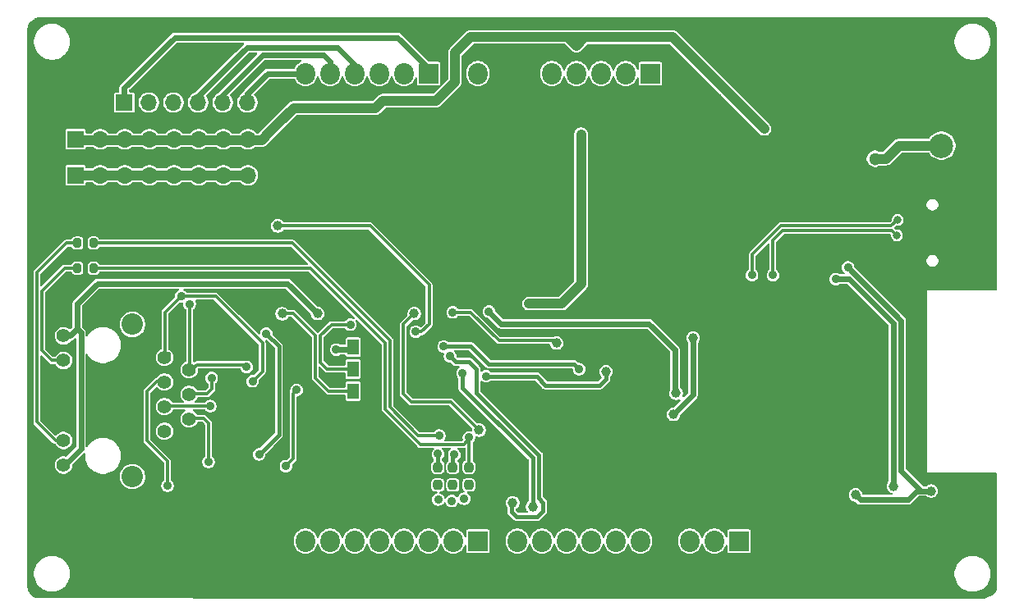
<source format=gbr>
%TF.GenerationSoftware,KiCad,Pcbnew,9.0.1*%
%TF.CreationDate,2025-04-25T09:38:52-03:00*%
%TF.ProjectId,A-NET,412d4e45-542e-46b6-9963-61645f706362,rev?*%
%TF.SameCoordinates,Original*%
%TF.FileFunction,Copper,L2,Bot*%
%TF.FilePolarity,Positive*%
%FSLAX46Y46*%
G04 Gerber Fmt 4.6, Leading zero omitted, Abs format (unit mm)*
G04 Created by KiCad (PCBNEW 9.0.1) date 2025-04-25 09:38:52*
%MOMM*%
%LPD*%
G01*
G04 APERTURE LIST*
G04 Aperture macros list*
%AMRoundRect*
0 Rectangle with rounded corners*
0 $1 Rounding radius*
0 $2 $3 $4 $5 $6 $7 $8 $9 X,Y pos of 4 corners*
0 Add a 4 corners polygon primitive as box body*
4,1,4,$2,$3,$4,$5,$6,$7,$8,$9,$2,$3,0*
0 Add four circle primitives for the rounded corners*
1,1,$1+$1,$2,$3*
1,1,$1+$1,$4,$5*
1,1,$1+$1,$6,$7*
1,1,$1+$1,$8,$9*
0 Add four rect primitives between the rounded corners*
20,1,$1+$1,$2,$3,$4,$5,0*
20,1,$1+$1,$4,$5,$6,$7,0*
20,1,$1+$1,$6,$7,$8,$9,0*
20,1,$1+$1,$8,$9,$2,$3,0*%
G04 Aperture macros list end*
%TA.AperFunction,ComponentPad*%
%ADD10R,1.700000X1.700000*%
%TD*%
%TA.AperFunction,ComponentPad*%
%ADD11O,1.700000X1.700000*%
%TD*%
%TA.AperFunction,ComponentPad*%
%ADD12C,1.397000*%
%TD*%
%TA.AperFunction,ComponentPad*%
%ADD13C,2.209800*%
%TD*%
%TA.AperFunction,ComponentPad*%
%ADD14R,2.500000X2.500000*%
%TD*%
%TA.AperFunction,ComponentPad*%
%ADD15C,2.500000*%
%TD*%
%TA.AperFunction,SMDPad,CuDef*%
%ADD16R,1.168400X1.600200*%
%TD*%
%TA.AperFunction,ComponentPad*%
%ADD17O,2.100000X1.000000*%
%TD*%
%TA.AperFunction,ComponentPad*%
%ADD18O,1.600000X1.000000*%
%TD*%
%TA.AperFunction,HeatsinkPad*%
%ADD19C,1.000000*%
%TD*%
%TA.AperFunction,HeatsinkPad*%
%ADD20C,0.600000*%
%TD*%
%TA.AperFunction,SMDPad,CuDef*%
%ADD21RoundRect,0.237500X0.237500X-0.250000X0.237500X0.250000X-0.237500X0.250000X-0.237500X-0.250000X0*%
%TD*%
%TA.AperFunction,ComponentPad*%
%ADD22R,2.000000X2.000000*%
%TD*%
%TA.AperFunction,ComponentPad*%
%ADD23O,2.000000X2.200000*%
%TD*%
%TA.AperFunction,SMDPad,CuDef*%
%ADD24RoundRect,0.200000X-0.200000X-0.275000X0.200000X-0.275000X0.200000X0.275000X-0.200000X0.275000X0*%
%TD*%
%TA.AperFunction,ViaPad*%
%ADD25C,1.000000*%
%TD*%
%TA.AperFunction,ViaPad*%
%ADD26C,3.100000*%
%TD*%
%TA.AperFunction,ViaPad*%
%ADD27C,0.900000*%
%TD*%
%TA.AperFunction,ViaPad*%
%ADD28C,0.800000*%
%TD*%
%TA.AperFunction,ViaPad*%
%ADD29C,1.300000*%
%TD*%
%TA.AperFunction,Conductor*%
%ADD30C,0.250000*%
%TD*%
%TA.AperFunction,Conductor*%
%ADD31C,0.400000*%
%TD*%
%TA.AperFunction,Conductor*%
%ADD32C,0.600000*%
%TD*%
%TA.AperFunction,Conductor*%
%ADD33C,1.000000*%
%TD*%
%TA.AperFunction,Conductor*%
%ADD34C,0.300000*%
%TD*%
%TA.AperFunction,Conductor*%
%ADD35C,0.350000*%
%TD*%
%TA.AperFunction,Conductor*%
%ADD36C,0.450000*%
%TD*%
%TA.AperFunction,Conductor*%
%ADD37C,0.254000*%
%TD*%
G04 APERTURE END LIST*
D10*
%TO.P,J10,1,Pin_1*%
%TO.N,+3V3*%
X100500000Y-86675000D03*
D11*
%TO.P,J10,2,Pin_2*%
X103040000Y-86675000D03*
%TO.P,J10,3,Pin_3*%
X105580000Y-86675000D03*
%TO.P,J10,4,Pin_4*%
X108120000Y-86675000D03*
%TO.P,J10,5,Pin_5*%
X110660000Y-86675000D03*
%TO.P,J10,6,Pin_6*%
X113200000Y-86675000D03*
%TO.P,J10,7,Pin_7*%
X115740000Y-86675000D03*
%TO.P,J10,8,Pin_8*%
X118280000Y-86675000D03*
%TD*%
D10*
%TO.P,J9,1,Pin_1*%
%TO.N,+5V*%
X100500000Y-90400000D03*
D11*
%TO.P,J9,2,Pin_2*%
X103040000Y-90400000D03*
%TO.P,J9,3,Pin_3*%
X105580000Y-90400000D03*
%TO.P,J9,4,Pin_4*%
X108120000Y-90400000D03*
%TO.P,J9,5,Pin_5*%
X110660000Y-90400000D03*
%TO.P,J9,6,Pin_6*%
X113200000Y-90400000D03*
%TO.P,J9,7,Pin_7*%
X115740000Y-90400000D03*
%TO.P,J9,8,Pin_8*%
X118280000Y-90400000D03*
%TD*%
D12*
%TO.P,J3,1,TD+*%
%TO.N,/Ethernet/TX+*%
X109675000Y-109205000D03*
%TO.P,J3,2,TD-*%
%TO.N,/Ethernet/TX-*%
X112215000Y-110475000D03*
%TO.P,J3,3,RD+*%
%TO.N,Net-(J3-RD+)*%
X109675000Y-111745000D03*
%TO.P,J3,4,TCT*%
%TO.N,Net-(J3-TCT)*%
X112215000Y-113015000D03*
%TO.P,J3,5,RCT*%
%TO.N,Net-(J3-RCT)*%
X109675000Y-114285000D03*
%TO.P,J3,6,RD-*%
%TO.N,Net-(J3-RD-)*%
X112215000Y-115555000D03*
%TO.P,J3,7,NC*%
%TO.N,unconnected-(J3-NC-Pad7)*%
X109675000Y-116825000D03*
%TO.P,J3,8*%
%TO.N,GND*%
X112215000Y-118095000D03*
%TO.P,J3,9*%
%TO.N,+3V3*%
X99265000Y-106974999D03*
%TO.P,J3,10*%
%TO.N,/Ethernet/YELLOWLED*%
X99265064Y-109514999D03*
%TO.P,J3,11*%
%TO.N,/Ethernet/GREENLED*%
X99265064Y-117785001D03*
%TO.P,J3,12*%
%TO.N,+3V3*%
X99265000Y-120325001D03*
D13*
%TO.P,J3,13*%
%TO.N,N/C*%
X106374999Y-105800000D03*
%TO.P,J3,14*%
X106374999Y-121500000D03*
%TD*%
D14*
%TO.P,J1,1,Pin_1*%
%TO.N,GND*%
X189780000Y-82270000D03*
D15*
%TO.P,J1,2,Pin_2*%
%TO.N,VBAT*%
X189780000Y-87350000D03*
%TD*%
D16*
%TO.P,SJ1,1,A*%
%TO.N,Net-(SJ1-A)*%
X129103770Y-112682000D03*
%TO.P,SJ1,2,B*%
%TO.N,GND*%
X130703770Y-112670000D03*
%TD*%
D17*
%TO.P,J2,S1,SHIELD*%
%TO.N,GND*%
X188313770Y-100660000D03*
D18*
X192493770Y-100660000D03*
D17*
X188313770Y-92020000D03*
D18*
X192493770Y-92020000D03*
%TD*%
D19*
%TO.P,U2,41,GND*%
%TO.N,GND*%
X180123770Y-108900000D03*
X178723770Y-108900000D03*
X180823770Y-109600000D03*
D20*
X179423770Y-109600000D03*
D19*
X178023770Y-109600000D03*
D20*
X180123770Y-110300000D03*
X178723770Y-110300000D03*
D19*
X180823770Y-111000000D03*
D20*
X179423770Y-111000000D03*
D19*
X178023770Y-111000000D03*
X180123770Y-111700000D03*
X178723770Y-111700000D03*
%TD*%
D16*
%TO.P,SJ3,1,A*%
%TO.N,Net-(SJ3-A)*%
X129129772Y-108152998D03*
%TO.P,SJ3,2,B*%
%TO.N,GND*%
X130729772Y-108140998D03*
%TD*%
%TO.P,SJ2,1,A*%
%TO.N,Net-(SJ2-A)*%
X129099375Y-110402000D03*
%TO.P,SJ2,2,B*%
%TO.N,GND*%
X130699375Y-110390000D03*
%TD*%
D10*
%TO.P,J11,1,Pin_1*%
%TO.N,Net-(J11-Pin_1)*%
X105520000Y-82900000D03*
D11*
%TO.P,J11,2,Pin_2*%
%TO.N,Net-(J11-Pin_2)*%
X108060000Y-82900000D03*
%TO.P,J11,3,Pin_3*%
%TO.N,Net-(J11-Pin_3)*%
X110600000Y-82900000D03*
%TO.P,J11,4,Pin_4*%
%TO.N,Net-(J11-Pin_4)*%
X113140000Y-82900000D03*
%TO.P,J11,5,Pin_5*%
%TO.N,Net-(J11-Pin_5)*%
X115680000Y-82900000D03*
%TO.P,J11,6,Pin_6*%
%TO.N,Net-(J11-Pin_6)*%
X118220000Y-82900000D03*
%TD*%
D10*
%TO.P,J8,1,Pin_1*%
%TO.N,GND*%
X100500000Y-94075000D03*
D11*
%TO.P,J8,2,Pin_2*%
X103040000Y-94075000D03*
%TO.P,J8,3,Pin_3*%
X105580000Y-94075000D03*
%TO.P,J8,4,Pin_4*%
X108120000Y-94075000D03*
%TO.P,J8,5,Pin_5*%
X110660000Y-94075000D03*
%TO.P,J8,6,Pin_6*%
X113200000Y-94075000D03*
%TO.P,J8,7,Pin_7*%
X115740000Y-94075000D03*
%TO.P,J8,8,Pin_8*%
X118280000Y-94075000D03*
%TD*%
D21*
%TO.P,R13,1*%
%TO.N,Net-(D10-K)*%
X137850000Y-122362500D03*
%TO.P,R13,2*%
%TO.N,/Ethernet/LINKLED*%
X137850000Y-120537500D03*
%TD*%
D22*
%TO.P,J5,1,Pin_1*%
%TO.N,Net-(J11-Pin_1)*%
X136906648Y-79903207D03*
D23*
%TO.P,J5,2,Pin_2*%
%TO.N,Net-(J11-Pin_2)*%
X134366648Y-79903207D03*
%TO.P,J5,3,Pin_3*%
%TO.N,Net-(J11-Pin_3)*%
X131826648Y-79903207D03*
%TO.P,J5,4,Pin_4*%
%TO.N,Net-(J11-Pin_4)*%
X129286648Y-79903207D03*
%TO.P,J5,5,Pin_5*%
%TO.N,Net-(J11-Pin_5)*%
X126746648Y-79903207D03*
%TO.P,J5,6,Pin_6*%
%TO.N,Net-(J11-Pin_6)*%
X124206648Y-79903207D03*
%TD*%
D22*
%TO.P,J4,1,Pin_1*%
%TO.N,unconnected-(J4-Pin_1-Pad1)*%
X159766648Y-79903207D03*
D23*
%TO.P,J4,2,Pin_2*%
%TO.N,+5V*%
X157226648Y-79903207D03*
%TO.P,J4,3,Pin_3*%
%TO.N,/Archi/RUN*%
X154686648Y-79903207D03*
%TO.P,J4,4,Pin_4*%
%TO.N,+3V3*%
X152146648Y-79903207D03*
%TO.P,J4,5,Pin_5*%
%TO.N,+5V*%
X149606648Y-79903207D03*
%TO.P,J4,6,Pin_6*%
%TO.N,GND*%
X147066648Y-79903207D03*
%TO.P,J4,7,Pin_7*%
X144526648Y-79903207D03*
%TO.P,J4,8,Pin_8*%
%TO.N,VIN*%
X141986648Y-79903207D03*
%TD*%
D21*
%TO.P,R14,1*%
%TO.N,Net-(D11-K)*%
X139400000Y-122362500D03*
%TO.P,R14,2*%
%TO.N,/Ethernet/DUPLED*%
X139400000Y-120537500D03*
%TD*%
D22*
%TO.P,J7,1,Pin_1*%
%TO.N,/Ethernet/CS*%
X141986648Y-128163207D03*
D23*
%TO.P,J7,2,Pin_2*%
%TO.N,/Ethernet/INTN*%
X139446648Y-128163207D03*
%TO.P,J7,3,Pin_3*%
%TO.N,/Ethernet/RESET*%
X136906648Y-128163207D03*
%TO.P,J7,4,Pin_4*%
%TO.N,unconnected-(J7-Pin_4-Pad4)*%
X134366648Y-128163207D03*
%TO.P,J7,5,Pin_5*%
%TO.N,unconnected-(J7-Pin_5-Pad5)*%
X131826648Y-128163207D03*
%TO.P,J7,6,Pin_6*%
%TO.N,unconnected-(J7-Pin_6-Pad6)*%
X129286648Y-128163207D03*
%TO.P,J7,7,Pin_7*%
%TO.N,unconnected-(J7-Pin_7-Pad7)*%
X126746648Y-128163207D03*
%TO.P,J7,8,Pin_8*%
%TO.N,unconnected-(J7-Pin_8-Pad8)*%
X124206648Y-128163207D03*
%TD*%
D24*
%TO.P,R18,1,1*%
%TO.N,/Ethernet/YELLOWLED*%
X100698800Y-99999800D03*
%TO.P,R18,2,2*%
%TO.N,/Ethernet/ACTLED*%
X102348800Y-99999800D03*
%TD*%
D21*
%TO.P,R12,1*%
%TO.N,Net-(D9-K)*%
X141050000Y-122362500D03*
%TO.P,R12,2*%
%TO.N,/Ethernet/ACTLED*%
X141050000Y-120537500D03*
%TD*%
D24*
%TO.P,R19,1,1*%
%TO.N,/Ethernet/GREENLED*%
X100698800Y-97409000D03*
%TO.P,R19,2,2*%
%TO.N,/Ethernet/LINKLED*%
X102348800Y-97409000D03*
%TD*%
D22*
%TO.P,J6,1,Pin_1*%
%TO.N,unconnected-(J6-Pin_1-Pad1)*%
X168910648Y-128163207D03*
D23*
%TO.P,J6,2,Pin_2*%
%TO.N,unconnected-(J6-Pin_2-Pad2)*%
X166370648Y-128163207D03*
%TO.P,J6,3,Pin_3*%
%TO.N,unconnected-(J6-Pin_3-Pad3)*%
X163830648Y-128163207D03*
%TO.P,J6,4,Pin_4*%
%TO.N,GND*%
X161290648Y-128163207D03*
%TO.P,J6,5,Pin_5*%
%TO.N,/MCU-WiFi/GPIO0*%
X158750648Y-128163207D03*
%TO.P,J6,6,Pin_6*%
%TO.N,/Archi/READY*%
X156210648Y-128163207D03*
%TO.P,J6,7,Pin_7*%
%TO.N,/Archi/CS1*%
X153670648Y-128163207D03*
%TO.P,J6,8,Pin_8*%
%TO.N,/Archi/MISO*%
X151130648Y-128163207D03*
%TO.P,J6,9,Pin_9*%
%TO.N,/Ethernet/MOSI*%
X148590648Y-128163207D03*
%TO.P,J6,10,Pin_10*%
%TO.N,/Ethernet/SCK*%
X146050648Y-128163207D03*
%TD*%
D25*
%TO.N,GND*%
X181400000Y-125450000D03*
X165778970Y-85425000D03*
X191423770Y-122575000D03*
X173750000Y-127600000D03*
D26*
X179423770Y-110300000D03*
D25*
X144526000Y-77317600D03*
X143663770Y-118084600D03*
D27*
X119176800Y-121158000D03*
D25*
X127923770Y-122250000D03*
D27*
X171050000Y-87110000D03*
D25*
X151000000Y-84650000D03*
X172400000Y-81025000D03*
X185528770Y-92645000D03*
D27*
X186048170Y-100660200D03*
D25*
X173923770Y-94000000D03*
X144519170Y-108712000D03*
X181875000Y-83800000D03*
D27*
X118491000Y-115925600D03*
D25*
X135248170Y-123723400D03*
X190375000Y-126575000D03*
X181292500Y-92650000D03*
D27*
X119075200Y-113461800D03*
%TO.N,AVDD*%
X119423970Y-119227600D03*
X120160570Y-106756200D03*
D25*
%TO.N,+3V3*%
X142106170Y-116713000D03*
D27*
X180153200Y-99913200D03*
D25*
X188723770Y-122990000D03*
X125448770Y-104675000D03*
X131440000Y-83460000D03*
X152146648Y-77030722D03*
X171523770Y-85625000D03*
X147269200Y-103657400D03*
X152623770Y-86175000D03*
X135423770Y-104675000D03*
X180923770Y-123400000D03*
D27*
%TO.N,/MCU-WiFi/D-*%
X172411270Y-100712500D03*
D28*
X185184570Y-96621600D03*
D27*
%TO.N,/MCU-WiFi/D+*%
X170248770Y-100700000D03*
D28*
X185260770Y-94996000D03*
D27*
%TO.N,Net-(J3-TCT)*%
X114528600Y-111328200D03*
%TO.N,Net-(J3-RD+)*%
X109982000Y-122428000D03*
%TO.N,Net-(J3-RCT)*%
X114385600Y-114233200D03*
D25*
%TO.N,Net-(SJ1-A)*%
X121361200Y-95631000D03*
D27*
X135578370Y-106553000D03*
D25*
X121811570Y-104698800D03*
D27*
%TO.N,Net-(SJ2-A)*%
X128823770Y-105820000D03*
%TO.N,Net-(SJ3-A)*%
X127373770Y-108400000D03*
%TO.N,/Ethernet/ACTLED*%
X141058732Y-117482986D03*
%TO.N,/Ethernet/LINKLED*%
X138000000Y-117275000D03*
X137875000Y-119175000D03*
%TO.N,/Ethernet/DUPLED*%
X139550000Y-119250000D03*
%TO.N,Net-(J3-RD-)*%
X114211000Y-119989600D03*
%TO.N,Net-(D9-K)*%
X140575000Y-123800000D03*
D29*
%TO.N,VBAT*%
X182923770Y-88700000D03*
D27*
%TO.N,/MCU-WiFi/CHIP_PU*%
X178880000Y-101120000D03*
D25*
X184819185Y-122495415D03*
D27*
%TO.N,/Archi/MISO*%
X143122170Y-104470200D03*
D25*
X162427490Y-112897490D03*
D27*
%TO.N,/Ethernet/CS*%
X142842770Y-111150000D03*
D25*
X155194000Y-110667800D03*
D27*
%TO.N,/Ethernet/RX-*%
X123284770Y-112572800D03*
X122192570Y-120421400D03*
%TO.N,/Ethernet/SCK*%
X140404370Y-110845600D03*
D25*
X147624800Y-124619400D03*
%TO.N,/Archi/CS1*%
X164178770Y-107188000D03*
X162146770Y-115087400D03*
D27*
%TO.N,/Ethernet/MOSI*%
X139120000Y-109080000D03*
D25*
X145565428Y-124204028D03*
D27*
%TO.N,/Ethernet/INTN*%
X152418708Y-110413938D03*
X138460000Y-108080200D03*
D25*
%TO.N,/Ethernet/RESET*%
X150107170Y-107721400D03*
D27*
X139388370Y-104546400D03*
%TO.N,Net-(D10-K)*%
X137900000Y-123875000D03*
%TO.N,Net-(D11-K)*%
X139300000Y-124025000D03*
%TO.N,/Ethernet/TX+*%
X111400000Y-102875000D03*
X118745000Y-111658400D03*
%TO.N,/Ethernet/TX-*%
X118135400Y-110185200D03*
X112256256Y-103700000D03*
%TD*%
D30*
%TO.N,GND*%
X118084600Y-116332000D02*
X118491000Y-115925600D01*
X119176800Y-121158000D02*
X118084600Y-120065800D01*
X118491000Y-115925600D02*
X118491000Y-114046000D01*
X118491000Y-114046000D02*
X119075200Y-113461800D01*
X118084600Y-120065800D02*
X118084600Y-116332000D01*
D31*
%TO.N,AVDD*%
X121455970Y-108051600D02*
X120160570Y-106756200D01*
X119423970Y-119227600D02*
X121455970Y-117195600D01*
X121455970Y-117195600D02*
X121455970Y-108051600D01*
D32*
%TO.N,+3V3*%
X180923770Y-123400000D02*
X181399570Y-123875800D01*
D33*
X132200000Y-82700000D02*
X137675000Y-82700000D01*
D34*
X142106170Y-116713000D02*
X139168170Y-113775000D01*
X134298770Y-112975000D02*
X134298770Y-105800000D01*
D32*
X100675000Y-106248770D02*
X101050000Y-106623770D01*
X101050000Y-118634600D02*
X99466400Y-120218200D01*
D33*
X151233526Y-76117600D02*
X152994970Y-76117600D01*
D32*
X185619185Y-105379185D02*
X185619185Y-120919185D01*
D33*
X152623770Y-101650000D02*
X150616370Y-103657400D01*
X120510000Y-85950000D02*
X123000000Y-83460000D01*
X167601977Y-81676977D02*
X162075000Y-76150000D01*
X137675000Y-82700000D02*
X139625000Y-80750000D01*
X100600000Y-86775000D02*
X119685000Y-86775000D01*
X122180000Y-84280000D02*
X120510000Y-85950000D01*
D34*
X139168170Y-113775000D02*
X135098770Y-113775000D01*
D32*
X180153200Y-99913200D02*
X185619185Y-105379185D01*
D33*
X119685000Y-86775000D02*
X120510000Y-85950000D01*
X131440000Y-83460000D02*
X132200000Y-82700000D01*
D32*
X181399570Y-123875800D02*
X186324200Y-123875800D01*
D33*
X167601977Y-81703207D02*
X167601977Y-81676977D01*
D32*
X102743000Y-101600000D02*
X122373770Y-101600000D01*
D33*
X100500000Y-86675000D02*
X100600000Y-86775000D01*
D32*
X100675000Y-106248770D02*
X100675000Y-103668000D01*
D33*
X162075000Y-76150000D02*
X153027370Y-76150000D01*
D32*
X187210000Y-122990000D02*
X188723770Y-122990000D01*
D33*
X123000000Y-83460000D02*
X122180000Y-84280000D01*
D32*
X122373770Y-101600000D02*
X125448770Y-104675000D01*
X100675000Y-103668000D02*
X102743000Y-101600000D01*
D33*
X150616370Y-103657400D02*
X147269200Y-103657400D01*
X139625000Y-77750000D02*
X141257400Y-76117600D01*
D32*
X99265000Y-106974999D02*
X99948771Y-106974999D01*
D33*
X141257400Y-76117600D02*
X151233526Y-76117600D01*
X152623770Y-86175000D02*
X152623770Y-101650000D01*
D34*
X135098770Y-113775000D02*
X134298770Y-112975000D01*
D32*
X186324200Y-123875800D02*
X187210000Y-122990000D01*
D33*
X152994970Y-76117600D02*
X153027370Y-76150000D01*
X171523770Y-85625000D02*
X167601977Y-81703207D01*
D32*
X100279200Y-106644570D02*
X100675000Y-106248770D01*
X101050000Y-106623770D02*
X101050000Y-118634600D01*
X187690000Y-122990000D02*
X188723770Y-122990000D01*
D33*
X131440000Y-83460000D02*
X123000000Y-83460000D01*
X151233526Y-76117600D02*
X152146648Y-77030722D01*
X153027370Y-76150000D02*
X152146648Y-77030722D01*
X125259278Y-83460000D02*
X131440000Y-83460000D01*
D32*
X99948771Y-106974999D02*
X100675000Y-106248770D01*
D33*
X139625000Y-80750000D02*
X139625000Y-77750000D01*
D32*
X185619185Y-120919185D02*
X187690000Y-122990000D01*
D34*
X134298770Y-105800000D02*
X135423770Y-104675000D01*
D33*
%TO.N,+5V*%
X103040000Y-90400000D02*
X100500000Y-90400000D01*
X108120000Y-90400000D02*
X105580000Y-90400000D01*
X113200000Y-90400000D02*
X110660000Y-90400000D01*
X115740000Y-90400000D02*
X113200000Y-90400000D01*
X110660000Y-90400000D02*
X108120000Y-90400000D01*
X118280000Y-90400000D02*
X115740000Y-90400000D01*
X105580000Y-90400000D02*
X103040000Y-90400000D01*
D34*
%TO.N,/MCU-WiFi/D-*%
X184693970Y-96131000D02*
X173409706Y-96131000D01*
X185184570Y-96621600D02*
X184693970Y-96131000D01*
X173409706Y-96131000D02*
X172411270Y-97129436D01*
X172411270Y-97129436D02*
X172411270Y-100712500D01*
%TO.N,/MCU-WiFi/D+*%
X185235370Y-94970600D02*
X184574970Y-95631000D01*
X184574970Y-95631000D02*
X173202600Y-95631000D01*
X173202600Y-95631000D02*
X170248770Y-98584830D01*
D32*
X185260770Y-94996000D02*
X185235370Y-94970600D01*
D34*
X170248770Y-98584830D02*
X170248770Y-100700000D01*
%TO.N,Net-(J3-TCT)*%
X114528600Y-111328200D02*
X114528600Y-112471200D01*
X114528600Y-112471200D02*
X114046600Y-112953200D01*
X114046600Y-112953200D02*
X112250400Y-112953200D01*
%TO.N,Net-(J3-RD+)*%
X107848400Y-112725200D02*
X108880400Y-111693200D01*
X108880400Y-111693200D02*
X109710400Y-111693200D01*
X109982000Y-122428000D02*
X109982000Y-119938800D01*
X107848400Y-117805200D02*
X107848400Y-112725200D01*
X109982000Y-119938800D02*
X107848400Y-117805200D01*
%TO.N,Net-(J3-RCT)*%
X114385600Y-114233200D02*
X109710400Y-114233200D01*
%TO.N,Net-(SJ1-A)*%
X130860800Y-95631000D02*
X136949970Y-101720170D01*
X129109772Y-112475998D02*
X129323770Y-112262000D01*
X136169400Y-106553000D02*
X135578370Y-106553000D01*
X121361200Y-95631000D02*
X130860800Y-95631000D01*
X129103770Y-112682000D02*
X126568970Y-112682000D01*
X125215170Y-111328200D02*
X125215170Y-106934000D01*
X136949970Y-101720170D02*
X136949970Y-105772430D01*
X125215170Y-106934000D02*
X122954570Y-104673400D01*
X122954570Y-104673400D02*
X121887770Y-104673400D01*
X126568970Y-112682000D02*
X125215170Y-111328200D01*
X136949970Y-105772430D02*
X136169400Y-106553000D01*
%TO.N,Net-(SJ2-A)*%
X126887970Y-105820000D02*
X125748570Y-106959400D01*
X126447970Y-110402000D02*
X129099375Y-110402000D01*
X125748570Y-109702600D02*
X126447970Y-110402000D01*
X128823770Y-105820000D02*
X126887970Y-105820000D01*
X125748570Y-106959400D02*
X125748570Y-109702600D01*
D32*
%TO.N,Net-(SJ3-A)*%
X127398770Y-108375000D02*
X129148770Y-108375000D01*
X127373770Y-108400000D02*
X127398770Y-108375000D01*
D34*
%TO.N,/Ethernet/YELLOWLED*%
X98014999Y-109514999D02*
X96994600Y-108494600D01*
X99568000Y-99974400D02*
X99593400Y-99999800D01*
X96994600Y-108494600D02*
X96994600Y-102370000D01*
X99265064Y-109514999D02*
X98014999Y-109514999D01*
X99593400Y-99999800D02*
X100698800Y-99999800D01*
X96994600Y-102370000D02*
X99390200Y-99974400D01*
X99390200Y-99974400D02*
X99568000Y-99974400D01*
%TO.N,/Ethernet/ACTLED*%
X141058732Y-117651268D02*
X140535000Y-118175000D01*
X132410200Y-114554000D02*
X132410200Y-107737126D01*
X136031200Y-118175000D02*
X132410200Y-114554000D01*
X140535000Y-118175000D02*
X136031200Y-118175000D01*
X132410200Y-107737126D02*
X124672874Y-99999800D01*
X141058732Y-117482986D02*
X141058732Y-117651268D01*
D30*
X141050000Y-120537500D02*
X141075000Y-120512500D01*
X141075000Y-117499254D02*
X141058732Y-117482986D01*
D35*
X141075000Y-120512500D02*
X141075000Y-117499254D01*
D34*
X124672874Y-99999800D02*
X102348800Y-99999800D01*
D30*
X141000000Y-117541718D02*
X141058732Y-117482986D01*
D34*
%TO.N,/Ethernet/LINKLED*%
X132910200Y-114346894D02*
X132910200Y-107459400D01*
X138000000Y-117275000D02*
X135838306Y-117275000D01*
D36*
X137850000Y-120537500D02*
X137850000Y-119200000D01*
D34*
X132910200Y-107459400D02*
X122859800Y-97409000D01*
X135838306Y-117275000D02*
X132910200Y-114346894D01*
X122859800Y-97409000D02*
X102348800Y-97409000D01*
D30*
X137850000Y-119200000D02*
X137875000Y-119175000D01*
D34*
%TO.N,/Ethernet/GREENLED*%
X96494600Y-115844600D02*
X96494600Y-100457000D01*
D32*
X99265064Y-117785001D02*
X99005063Y-117525000D01*
D34*
X99265064Y-117785001D02*
X98435001Y-117785001D01*
X96494600Y-100457000D02*
X99542600Y-97409000D01*
X99542600Y-97409000D02*
X100698800Y-97409000D01*
X98435001Y-117785001D02*
X96494600Y-115844600D01*
D36*
%TO.N,/Ethernet/DUPLED*%
X139400000Y-120537500D02*
X139400000Y-119400000D01*
D30*
X139400000Y-119400000D02*
X139550000Y-119250000D01*
D34*
%TO.N,Net-(J3-RD-)*%
X114198400Y-119977000D02*
X114198400Y-115976400D01*
X113715200Y-115493200D02*
X112250400Y-115493200D01*
X114198400Y-115976400D02*
X113715200Y-115493200D01*
X114211000Y-119989600D02*
X114198400Y-119977000D01*
D30*
%TO.N,Net-(D9-K)*%
X140575000Y-123725000D02*
X140575000Y-123800000D01*
D33*
%TO.N,VBAT*%
X185380000Y-87350000D02*
X189780000Y-87350000D01*
X184030000Y-88700000D02*
X185380000Y-87350000D01*
X184030000Y-88700000D02*
X182923770Y-88700000D01*
D32*
%TO.N,/MCU-WiFi/CHIP_PU*%
X180228630Y-101120000D02*
X184819185Y-105710555D01*
X184819185Y-105710555D02*
X184819185Y-122495415D01*
X178880000Y-101120000D02*
X180228630Y-101120000D01*
%TO.N,/Archi/MISO*%
X151130648Y-128163207D02*
X151123770Y-128156329D01*
X162299170Y-108407200D02*
X159633570Y-105741600D01*
X162299170Y-112769170D02*
X162299170Y-108407200D01*
X162427490Y-112897490D02*
X162299170Y-112769170D01*
X159633570Y-105741600D02*
X144393570Y-105741600D01*
X144393570Y-105741600D02*
X143122170Y-104470200D01*
D36*
%TO.N,/Ethernet/CS*%
X148048970Y-111175000D02*
X142867770Y-111175000D01*
X142867770Y-111175000D02*
X142842770Y-111150000D01*
X155194000Y-110667800D02*
X155194000Y-111448370D01*
X155194000Y-111448370D02*
X154552170Y-112090200D01*
X154552170Y-112090200D02*
X148964170Y-112090200D01*
X148964170Y-112090200D02*
X148048970Y-111175000D01*
D34*
%TO.N,/Ethernet/RX-*%
X122929170Y-112928400D02*
X122929170Y-119684800D01*
X122929170Y-119684800D02*
X122192570Y-120421400D01*
X123284770Y-112572800D02*
X122929170Y-112928400D01*
D36*
%TO.N,/Ethernet/SCK*%
X147624800Y-124619400D02*
X147624800Y-119564630D01*
X147624800Y-119564630D02*
X140404370Y-112344200D01*
X140404370Y-112344200D02*
X140404370Y-110845600D01*
D32*
%TO.N,/Archi/CS1*%
X164153370Y-107213400D02*
X164153370Y-113080800D01*
X164178770Y-107188000D02*
X164153370Y-107213400D01*
X164153370Y-113080800D02*
X162146770Y-115087400D01*
D36*
%TO.N,/Ethernet/MOSI*%
X146007474Y-125694400D02*
X145465800Y-125152726D01*
X141817770Y-110404800D02*
X141817770Y-112838362D01*
X148274800Y-123749120D02*
X148699800Y-124174120D01*
X141090170Y-109677200D02*
X141817770Y-110404800D01*
X145465800Y-125152726D02*
X145465800Y-124303656D01*
X148274800Y-119295392D02*
X148274800Y-123749120D01*
X139120000Y-109080000D02*
X139717200Y-109677200D01*
X148070080Y-125694400D02*
X146007474Y-125694400D01*
X145465800Y-124303656D02*
X145565428Y-124204028D01*
X139717200Y-109677200D02*
X141090170Y-109677200D01*
X141817770Y-112838362D02*
X148274800Y-119295392D01*
X148699800Y-124174120D02*
X148699800Y-125064680D01*
X148699800Y-125064680D02*
X148070080Y-125694400D01*
%TO.N,/Ethernet/INTN*%
X151879770Y-109875000D02*
X152418708Y-110413938D01*
X138514000Y-108026200D02*
X141242570Y-108026200D01*
X143091370Y-109875000D02*
X151879770Y-109875000D01*
X141242570Y-108026200D02*
X143091370Y-109875000D01*
X138460000Y-108080200D02*
X138514000Y-108026200D01*
D34*
%TO.N,/Ethernet/RESET*%
X149860770Y-107475000D02*
X144145770Y-107475000D01*
X141217170Y-104546400D02*
X139388370Y-104546400D01*
X144145770Y-107475000D02*
X141217170Y-104546400D01*
X150107170Y-107721400D02*
X149860770Y-107475000D01*
D32*
%TO.N,Net-(D10-K)*%
X137900000Y-123875000D02*
X137823770Y-123798770D01*
D34*
%TO.N,/Ethernet/TX+*%
X110109000Y-108826770D02*
X109698770Y-109237000D01*
X119767067Y-110636333D02*
X118745000Y-111658400D01*
X119767067Y-107727467D02*
X119767067Y-110636333D01*
X111400000Y-102875000D02*
X111425000Y-102900000D01*
X111400000Y-102875000D02*
X109710400Y-104564600D01*
X109710400Y-104564600D02*
X109710400Y-109153200D01*
X111425000Y-102900000D02*
X114939600Y-102900000D01*
X114939600Y-102900000D02*
X119767067Y-107727467D01*
%TO.N,unconnected-(J3-NC-Pad7)*%
X109448600Y-117107170D02*
X109698770Y-116857000D01*
%TO.N,/Ethernet/TX-*%
X112256256Y-103700000D02*
X112256256Y-105167744D01*
X112990400Y-109956600D02*
X112522000Y-110425000D01*
D37*
X112268000Y-110477770D02*
X112238770Y-110507000D01*
D34*
X112256256Y-105167744D02*
X112250400Y-105173600D01*
X112250400Y-110413200D02*
X112478400Y-110185200D01*
X112250400Y-105173600D02*
X112250400Y-110413200D01*
X118195570Y-110425000D02*
X117727170Y-109956600D01*
X117727170Y-109956600D02*
X112990400Y-109956600D01*
D32*
%TO.N,Net-(J11-Pin_5)*%
X126746648Y-78671648D02*
X126746648Y-79903207D01*
D36*
X115680000Y-82900000D02*
X115680000Y-82095000D01*
D32*
X126075000Y-78000000D02*
X126746648Y-78671648D01*
X119775000Y-78000000D02*
X126075000Y-78000000D01*
X115680000Y-82095000D02*
X119775000Y-78000000D01*
%TO.N,Net-(J11-Pin_4)*%
X118200000Y-77200000D02*
X127525000Y-77200000D01*
X127525000Y-77200000D02*
X129286648Y-78961648D01*
D36*
X113140000Y-82900000D02*
X113140000Y-82260000D01*
D32*
X129286648Y-78961648D02*
X129286648Y-79903207D01*
X113140000Y-82260000D02*
X118200000Y-77200000D01*
%TO.N,Net-(J11-Pin_6)*%
X118220000Y-82900000D02*
X118220000Y-82005000D01*
X120321793Y-79903207D02*
X124206648Y-79903207D01*
X118220000Y-82005000D02*
X120321793Y-79903207D01*
%TO.N,Net-(J11-Pin_1)*%
X105520000Y-81380000D02*
X110725000Y-76175000D01*
X133700000Y-76175000D02*
X136906648Y-79381648D01*
X105520000Y-82255000D02*
X105520000Y-81380000D01*
D36*
X105520000Y-82900000D02*
X105520000Y-82255000D01*
D32*
X136906648Y-79381648D02*
X136906648Y-79903207D01*
X110725000Y-76175000D02*
X133700000Y-76175000D01*
%TD*%
%TA.AperFunction,Conductor*%
%TO.N,GND*%
G36*
X97065147Y-74085153D02*
G01*
X97198770Y-74100000D01*
X194433731Y-74100000D01*
X194450923Y-74101504D01*
X194477575Y-74106206D01*
X194483451Y-74107429D01*
X194613889Y-74138757D01*
X194622058Y-74141096D01*
X194661192Y-74154141D01*
X194684800Y-74165687D01*
X195182570Y-74497533D01*
X195202935Y-74515611D01*
X195276696Y-74601974D01*
X195285826Y-74614539D01*
X195329147Y-74685228D01*
X195339416Y-74708028D01*
X195516723Y-75288303D01*
X195520738Y-75309453D01*
X195523205Y-75340760D01*
X195523947Y-75350169D01*
X195523962Y-75350352D01*
X195524268Y-75358132D01*
X195524268Y-76164502D01*
X195524016Y-76171555D01*
X195473770Y-76874982D01*
X195473770Y-76875007D01*
X195524268Y-99699233D01*
X195524268Y-102190565D01*
X195505361Y-102248756D01*
X195455861Y-102284720D01*
X195424859Y-102289564D01*
X188270000Y-102259999D01*
X188269999Y-102260000D01*
X188280000Y-121110000D01*
X195403058Y-121110000D01*
X195461249Y-121128907D01*
X195497213Y-121178407D01*
X195502036Y-121206920D01*
X195522172Y-122165264D01*
X195522194Y-122167210D01*
X195524268Y-123698180D01*
X195524268Y-132810058D01*
X195523963Y-132817823D01*
X195510247Y-132992157D01*
X195509048Y-133001582D01*
X195503418Y-133033514D01*
X195502187Y-133039433D01*
X195465364Y-133192827D01*
X195462131Y-133203572D01*
X195454769Y-133223803D01*
X195453201Y-133227834D01*
X195388896Y-133383082D01*
X195381843Y-133396925D01*
X195285899Y-133553488D01*
X195276767Y-133566057D01*
X195157512Y-133705681D01*
X195146521Y-133716670D01*
X195139258Y-133722872D01*
X195117244Y-133737107D01*
X194426210Y-134063429D01*
X194391695Y-134072603D01*
X194257635Y-134083142D01*
X194249876Y-134083447D01*
X128800964Y-134083447D01*
X96692332Y-134075062D01*
X96684588Y-134074757D01*
X96619087Y-134069600D01*
X96609664Y-134068401D01*
X96571806Y-134061725D01*
X96565885Y-134060493D01*
X96417989Y-134024982D01*
X96407243Y-134021748D01*
X96406211Y-134021372D01*
X96380375Y-134011968D01*
X96376365Y-134010408D01*
X96225899Y-133948080D01*
X96214303Y-133942363D01*
X96213849Y-133942101D01*
X96211604Y-133940766D01*
X96055414Y-133845050D01*
X96042847Y-133835919D01*
X95903223Y-133716669D01*
X95892238Y-133705684D01*
X95832977Y-133636298D01*
X95824143Y-133624212D01*
X95774293Y-133543899D01*
X95637776Y-133323955D01*
X95630431Y-133309641D01*
X95598478Y-133232504D01*
X95596941Y-133228553D01*
X95587144Y-133201638D01*
X95583924Y-133190940D01*
X95548398Y-133042983D01*
X95547174Y-133037097D01*
X95540497Y-132999236D01*
X95539302Y-132989853D01*
X95525762Y-132817883D01*
X95525458Y-132810114D01*
X95525458Y-131412497D01*
X96214468Y-131412497D01*
X96214468Y-131655076D01*
X96246129Y-131895568D01*
X96246129Y-131895573D01*
X96308912Y-132129879D01*
X96308916Y-132129892D01*
X96401740Y-132353991D01*
X96401742Y-132353995D01*
X96401744Y-132353999D01*
X96407610Y-132364159D01*
X96523034Y-132564079D01*
X96670697Y-132756518D01*
X96670699Y-132756520D01*
X96670703Y-132756525D01*
X96842230Y-132928052D01*
X96842234Y-132928055D01*
X96842236Y-132928057D01*
X96987385Y-133039433D01*
X97034679Y-133075723D01*
X97244756Y-133197011D01*
X97244762Y-133197013D01*
X97244763Y-133197014D01*
X97260596Y-133203572D01*
X97468868Y-133289841D01*
X97703179Y-133352625D01*
X97943680Y-133384287D01*
X97943681Y-133384287D01*
X98186255Y-133384287D01*
X98186256Y-133384287D01*
X98426757Y-133352625D01*
X98661068Y-133289841D01*
X98885180Y-133197011D01*
X99095257Y-133075723D01*
X99287706Y-132928052D01*
X99459233Y-132756525D01*
X99606904Y-132564076D01*
X99728192Y-132353999D01*
X99821022Y-132129887D01*
X99883806Y-131895576D01*
X99915468Y-131655075D01*
X99915468Y-131422657D01*
X191134268Y-131422657D01*
X191134268Y-131665236D01*
X191165929Y-131905728D01*
X191165929Y-131905733D01*
X191165930Y-131905736D01*
X191225989Y-132129879D01*
X191228712Y-132140039D01*
X191228716Y-132140052D01*
X191321540Y-132364151D01*
X191321542Y-132364155D01*
X191321544Y-132364159D01*
X191436966Y-132564076D01*
X191442834Y-132574239D01*
X191590497Y-132766678D01*
X191590499Y-132766680D01*
X191590503Y-132766685D01*
X191762030Y-132938212D01*
X191762034Y-132938215D01*
X191762036Y-132938217D01*
X191893944Y-133039433D01*
X191954479Y-133085883D01*
X192164556Y-133207171D01*
X192388668Y-133300001D01*
X192622979Y-133362785D01*
X192863480Y-133394447D01*
X192863481Y-133394447D01*
X193106055Y-133394447D01*
X193106056Y-133394447D01*
X193346557Y-133362785D01*
X193580868Y-133300001D01*
X193804980Y-133207171D01*
X194015057Y-133085883D01*
X194207506Y-132938212D01*
X194379033Y-132766685D01*
X194526704Y-132574236D01*
X194647992Y-132364159D01*
X194740822Y-132140047D01*
X194803606Y-131905736D01*
X194835268Y-131665235D01*
X194835268Y-131422659D01*
X194803606Y-131182158D01*
X194740822Y-130947847D01*
X194647992Y-130723735D01*
X194526704Y-130513658D01*
X194379033Y-130321209D01*
X194207506Y-130149682D01*
X194207501Y-130149678D01*
X194207499Y-130149676D01*
X194015060Y-130002013D01*
X194015057Y-130002011D01*
X193804980Y-129880723D01*
X193804976Y-129880721D01*
X193804972Y-129880719D01*
X193580873Y-129787895D01*
X193580872Y-129787894D01*
X193580868Y-129787893D01*
X193346557Y-129725109D01*
X193346554Y-129725108D01*
X193346552Y-129725108D01*
X193106057Y-129693447D01*
X193106056Y-129693447D01*
X192863480Y-129693447D01*
X192863478Y-129693447D01*
X192622986Y-129725108D01*
X192622981Y-129725108D01*
X192388675Y-129787891D01*
X192388662Y-129787895D01*
X192164563Y-129880719D01*
X191954475Y-130002013D01*
X191762036Y-130149676D01*
X191590497Y-130321215D01*
X191442834Y-130513654D01*
X191321540Y-130723742D01*
X191228716Y-130947841D01*
X191228712Y-130947854D01*
X191165929Y-131182160D01*
X191165929Y-131182165D01*
X191134268Y-131422657D01*
X99915468Y-131422657D01*
X99915468Y-131412499D01*
X99883806Y-131171998D01*
X99821022Y-130937687D01*
X99728192Y-130713575D01*
X99606904Y-130503498D01*
X99459233Y-130311049D01*
X99287706Y-130139522D01*
X99287701Y-130139518D01*
X99287699Y-130139516D01*
X99095260Y-129991853D01*
X99095257Y-129991851D01*
X98885180Y-129870563D01*
X98885176Y-129870561D01*
X98885172Y-129870559D01*
X98661073Y-129777735D01*
X98661072Y-129777734D01*
X98661068Y-129777733D01*
X98426757Y-129714949D01*
X98426754Y-129714948D01*
X98426752Y-129714948D01*
X98186257Y-129683287D01*
X98186256Y-129683287D01*
X97943680Y-129683287D01*
X97943678Y-129683287D01*
X97703186Y-129714948D01*
X97703181Y-129714948D01*
X97468875Y-129777731D01*
X97468862Y-129777735D01*
X97244763Y-129870559D01*
X97034675Y-129991853D01*
X96842236Y-130139516D01*
X96670697Y-130311055D01*
X96523034Y-130503494D01*
X96401740Y-130713582D01*
X96308916Y-130937681D01*
X96308912Y-130937694D01*
X96246129Y-131172000D01*
X96246129Y-131172005D01*
X96214468Y-131412497D01*
X95525458Y-131412497D01*
X95525458Y-127968722D01*
X123006148Y-127968722D01*
X123006148Y-128357691D01*
X123035706Y-128544320D01*
X123070243Y-128650612D01*
X123094101Y-128724039D01*
X123179888Y-128892406D01*
X123290958Y-129045280D01*
X123424575Y-129178897D01*
X123577449Y-129289967D01*
X123745816Y-129375754D01*
X123925530Y-129434147D01*
X123925531Y-129434147D01*
X123925534Y-129434148D01*
X124112164Y-129463707D01*
X124112167Y-129463707D01*
X124301132Y-129463707D01*
X124487761Y-129434148D01*
X124487762Y-129434147D01*
X124487766Y-129434147D01*
X124667480Y-129375754D01*
X124835847Y-129289967D01*
X124988721Y-129178897D01*
X125122338Y-129045280D01*
X125233408Y-128892406D01*
X125319195Y-128724039D01*
X125377588Y-128544325D01*
X125377589Y-128544320D01*
X125378867Y-128536253D01*
X125406644Y-128481736D01*
X125461160Y-128453958D01*
X125521592Y-128463529D01*
X125564857Y-128506793D01*
X125574429Y-128536253D01*
X125575706Y-128544320D01*
X125610243Y-128650612D01*
X125634101Y-128724039D01*
X125719888Y-128892406D01*
X125830958Y-129045280D01*
X125964575Y-129178897D01*
X126117449Y-129289967D01*
X126285816Y-129375754D01*
X126465530Y-129434147D01*
X126465531Y-129434147D01*
X126465534Y-129434148D01*
X126652164Y-129463707D01*
X126652167Y-129463707D01*
X126841132Y-129463707D01*
X127027761Y-129434148D01*
X127027762Y-129434147D01*
X127027766Y-129434147D01*
X127207480Y-129375754D01*
X127375847Y-129289967D01*
X127528721Y-129178897D01*
X127662338Y-129045280D01*
X127773408Y-128892406D01*
X127859195Y-128724039D01*
X127917588Y-128544325D01*
X127917589Y-128544320D01*
X127918867Y-128536253D01*
X127946644Y-128481736D01*
X128001160Y-128453958D01*
X128061592Y-128463529D01*
X128104857Y-128506793D01*
X128114429Y-128536253D01*
X128115706Y-128544320D01*
X128150243Y-128650612D01*
X128174101Y-128724039D01*
X128259888Y-128892406D01*
X128370958Y-129045280D01*
X128504575Y-129178897D01*
X128657449Y-129289967D01*
X128825816Y-129375754D01*
X129005530Y-129434147D01*
X129005531Y-129434147D01*
X129005534Y-129434148D01*
X129192164Y-129463707D01*
X129192167Y-129463707D01*
X129381132Y-129463707D01*
X129567761Y-129434148D01*
X129567762Y-129434147D01*
X129567766Y-129434147D01*
X129747480Y-129375754D01*
X129915847Y-129289967D01*
X130068721Y-129178897D01*
X130202338Y-129045280D01*
X130313408Y-128892406D01*
X130399195Y-128724039D01*
X130457588Y-128544325D01*
X130457589Y-128544320D01*
X130458867Y-128536253D01*
X130486644Y-128481736D01*
X130541160Y-128453958D01*
X130601592Y-128463529D01*
X130644857Y-128506793D01*
X130654429Y-128536253D01*
X130655706Y-128544320D01*
X130690243Y-128650612D01*
X130714101Y-128724039D01*
X130799888Y-128892406D01*
X130910958Y-129045280D01*
X131044575Y-129178897D01*
X131197449Y-129289967D01*
X131365816Y-129375754D01*
X131545530Y-129434147D01*
X131545531Y-129434147D01*
X131545534Y-129434148D01*
X131732164Y-129463707D01*
X131732167Y-129463707D01*
X131921132Y-129463707D01*
X132107761Y-129434148D01*
X132107762Y-129434147D01*
X132107766Y-129434147D01*
X132287480Y-129375754D01*
X132455847Y-129289967D01*
X132608721Y-129178897D01*
X132742338Y-129045280D01*
X132853408Y-128892406D01*
X132939195Y-128724039D01*
X132997588Y-128544325D01*
X132997589Y-128544320D01*
X132998867Y-128536253D01*
X133026644Y-128481736D01*
X133081160Y-128453958D01*
X133141592Y-128463529D01*
X133184857Y-128506793D01*
X133194429Y-128536253D01*
X133195706Y-128544320D01*
X133230243Y-128650612D01*
X133254101Y-128724039D01*
X133339888Y-128892406D01*
X133450958Y-129045280D01*
X133584575Y-129178897D01*
X133737449Y-129289967D01*
X133905816Y-129375754D01*
X134085530Y-129434147D01*
X134085531Y-129434147D01*
X134085534Y-129434148D01*
X134272164Y-129463707D01*
X134272167Y-129463707D01*
X134461132Y-129463707D01*
X134647761Y-129434148D01*
X134647762Y-129434147D01*
X134647766Y-129434147D01*
X134827480Y-129375754D01*
X134995847Y-129289967D01*
X135148721Y-129178897D01*
X135282338Y-129045280D01*
X135393408Y-128892406D01*
X135479195Y-128724039D01*
X135537588Y-128544325D01*
X135537589Y-128544320D01*
X135538867Y-128536253D01*
X135566644Y-128481736D01*
X135621160Y-128453958D01*
X135681592Y-128463529D01*
X135724857Y-128506793D01*
X135734429Y-128536253D01*
X135735706Y-128544320D01*
X135770243Y-128650612D01*
X135794101Y-128724039D01*
X135879888Y-128892406D01*
X135990958Y-129045280D01*
X136124575Y-129178897D01*
X136277449Y-129289967D01*
X136445816Y-129375754D01*
X136625530Y-129434147D01*
X136625531Y-129434147D01*
X136625534Y-129434148D01*
X136812164Y-129463707D01*
X136812167Y-129463707D01*
X137001132Y-129463707D01*
X137187761Y-129434148D01*
X137187762Y-129434147D01*
X137187766Y-129434147D01*
X137367480Y-129375754D01*
X137535847Y-129289967D01*
X137688721Y-129178897D01*
X137822338Y-129045280D01*
X137933408Y-128892406D01*
X138019195Y-128724039D01*
X138077588Y-128544325D01*
X138077589Y-128544320D01*
X138078867Y-128536253D01*
X138106644Y-128481736D01*
X138161160Y-128453958D01*
X138221592Y-128463529D01*
X138264857Y-128506793D01*
X138274429Y-128536253D01*
X138275706Y-128544320D01*
X138310243Y-128650612D01*
X138334101Y-128724039D01*
X138419888Y-128892406D01*
X138530958Y-129045280D01*
X138664575Y-129178897D01*
X138817449Y-129289967D01*
X138985816Y-129375754D01*
X139165530Y-129434147D01*
X139165531Y-129434147D01*
X139165534Y-129434148D01*
X139352164Y-129463707D01*
X139352167Y-129463707D01*
X139541132Y-129463707D01*
X139727761Y-129434148D01*
X139727762Y-129434147D01*
X139727766Y-129434147D01*
X139907480Y-129375754D01*
X140075847Y-129289967D01*
X140228721Y-129178897D01*
X140362338Y-129045280D01*
X140473408Y-128892406D01*
X140559195Y-128724039D01*
X140592993Y-128620018D01*
X140628957Y-128570519D01*
X140687148Y-128551612D01*
X140745339Y-128570519D01*
X140781303Y-128620019D01*
X140786148Y-128650612D01*
X140786148Y-129182953D01*
X140786149Y-129182965D01*
X140797780Y-129241434D01*
X140797782Y-129241440D01*
X140830208Y-129289968D01*
X140842096Y-129307759D01*
X140908417Y-129352074D01*
X140952879Y-129360918D01*
X140966889Y-129363705D01*
X140966894Y-129363705D01*
X140966900Y-129363707D01*
X140966901Y-129363707D01*
X143006395Y-129363707D01*
X143006396Y-129363707D01*
X143064879Y-129352074D01*
X143131200Y-129307759D01*
X143175515Y-129241438D01*
X143187148Y-129182955D01*
X143187148Y-127968722D01*
X144850148Y-127968722D01*
X144850148Y-128357691D01*
X144879706Y-128544320D01*
X144914243Y-128650612D01*
X144938101Y-128724039D01*
X145023888Y-128892406D01*
X145134958Y-129045280D01*
X145268575Y-129178897D01*
X145421449Y-129289967D01*
X145589816Y-129375754D01*
X145769530Y-129434147D01*
X145769531Y-129434147D01*
X145769534Y-129434148D01*
X145956164Y-129463707D01*
X145956167Y-129463707D01*
X146145132Y-129463707D01*
X146331761Y-129434148D01*
X146331762Y-129434147D01*
X146331766Y-129434147D01*
X146511480Y-129375754D01*
X146679847Y-129289967D01*
X146832721Y-129178897D01*
X146966338Y-129045280D01*
X147077408Y-128892406D01*
X147163195Y-128724039D01*
X147221588Y-128544325D01*
X147221589Y-128544320D01*
X147222867Y-128536253D01*
X147250644Y-128481736D01*
X147305160Y-128453958D01*
X147365592Y-128463529D01*
X147408857Y-128506793D01*
X147418429Y-128536253D01*
X147419706Y-128544320D01*
X147454243Y-128650612D01*
X147478101Y-128724039D01*
X147563888Y-128892406D01*
X147674958Y-129045280D01*
X147808575Y-129178897D01*
X147961449Y-129289967D01*
X148129816Y-129375754D01*
X148309530Y-129434147D01*
X148309531Y-129434147D01*
X148309534Y-129434148D01*
X148496164Y-129463707D01*
X148496167Y-129463707D01*
X148685132Y-129463707D01*
X148871761Y-129434148D01*
X148871762Y-129434147D01*
X148871766Y-129434147D01*
X149051480Y-129375754D01*
X149219847Y-129289967D01*
X149372721Y-129178897D01*
X149506338Y-129045280D01*
X149617408Y-128892406D01*
X149703195Y-128724039D01*
X149761588Y-128544325D01*
X149761589Y-128544320D01*
X149762867Y-128536253D01*
X149790644Y-128481736D01*
X149845160Y-128453958D01*
X149905592Y-128463529D01*
X149948857Y-128506793D01*
X149958429Y-128536253D01*
X149959706Y-128544320D01*
X149994243Y-128650612D01*
X150018101Y-128724039D01*
X150103888Y-128892406D01*
X150214958Y-129045280D01*
X150348575Y-129178897D01*
X150501449Y-129289967D01*
X150669816Y-129375754D01*
X150849530Y-129434147D01*
X150849531Y-129434147D01*
X150849534Y-129434148D01*
X151036164Y-129463707D01*
X151036167Y-129463707D01*
X151225132Y-129463707D01*
X151411761Y-129434148D01*
X151411762Y-129434147D01*
X151411766Y-129434147D01*
X151591480Y-129375754D01*
X151759847Y-129289967D01*
X151912721Y-129178897D01*
X152046338Y-129045280D01*
X152157408Y-128892406D01*
X152243195Y-128724039D01*
X152301588Y-128544325D01*
X152301589Y-128544320D01*
X152302867Y-128536253D01*
X152330644Y-128481736D01*
X152385160Y-128453958D01*
X152445592Y-128463529D01*
X152488857Y-128506793D01*
X152498429Y-128536253D01*
X152499706Y-128544320D01*
X152534243Y-128650612D01*
X152558101Y-128724039D01*
X152643888Y-128892406D01*
X152754958Y-129045280D01*
X152888575Y-129178897D01*
X153041449Y-129289967D01*
X153209816Y-129375754D01*
X153389530Y-129434147D01*
X153389531Y-129434147D01*
X153389534Y-129434148D01*
X153576164Y-129463707D01*
X153576167Y-129463707D01*
X153765132Y-129463707D01*
X153951761Y-129434148D01*
X153951762Y-129434147D01*
X153951766Y-129434147D01*
X154131480Y-129375754D01*
X154299847Y-129289967D01*
X154452721Y-129178897D01*
X154586338Y-129045280D01*
X154697408Y-128892406D01*
X154783195Y-128724039D01*
X154841588Y-128544325D01*
X154841589Y-128544320D01*
X154842867Y-128536253D01*
X154870644Y-128481736D01*
X154925160Y-128453958D01*
X154985592Y-128463529D01*
X155028857Y-128506793D01*
X155038429Y-128536253D01*
X155039706Y-128544320D01*
X155074243Y-128650612D01*
X155098101Y-128724039D01*
X155183888Y-128892406D01*
X155294958Y-129045280D01*
X155428575Y-129178897D01*
X155581449Y-129289967D01*
X155749816Y-129375754D01*
X155929530Y-129434147D01*
X155929531Y-129434147D01*
X155929534Y-129434148D01*
X156116164Y-129463707D01*
X156116167Y-129463707D01*
X156305132Y-129463707D01*
X156491761Y-129434148D01*
X156491762Y-129434147D01*
X156491766Y-129434147D01*
X156671480Y-129375754D01*
X156839847Y-129289967D01*
X156992721Y-129178897D01*
X157126338Y-129045280D01*
X157237408Y-128892406D01*
X157323195Y-128724039D01*
X157381588Y-128544325D01*
X157381589Y-128544320D01*
X157382867Y-128536253D01*
X157410644Y-128481736D01*
X157465160Y-128453958D01*
X157525592Y-128463529D01*
X157568857Y-128506793D01*
X157578429Y-128536253D01*
X157579706Y-128544320D01*
X157614243Y-128650612D01*
X157638101Y-128724039D01*
X157723888Y-128892406D01*
X157834958Y-129045280D01*
X157968575Y-129178897D01*
X158121449Y-129289967D01*
X158289816Y-129375754D01*
X158469530Y-129434147D01*
X158469531Y-129434147D01*
X158469534Y-129434148D01*
X158656164Y-129463707D01*
X158656167Y-129463707D01*
X158845132Y-129463707D01*
X159031761Y-129434148D01*
X159031762Y-129434147D01*
X159031766Y-129434147D01*
X159211480Y-129375754D01*
X159379847Y-129289967D01*
X159532721Y-129178897D01*
X159666338Y-129045280D01*
X159777408Y-128892406D01*
X159863195Y-128724039D01*
X159921588Y-128544325D01*
X159921589Y-128544320D01*
X159951148Y-128357691D01*
X159951148Y-127968722D01*
X162630148Y-127968722D01*
X162630148Y-128357691D01*
X162659706Y-128544320D01*
X162694243Y-128650612D01*
X162718101Y-128724039D01*
X162803888Y-128892406D01*
X162914958Y-129045280D01*
X163048575Y-129178897D01*
X163201449Y-129289967D01*
X163369816Y-129375754D01*
X163549530Y-129434147D01*
X163549531Y-129434147D01*
X163549534Y-129434148D01*
X163736164Y-129463707D01*
X163736167Y-129463707D01*
X163925132Y-129463707D01*
X164111761Y-129434148D01*
X164111762Y-129434147D01*
X164111766Y-129434147D01*
X164291480Y-129375754D01*
X164459847Y-129289967D01*
X164612721Y-129178897D01*
X164746338Y-129045280D01*
X164857408Y-128892406D01*
X164943195Y-128724039D01*
X165001588Y-128544325D01*
X165001589Y-128544320D01*
X165002867Y-128536253D01*
X165030644Y-128481736D01*
X165085160Y-128453958D01*
X165145592Y-128463529D01*
X165188857Y-128506793D01*
X165198429Y-128536253D01*
X165199706Y-128544320D01*
X165234243Y-128650612D01*
X165258101Y-128724039D01*
X165343888Y-128892406D01*
X165454958Y-129045280D01*
X165588575Y-129178897D01*
X165741449Y-129289967D01*
X165909816Y-129375754D01*
X166089530Y-129434147D01*
X166089531Y-129434147D01*
X166089534Y-129434148D01*
X166276164Y-129463707D01*
X166276167Y-129463707D01*
X166465132Y-129463707D01*
X166651761Y-129434148D01*
X166651762Y-129434147D01*
X166651766Y-129434147D01*
X166831480Y-129375754D01*
X166999847Y-129289967D01*
X167152721Y-129178897D01*
X167286338Y-129045280D01*
X167397408Y-128892406D01*
X167483195Y-128724039D01*
X167516993Y-128620018D01*
X167552957Y-128570519D01*
X167611148Y-128551612D01*
X167669339Y-128570519D01*
X167705303Y-128620019D01*
X167710148Y-128650612D01*
X167710148Y-129182953D01*
X167710149Y-129182965D01*
X167721780Y-129241434D01*
X167721782Y-129241440D01*
X167754208Y-129289968D01*
X167766096Y-129307759D01*
X167832417Y-129352074D01*
X167876879Y-129360918D01*
X167890889Y-129363705D01*
X167890894Y-129363705D01*
X167890900Y-129363707D01*
X167890901Y-129363707D01*
X169930395Y-129363707D01*
X169930396Y-129363707D01*
X169988879Y-129352074D01*
X170055200Y-129307759D01*
X170099515Y-129241438D01*
X170111148Y-129182955D01*
X170111148Y-127143459D01*
X170099515Y-127084976D01*
X170055200Y-127018655D01*
X170055196Y-127018652D01*
X169988881Y-126974341D01*
X169988879Y-126974340D01*
X169988876Y-126974339D01*
X169988875Y-126974339D01*
X169930406Y-126962708D01*
X169930396Y-126962707D01*
X167890900Y-126962707D01*
X167890899Y-126962707D01*
X167890889Y-126962708D01*
X167832420Y-126974339D01*
X167832414Y-126974341D01*
X167766099Y-127018652D01*
X167766093Y-127018658D01*
X167721782Y-127084973D01*
X167721780Y-127084979D01*
X167710149Y-127143448D01*
X167710148Y-127143460D01*
X167710148Y-127675801D01*
X167691241Y-127733992D01*
X167641741Y-127769956D01*
X167580555Y-127769956D01*
X167531055Y-127733992D01*
X167516993Y-127706394D01*
X167483195Y-127602375D01*
X167397408Y-127434008D01*
X167286338Y-127281134D01*
X167152721Y-127147517D01*
X166999847Y-127036447D01*
X166999846Y-127036446D01*
X166999844Y-127036445D01*
X166831480Y-126950660D01*
X166651761Y-126892265D01*
X166465132Y-126862707D01*
X166465129Y-126862707D01*
X166276167Y-126862707D01*
X166276164Y-126862707D01*
X166089534Y-126892265D01*
X165909815Y-126950660D01*
X165741451Y-127036445D01*
X165588576Y-127147516D01*
X165454957Y-127281135D01*
X165343886Y-127434010D01*
X165258101Y-127602374D01*
X165199706Y-127782093D01*
X165198429Y-127790161D01*
X165170652Y-127844678D01*
X165116135Y-127872455D01*
X165055703Y-127862884D01*
X165012438Y-127819619D01*
X165002867Y-127790161D01*
X165001589Y-127782093D01*
X165001588Y-127782089D01*
X164943195Y-127602375D01*
X164857408Y-127434008D01*
X164746338Y-127281134D01*
X164612721Y-127147517D01*
X164459847Y-127036447D01*
X164459846Y-127036446D01*
X164459844Y-127036445D01*
X164291480Y-126950660D01*
X164111761Y-126892265D01*
X163925132Y-126862707D01*
X163925129Y-126862707D01*
X163736167Y-126862707D01*
X163736164Y-126862707D01*
X163549534Y-126892265D01*
X163369815Y-126950660D01*
X163201451Y-127036445D01*
X163048576Y-127147516D01*
X162914957Y-127281135D01*
X162803886Y-127434010D01*
X162718101Y-127602374D01*
X162659706Y-127782093D01*
X162630148Y-127968722D01*
X159951148Y-127968722D01*
X159921589Y-127782093D01*
X159921588Y-127782089D01*
X159863195Y-127602375D01*
X159777408Y-127434008D01*
X159666338Y-127281134D01*
X159532721Y-127147517D01*
X159379847Y-127036447D01*
X159379846Y-127036446D01*
X159379844Y-127036445D01*
X159211480Y-126950660D01*
X159031761Y-126892265D01*
X158845132Y-126862707D01*
X158845129Y-126862707D01*
X158656167Y-126862707D01*
X158656164Y-126862707D01*
X158469534Y-126892265D01*
X158289815Y-126950660D01*
X158121451Y-127036445D01*
X157968576Y-127147516D01*
X157834957Y-127281135D01*
X157723886Y-127434010D01*
X157638101Y-127602374D01*
X157579706Y-127782093D01*
X157578429Y-127790161D01*
X157550652Y-127844678D01*
X157496135Y-127872455D01*
X157435703Y-127862884D01*
X157392438Y-127819619D01*
X157382867Y-127790161D01*
X157381589Y-127782093D01*
X157381588Y-127782089D01*
X157323195Y-127602375D01*
X157237408Y-127434008D01*
X157126338Y-127281134D01*
X156992721Y-127147517D01*
X156839847Y-127036447D01*
X156839846Y-127036446D01*
X156839844Y-127036445D01*
X156671480Y-126950660D01*
X156491761Y-126892265D01*
X156305132Y-126862707D01*
X156305129Y-126862707D01*
X156116167Y-126862707D01*
X156116164Y-126862707D01*
X155929534Y-126892265D01*
X155749815Y-126950660D01*
X155581451Y-127036445D01*
X155428576Y-127147516D01*
X155294957Y-127281135D01*
X155183886Y-127434010D01*
X155098101Y-127602374D01*
X155039706Y-127782093D01*
X155038429Y-127790161D01*
X155010652Y-127844678D01*
X154956135Y-127872455D01*
X154895703Y-127862884D01*
X154852438Y-127819619D01*
X154842867Y-127790161D01*
X154841589Y-127782093D01*
X154841588Y-127782089D01*
X154783195Y-127602375D01*
X154697408Y-127434008D01*
X154586338Y-127281134D01*
X154452721Y-127147517D01*
X154299847Y-127036447D01*
X154299846Y-127036446D01*
X154299844Y-127036445D01*
X154131480Y-126950660D01*
X153951761Y-126892265D01*
X153765132Y-126862707D01*
X153765129Y-126862707D01*
X153576167Y-126862707D01*
X153576164Y-126862707D01*
X153389534Y-126892265D01*
X153209815Y-126950660D01*
X153041451Y-127036445D01*
X152888576Y-127147516D01*
X152754957Y-127281135D01*
X152643886Y-127434010D01*
X152558101Y-127602374D01*
X152499706Y-127782093D01*
X152498429Y-127790161D01*
X152470652Y-127844678D01*
X152416135Y-127872455D01*
X152355703Y-127862884D01*
X152312438Y-127819619D01*
X152302867Y-127790161D01*
X152301589Y-127782093D01*
X152301588Y-127782089D01*
X152243195Y-127602375D01*
X152157408Y-127434008D01*
X152046338Y-127281134D01*
X151912721Y-127147517D01*
X151759847Y-127036447D01*
X151759846Y-127036446D01*
X151759844Y-127036445D01*
X151591480Y-126950660D01*
X151411761Y-126892265D01*
X151225132Y-126862707D01*
X151225129Y-126862707D01*
X151036167Y-126862707D01*
X151036164Y-126862707D01*
X150849534Y-126892265D01*
X150669815Y-126950660D01*
X150501451Y-127036445D01*
X150348576Y-127147516D01*
X150214957Y-127281135D01*
X150103886Y-127434010D01*
X150018101Y-127602374D01*
X149959706Y-127782093D01*
X149958429Y-127790161D01*
X149930652Y-127844678D01*
X149876135Y-127872455D01*
X149815703Y-127862884D01*
X149772438Y-127819619D01*
X149762867Y-127790161D01*
X149761589Y-127782093D01*
X149761588Y-127782089D01*
X149703195Y-127602375D01*
X149617408Y-127434008D01*
X149506338Y-127281134D01*
X149372721Y-127147517D01*
X149219847Y-127036447D01*
X149219846Y-127036446D01*
X149219844Y-127036445D01*
X149051480Y-126950660D01*
X148871761Y-126892265D01*
X148685132Y-126862707D01*
X148685129Y-126862707D01*
X148496167Y-126862707D01*
X148496164Y-126862707D01*
X148309534Y-126892265D01*
X148129815Y-126950660D01*
X147961451Y-127036445D01*
X147808576Y-127147516D01*
X147674957Y-127281135D01*
X147563886Y-127434010D01*
X147478101Y-127602374D01*
X147419706Y-127782093D01*
X147418429Y-127790161D01*
X147390652Y-127844678D01*
X147336135Y-127872455D01*
X147275703Y-127862884D01*
X147232438Y-127819619D01*
X147222867Y-127790161D01*
X147221589Y-127782093D01*
X147221588Y-127782089D01*
X147163195Y-127602375D01*
X147077408Y-127434008D01*
X146966338Y-127281134D01*
X146832721Y-127147517D01*
X146679847Y-127036447D01*
X146679846Y-127036446D01*
X146679844Y-127036445D01*
X146511480Y-126950660D01*
X146331761Y-126892265D01*
X146145132Y-126862707D01*
X146145129Y-126862707D01*
X145956167Y-126862707D01*
X145956164Y-126862707D01*
X145769534Y-126892265D01*
X145589815Y-126950660D01*
X145421451Y-127036445D01*
X145268576Y-127147516D01*
X145134957Y-127281135D01*
X145023886Y-127434010D01*
X144938101Y-127602374D01*
X144879706Y-127782093D01*
X144850148Y-127968722D01*
X143187148Y-127968722D01*
X143187148Y-127143459D01*
X143175515Y-127084976D01*
X143131200Y-127018655D01*
X143131196Y-127018652D01*
X143064881Y-126974341D01*
X143064879Y-126974340D01*
X143064876Y-126974339D01*
X143064875Y-126974339D01*
X143006406Y-126962708D01*
X143006396Y-126962707D01*
X140966900Y-126962707D01*
X140966899Y-126962707D01*
X140966889Y-126962708D01*
X140908420Y-126974339D01*
X140908414Y-126974341D01*
X140842099Y-127018652D01*
X140842093Y-127018658D01*
X140797782Y-127084973D01*
X140797780Y-127084979D01*
X140786149Y-127143448D01*
X140786148Y-127143460D01*
X140786148Y-127675801D01*
X140767241Y-127733992D01*
X140717741Y-127769956D01*
X140656555Y-127769956D01*
X140607055Y-127733992D01*
X140592993Y-127706394D01*
X140559195Y-127602375D01*
X140473408Y-127434008D01*
X140362338Y-127281134D01*
X140228721Y-127147517D01*
X140075847Y-127036447D01*
X140075846Y-127036446D01*
X140075844Y-127036445D01*
X139907480Y-126950660D01*
X139727761Y-126892265D01*
X139541132Y-126862707D01*
X139541129Y-126862707D01*
X139352167Y-126862707D01*
X139352164Y-126862707D01*
X139165534Y-126892265D01*
X138985815Y-126950660D01*
X138817451Y-127036445D01*
X138664576Y-127147516D01*
X138530957Y-127281135D01*
X138419886Y-127434010D01*
X138334101Y-127602374D01*
X138275706Y-127782093D01*
X138274429Y-127790161D01*
X138246652Y-127844678D01*
X138192135Y-127872455D01*
X138131703Y-127862884D01*
X138088438Y-127819619D01*
X138078867Y-127790161D01*
X138077589Y-127782093D01*
X138077588Y-127782089D01*
X138019195Y-127602375D01*
X137933408Y-127434008D01*
X137822338Y-127281134D01*
X137688721Y-127147517D01*
X137535847Y-127036447D01*
X137535846Y-127036446D01*
X137535844Y-127036445D01*
X137367480Y-126950660D01*
X137187761Y-126892265D01*
X137001132Y-126862707D01*
X137001129Y-126862707D01*
X136812167Y-126862707D01*
X136812164Y-126862707D01*
X136625534Y-126892265D01*
X136445815Y-126950660D01*
X136277451Y-127036445D01*
X136124576Y-127147516D01*
X135990957Y-127281135D01*
X135879886Y-127434010D01*
X135794101Y-127602374D01*
X135735706Y-127782093D01*
X135734429Y-127790161D01*
X135706652Y-127844678D01*
X135652135Y-127872455D01*
X135591703Y-127862884D01*
X135548438Y-127819619D01*
X135538867Y-127790161D01*
X135537589Y-127782093D01*
X135537588Y-127782089D01*
X135479195Y-127602375D01*
X135393408Y-127434008D01*
X135282338Y-127281134D01*
X135148721Y-127147517D01*
X134995847Y-127036447D01*
X134995846Y-127036446D01*
X134995844Y-127036445D01*
X134827480Y-126950660D01*
X134647761Y-126892265D01*
X134461132Y-126862707D01*
X134461129Y-126862707D01*
X134272167Y-126862707D01*
X134272164Y-126862707D01*
X134085534Y-126892265D01*
X133905815Y-126950660D01*
X133737451Y-127036445D01*
X133584576Y-127147516D01*
X133450957Y-127281135D01*
X133339886Y-127434010D01*
X133254101Y-127602374D01*
X133195706Y-127782093D01*
X133194429Y-127790161D01*
X133166652Y-127844678D01*
X133112135Y-127872455D01*
X133051703Y-127862884D01*
X133008438Y-127819619D01*
X132998867Y-127790161D01*
X132997589Y-127782093D01*
X132997588Y-127782089D01*
X132939195Y-127602375D01*
X132853408Y-127434008D01*
X132742338Y-127281134D01*
X132608721Y-127147517D01*
X132455847Y-127036447D01*
X132455846Y-127036446D01*
X132455844Y-127036445D01*
X132287480Y-126950660D01*
X132107761Y-126892265D01*
X131921132Y-126862707D01*
X131921129Y-126862707D01*
X131732167Y-126862707D01*
X131732164Y-126862707D01*
X131545534Y-126892265D01*
X131365815Y-126950660D01*
X131197451Y-127036445D01*
X131044576Y-127147516D01*
X130910957Y-127281135D01*
X130799886Y-127434010D01*
X130714101Y-127602374D01*
X130655706Y-127782093D01*
X130654429Y-127790161D01*
X130626652Y-127844678D01*
X130572135Y-127872455D01*
X130511703Y-127862884D01*
X130468438Y-127819619D01*
X130458867Y-127790161D01*
X130457589Y-127782093D01*
X130457588Y-127782089D01*
X130399195Y-127602375D01*
X130313408Y-127434008D01*
X130202338Y-127281134D01*
X130068721Y-127147517D01*
X129915847Y-127036447D01*
X129915846Y-127036446D01*
X129915844Y-127036445D01*
X129747480Y-126950660D01*
X129567761Y-126892265D01*
X129381132Y-126862707D01*
X129381129Y-126862707D01*
X129192167Y-126862707D01*
X129192164Y-126862707D01*
X129005534Y-126892265D01*
X128825815Y-126950660D01*
X128657451Y-127036445D01*
X128504576Y-127147516D01*
X128370957Y-127281135D01*
X128259886Y-127434010D01*
X128174101Y-127602374D01*
X128115706Y-127782093D01*
X128114429Y-127790161D01*
X128086652Y-127844678D01*
X128032135Y-127872455D01*
X127971703Y-127862884D01*
X127928438Y-127819619D01*
X127918867Y-127790161D01*
X127917589Y-127782093D01*
X127917588Y-127782089D01*
X127859195Y-127602375D01*
X127773408Y-127434008D01*
X127662338Y-127281134D01*
X127528721Y-127147517D01*
X127375847Y-127036447D01*
X127375846Y-127036446D01*
X127375844Y-127036445D01*
X127207480Y-126950660D01*
X127027761Y-126892265D01*
X126841132Y-126862707D01*
X126841129Y-126862707D01*
X126652167Y-126862707D01*
X126652164Y-126862707D01*
X126465534Y-126892265D01*
X126285815Y-126950660D01*
X126117451Y-127036445D01*
X125964576Y-127147516D01*
X125830957Y-127281135D01*
X125719886Y-127434010D01*
X125634101Y-127602374D01*
X125575706Y-127782093D01*
X125574429Y-127790161D01*
X125546652Y-127844678D01*
X125492135Y-127872455D01*
X125431703Y-127862884D01*
X125388438Y-127819619D01*
X125378867Y-127790161D01*
X125377589Y-127782093D01*
X125377588Y-127782089D01*
X125319195Y-127602375D01*
X125233408Y-127434008D01*
X125122338Y-127281134D01*
X124988721Y-127147517D01*
X124835847Y-127036447D01*
X124835846Y-127036446D01*
X124835844Y-127036445D01*
X124667480Y-126950660D01*
X124487761Y-126892265D01*
X124301132Y-126862707D01*
X124301129Y-126862707D01*
X124112167Y-126862707D01*
X124112164Y-126862707D01*
X123925534Y-126892265D01*
X123745815Y-126950660D01*
X123577451Y-127036445D01*
X123424576Y-127147516D01*
X123290957Y-127281135D01*
X123179886Y-127434010D01*
X123094101Y-127602374D01*
X123035706Y-127782093D01*
X123006148Y-127968722D01*
X95525458Y-127968722D01*
X95525458Y-121397259D01*
X105069599Y-121397259D01*
X105069599Y-121602740D01*
X105101740Y-121805677D01*
X105165237Y-122001100D01*
X105249873Y-122167210D01*
X105258520Y-122184179D01*
X105379295Y-122350411D01*
X105524588Y-122495704D01*
X105690820Y-122616479D01*
X105873899Y-122709762D01*
X106069317Y-122773257D01*
X106069318Y-122773257D01*
X106069321Y-122773258D01*
X106272259Y-122805400D01*
X106272262Y-122805400D01*
X106477739Y-122805400D01*
X106680676Y-122773258D01*
X106680677Y-122773257D01*
X106680681Y-122773257D01*
X106876099Y-122709762D01*
X107059178Y-122616479D01*
X107225410Y-122495704D01*
X107370703Y-122350411D01*
X107491478Y-122184179D01*
X107584761Y-122001100D01*
X107648256Y-121805682D01*
X107661687Y-121720884D01*
X107680399Y-121602740D01*
X107680399Y-121397259D01*
X107648257Y-121194322D01*
X107646675Y-121189452D01*
X107584761Y-120998900D01*
X107491478Y-120815821D01*
X107370703Y-120649589D01*
X107225410Y-120504296D01*
X107059178Y-120383521D01*
X107059177Y-120383520D01*
X107059175Y-120383519D01*
X106876099Y-120290238D01*
X106680676Y-120226741D01*
X106477739Y-120194600D01*
X106477736Y-120194600D01*
X106272262Y-120194600D01*
X106272259Y-120194600D01*
X106069321Y-120226741D01*
X105873898Y-120290238D01*
X105690822Y-120383519D01*
X105524589Y-120504295D01*
X105379294Y-120649590D01*
X105258518Y-120815823D01*
X105165237Y-120998899D01*
X105101740Y-121194322D01*
X105069599Y-121397259D01*
X95525458Y-121397259D01*
X95525458Y-100410856D01*
X96144100Y-100410856D01*
X96144100Y-115890744D01*
X96153547Y-115926000D01*
X96154687Y-115930257D01*
X96162804Y-115960548D01*
X96167986Y-115979888D01*
X96214130Y-116059812D01*
X98154532Y-118000213D01*
X98154531Y-118000213D01*
X98219788Y-118065469D01*
X98219790Y-118065471D01*
X98268703Y-118093711D01*
X98299713Y-118111615D01*
X98388857Y-118135501D01*
X98388859Y-118135501D01*
X98395125Y-118137180D01*
X98394355Y-118140051D01*
X98438495Y-118161088D01*
X98461833Y-118195033D01*
X98468378Y-118210833D01*
X98468383Y-118210843D01*
X98527572Y-118299423D01*
X98566765Y-118358080D01*
X98691985Y-118483300D01*
X98839228Y-118581685D01*
X99002835Y-118649453D01*
X99176520Y-118684001D01*
X99176521Y-118684001D01*
X99353607Y-118684001D01*
X99353608Y-118684001D01*
X99527293Y-118649453D01*
X99690900Y-118581685D01*
X99838143Y-118483300D01*
X99963363Y-118358080D01*
X100061748Y-118210837D01*
X100129516Y-118047230D01*
X100164064Y-117873545D01*
X100164064Y-117696457D01*
X100129516Y-117522772D01*
X100061749Y-117359167D01*
X100061749Y-117359166D01*
X99993559Y-117257114D01*
X99963363Y-117211922D01*
X99838143Y-117086702D01*
X99690900Y-116988317D01*
X99690899Y-116988316D01*
X99690897Y-116988315D01*
X99527293Y-116920549D01*
X99353610Y-116886001D01*
X99353608Y-116886001D01*
X99176520Y-116886001D01*
X99176517Y-116886001D01*
X99002835Y-116920549D01*
X99002833Y-116920549D01*
X98839230Y-116988315D01*
X98839229Y-116988315D01*
X98691985Y-117086702D01*
X98691981Y-117086705D01*
X98566765Y-117211921D01*
X98550004Y-117237005D01*
X98501953Y-117274883D01*
X98440814Y-117277283D01*
X98397686Y-117252005D01*
X97654353Y-116508672D01*
X96874096Y-115728414D01*
X96846319Y-115673897D01*
X96845100Y-115658410D01*
X96845100Y-109079789D01*
X96864007Y-109021598D01*
X96913507Y-108985634D01*
X96974693Y-108985634D01*
X97014101Y-109009783D01*
X97799787Y-109795469D01*
X97799789Y-109795470D01*
X97872541Y-109837474D01*
X97872542Y-109837474D01*
X97879708Y-109841611D01*
X97879707Y-109841611D01*
X97879711Y-109841613D01*
X97968855Y-109865499D01*
X98371025Y-109865499D01*
X98429216Y-109884406D01*
X98462489Y-109926613D01*
X98468379Y-109940833D01*
X98468383Y-109940841D01*
X98507424Y-109999269D01*
X98566765Y-110088078D01*
X98691985Y-110213298D01*
X98839228Y-110311683D01*
X98839229Y-110311683D01*
X98839230Y-110311684D01*
X98840580Y-110312243D01*
X99002835Y-110379451D01*
X99176520Y-110413999D01*
X99176521Y-110413999D01*
X99353607Y-110413999D01*
X99353608Y-110413999D01*
X99527293Y-110379451D01*
X99690900Y-110311683D01*
X99838143Y-110213298D01*
X99963363Y-110088078D01*
X100061748Y-109940835D01*
X100129516Y-109777228D01*
X100164064Y-109603543D01*
X100164064Y-109426455D01*
X100129516Y-109252770D01*
X100065264Y-109097652D01*
X100061749Y-109089165D01*
X100061749Y-109089164D01*
X100019210Y-109025501D01*
X99963363Y-108941920D01*
X99838143Y-108816700D01*
X99690900Y-108718315D01*
X99690899Y-108718314D01*
X99690897Y-108718313D01*
X99527293Y-108650547D01*
X99353610Y-108615999D01*
X99353608Y-108615999D01*
X99176520Y-108615999D01*
X99176517Y-108615999D01*
X99002835Y-108650547D01*
X99002833Y-108650547D01*
X98839230Y-108718313D01*
X98839229Y-108718313D01*
X98691985Y-108816700D01*
X98691981Y-108816703D01*
X98566768Y-108941916D01*
X98566765Y-108941920D01*
X98468383Y-109089156D01*
X98468379Y-109089164D01*
X98462489Y-109103385D01*
X98445027Y-109123828D01*
X98429216Y-109145592D01*
X98425373Y-109146840D01*
X98422752Y-109149910D01*
X98371025Y-109164499D01*
X98201189Y-109164499D01*
X98142998Y-109145592D01*
X98131185Y-109135503D01*
X97374096Y-108378414D01*
X97346319Y-108323897D01*
X97345100Y-108308410D01*
X97345100Y-106886452D01*
X98366000Y-106886452D01*
X98366000Y-107063545D01*
X98385988Y-107164030D01*
X98399683Y-107232881D01*
X98400548Y-107237227D01*
X98400548Y-107237229D01*
X98468314Y-107400832D01*
X98468314Y-107400833D01*
X98506753Y-107458360D01*
X98566701Y-107548078D01*
X98691921Y-107673298D01*
X98839164Y-107771683D01*
X98839165Y-107771683D01*
X98839166Y-107771684D01*
X98840108Y-107772074D01*
X99002771Y-107839451D01*
X99176456Y-107873999D01*
X99176457Y-107873999D01*
X99353543Y-107873999D01*
X99353544Y-107873999D01*
X99527229Y-107839451D01*
X99690836Y-107771683D01*
X99838079Y-107673298D01*
X99963299Y-107548078D01*
X99990470Y-107507413D01*
X100038516Y-107469537D01*
X100047135Y-107466798D01*
X100141957Y-107441391D01*
X100231674Y-107389593D01*
X100256080Y-107375502D01*
X100256080Y-107375501D01*
X100256085Y-107375499D01*
X100380498Y-107251085D01*
X100435013Y-107223310D01*
X100495445Y-107232881D01*
X100538710Y-107276146D01*
X100549500Y-107321091D01*
X100549500Y-118386277D01*
X100530593Y-118444468D01*
X100520504Y-118456281D01*
X99555477Y-119421307D01*
X99500960Y-119449084D01*
X99466159Y-119448401D01*
X99353547Y-119426001D01*
X99353544Y-119426001D01*
X99176456Y-119426001D01*
X99176453Y-119426001D01*
X99002771Y-119460549D01*
X99002769Y-119460549D01*
X98839166Y-119528315D01*
X98839165Y-119528315D01*
X98691921Y-119626702D01*
X98691917Y-119626705D01*
X98566704Y-119751918D01*
X98566701Y-119751922D01*
X98468314Y-119899166D01*
X98468314Y-119899167D01*
X98400548Y-120062770D01*
X98400548Y-120062772D01*
X98366000Y-120236454D01*
X98366000Y-120413547D01*
X98400548Y-120587229D01*
X98400548Y-120587231D01*
X98468314Y-120750834D01*
X98468314Y-120750835D01*
X98511737Y-120815821D01*
X98566701Y-120898080D01*
X98691921Y-121023300D01*
X98839164Y-121121685D01*
X98839165Y-121121685D01*
X98839166Y-121121686D01*
X98876229Y-121137037D01*
X99002771Y-121189453D01*
X99176456Y-121224001D01*
X99176457Y-121224001D01*
X99353543Y-121224001D01*
X99353544Y-121224001D01*
X99527229Y-121189453D01*
X99690836Y-121121685D01*
X99838079Y-121023300D01*
X99963299Y-120898080D01*
X100061684Y-120750837D01*
X100129452Y-120587230D01*
X100164000Y-120413545D01*
X100164000Y-120269421D01*
X100182907Y-120211230D01*
X100192996Y-120199417D01*
X100750145Y-119642268D01*
X101317441Y-119074972D01*
X101371955Y-119047197D01*
X101432387Y-119056768D01*
X101475652Y-119100033D01*
X101485595Y-119157899D01*
X101474300Y-119243695D01*
X101474300Y-119243698D01*
X101474300Y-119243699D01*
X101474300Y-119486301D01*
X101497782Y-119664668D01*
X101505965Y-119726820D01*
X101505965Y-119726825D01*
X101539800Y-119853099D01*
X101565206Y-119947917D01*
X101568754Y-119961156D01*
X101568758Y-119961169D01*
X101661592Y-120185292D01*
X101661594Y-120185296D01*
X101661596Y-120185300D01*
X101776038Y-120383519D01*
X101782899Y-120395403D01*
X101930579Y-120587863D01*
X101930581Y-120587865D01*
X101930585Y-120587870D01*
X102102130Y-120759415D01*
X102102134Y-120759418D01*
X102102136Y-120759420D01*
X102246043Y-120869844D01*
X102294600Y-120907103D01*
X102504700Y-121028404D01*
X102728836Y-121121244D01*
X102963172Y-121184034D01*
X103203699Y-121215700D01*
X103203700Y-121215700D01*
X103446300Y-121215700D01*
X103446301Y-121215700D01*
X103686828Y-121184034D01*
X103921164Y-121121244D01*
X104145300Y-121028404D01*
X104355400Y-120907103D01*
X104547870Y-120759415D01*
X104719415Y-120587870D01*
X104867103Y-120395400D01*
X104988404Y-120185300D01*
X105081244Y-119961164D01*
X105144034Y-119726828D01*
X105175700Y-119486301D01*
X105175700Y-119243699D01*
X105144034Y-119003172D01*
X105081244Y-118768836D01*
X105002139Y-118577860D01*
X104988407Y-118544707D01*
X104988406Y-118544706D01*
X104988404Y-118544700D01*
X104867103Y-118334600D01*
X104772136Y-118210837D01*
X104719420Y-118142136D01*
X104719418Y-118142134D01*
X104719415Y-118142130D01*
X104547870Y-117970585D01*
X104547865Y-117970581D01*
X104547863Y-117970579D01*
X104355403Y-117822899D01*
X104353900Y-117822031D01*
X104145300Y-117701596D01*
X104145296Y-117701594D01*
X104145292Y-117701592D01*
X103921169Y-117608758D01*
X103921168Y-117608757D01*
X103921164Y-117608756D01*
X103686828Y-117545966D01*
X103686825Y-117545965D01*
X103686823Y-117545965D01*
X103446301Y-117514300D01*
X103203699Y-117514300D01*
X103203698Y-117514300D01*
X102963179Y-117545965D01*
X102963174Y-117545965D01*
X102728843Y-117608754D01*
X102728830Y-117608758D01*
X102504707Y-117701592D01*
X102294596Y-117822899D01*
X102102136Y-117970579D01*
X101930579Y-118142136D01*
X101782895Y-118334602D01*
X101735236Y-118417150D01*
X101689767Y-118458091D01*
X101628917Y-118464487D01*
X101575929Y-118433894D01*
X101551042Y-118377998D01*
X101550500Y-118367650D01*
X101550500Y-112679056D01*
X107497900Y-112679056D01*
X107497900Y-112686296D01*
X107497900Y-117851343D01*
X107509472Y-117894531D01*
X107509471Y-117894531D01*
X107521784Y-117940484D01*
X107521785Y-117940486D01*
X107521786Y-117940488D01*
X107567930Y-118020412D01*
X109602505Y-120054987D01*
X109630281Y-120109502D01*
X109631500Y-120124989D01*
X109631500Y-121826930D01*
X109612593Y-121885121D01*
X109587504Y-121909244D01*
X109567330Y-121922724D01*
X109476727Y-122013327D01*
X109476724Y-122013331D01*
X109405538Y-122119866D01*
X109405534Y-122119874D01*
X109356500Y-122238252D01*
X109356499Y-122238255D01*
X109356499Y-122238256D01*
X109331500Y-122363931D01*
X109331500Y-122492069D01*
X109356247Y-122616479D01*
X109356499Y-122617742D01*
X109356500Y-122617747D01*
X109405534Y-122736125D01*
X109405538Y-122736133D01*
X109438640Y-122785672D01*
X109476724Y-122842669D01*
X109567331Y-122933276D01*
X109597536Y-122953458D01*
X109673866Y-123004461D01*
X109673870Y-123004463D01*
X109673873Y-123004465D01*
X109792256Y-123053501D01*
X109917931Y-123078500D01*
X109917932Y-123078500D01*
X110046068Y-123078500D01*
X110046069Y-123078500D01*
X110171744Y-123053501D01*
X110290127Y-123004465D01*
X110396669Y-122933276D01*
X110487276Y-122842669D01*
X110558465Y-122736127D01*
X110607501Y-122617744D01*
X110632500Y-122492069D01*
X110632500Y-122363931D01*
X110607501Y-122238256D01*
X110558465Y-122119873D01*
X110558463Y-122119870D01*
X110558460Y-122119863D01*
X110553494Y-122112432D01*
X110553493Y-122112431D01*
X110518281Y-122059733D01*
X137174500Y-122059733D01*
X137174500Y-122665266D01*
X137177274Y-122694844D01*
X137177276Y-122694852D01*
X137220884Y-122819476D01*
X137247756Y-122855886D01*
X137299289Y-122925711D01*
X137299292Y-122925713D01*
X137299293Y-122925714D01*
X137405523Y-123004115D01*
X137405524Y-123004115D01*
X137405525Y-123004116D01*
X137530151Y-123047725D01*
X137557441Y-123050284D01*
X137559733Y-123050499D01*
X137559738Y-123050500D01*
X137705526Y-123050500D01*
X137763717Y-123069407D01*
X137799681Y-123118907D01*
X137799681Y-123180093D01*
X137763717Y-123229593D01*
X137724841Y-123246597D01*
X137710256Y-123249499D01*
X137710255Y-123249499D01*
X137710252Y-123249500D01*
X137591874Y-123298534D01*
X137591866Y-123298538D01*
X137485331Y-123369724D01*
X137485327Y-123369727D01*
X137394727Y-123460327D01*
X137394724Y-123460331D01*
X137323538Y-123566866D01*
X137323534Y-123566874D01*
X137274500Y-123685252D01*
X137274499Y-123685255D01*
X137274499Y-123685256D01*
X137249500Y-123810931D01*
X137249500Y-123939069D01*
X137273799Y-124061226D01*
X137274499Y-124064742D01*
X137274500Y-124064747D01*
X137323534Y-124183125D01*
X137323538Y-124183133D01*
X137366365Y-124247226D01*
X137394724Y-124289669D01*
X137485331Y-124380276D01*
X137537404Y-124415070D01*
X137591866Y-124451461D01*
X137591870Y-124451463D01*
X137591873Y-124451465D01*
X137710256Y-124500501D01*
X137835931Y-124525500D01*
X137835932Y-124525500D01*
X137964068Y-124525500D01*
X137964069Y-124525500D01*
X138089744Y-124500501D01*
X138208127Y-124451465D01*
X138314669Y-124380276D01*
X138405276Y-124289669D01*
X138476465Y-124183127D01*
X138481110Y-124171911D01*
X138520846Y-124125385D01*
X138580341Y-124111101D01*
X138636869Y-124134515D01*
X138668839Y-124186683D01*
X138669673Y-124190481D01*
X138674499Y-124214743D01*
X138674500Y-124214747D01*
X138723534Y-124333125D01*
X138723538Y-124333133D01*
X138752492Y-124376465D01*
X138794724Y-124439669D01*
X138885331Y-124530276D01*
X138948848Y-124572717D01*
X138991866Y-124601461D01*
X138991870Y-124601463D01*
X138991873Y-124601465D01*
X139110256Y-124650501D01*
X139235931Y-124675500D01*
X139235932Y-124675500D01*
X139364068Y-124675500D01*
X139364069Y-124675500D01*
X139489744Y-124650501D01*
X139608127Y-124601465D01*
X139714669Y-124530276D01*
X139805276Y-124439669D01*
X139876465Y-124333127D01*
X139911065Y-124249594D01*
X139950800Y-124203070D01*
X140010294Y-124188786D01*
X140066823Y-124212200D01*
X140072532Y-124217477D01*
X140160331Y-124305276D01*
X140215577Y-124342190D01*
X140266866Y-124376461D01*
X140266870Y-124376463D01*
X140266873Y-124376465D01*
X140385256Y-124425501D01*
X140510931Y-124450500D01*
X140510932Y-124450500D01*
X140639068Y-124450500D01*
X140639069Y-124450500D01*
X140764744Y-124425501D01*
X140883127Y-124376465D01*
X140989669Y-124305276D01*
X141080276Y-124214669D01*
X141151465Y-124108127D01*
X141200501Y-123989744D01*
X141225500Y-123864069D01*
X141225500Y-123735931D01*
X141200501Y-123610256D01*
X141151465Y-123491873D01*
X141151463Y-123491870D01*
X141151461Y-123491866D01*
X141089743Y-123399500D01*
X141080276Y-123385331D01*
X140989669Y-123294724D01*
X140944597Y-123264608D01*
X140895520Y-123231815D01*
X140857641Y-123183765D01*
X140855239Y-123122627D01*
X140889232Y-123071753D01*
X140946636Y-123050576D01*
X140950522Y-123050500D01*
X141340262Y-123050500D01*
X141340265Y-123050499D01*
X141369849Y-123047725D01*
X141494475Y-123004116D01*
X141600711Y-122925711D01*
X141679116Y-122819475D01*
X141722725Y-122694849D01*
X141725500Y-122665256D01*
X141725500Y-122059744D01*
X141725500Y-122059738D01*
X141725499Y-122059733D01*
X141725284Y-122057441D01*
X141722725Y-122030151D01*
X141679116Y-121905525D01*
X141664057Y-121885121D01*
X141600714Y-121799293D01*
X141600713Y-121799292D01*
X141600711Y-121799289D01*
X141600706Y-121799285D01*
X141494476Y-121720884D01*
X141369852Y-121677276D01*
X141369851Y-121677275D01*
X141369849Y-121677275D01*
X141369847Y-121677274D01*
X141369844Y-121677274D01*
X141340266Y-121674500D01*
X141340256Y-121674500D01*
X140759744Y-121674500D01*
X140759733Y-121674500D01*
X140730155Y-121677274D01*
X140730147Y-121677276D01*
X140605523Y-121720884D01*
X140499293Y-121799285D01*
X140499285Y-121799293D01*
X140420884Y-121905523D01*
X140377276Y-122030147D01*
X140377274Y-122030155D01*
X140374500Y-122059733D01*
X140374500Y-122665266D01*
X140377274Y-122694844D01*
X140377276Y-122694852D01*
X140420884Y-122819476D01*
X140447756Y-122855886D01*
X140499289Y-122925711D01*
X140499292Y-122925713D01*
X140499294Y-122925715D01*
X140560962Y-122971228D01*
X140596555Y-123020995D01*
X140596097Y-123082179D01*
X140559764Y-123131409D01*
X140515594Y-123148009D01*
X140515702Y-123148551D01*
X140512411Y-123149205D01*
X140511878Y-123149406D01*
X140510938Y-123149498D01*
X140416255Y-123168332D01*
X140385256Y-123174499D01*
X140385255Y-123174499D01*
X140385252Y-123174500D01*
X140266874Y-123223534D01*
X140266866Y-123223538D01*
X140160331Y-123294724D01*
X140160327Y-123294727D01*
X140069727Y-123385327D01*
X140069724Y-123385331D01*
X139998538Y-123491866D01*
X139998534Y-123491874D01*
X139963935Y-123575404D01*
X139924198Y-123621930D01*
X139864703Y-123636213D01*
X139808175Y-123612798D01*
X139802467Y-123607522D01*
X139714672Y-123519727D01*
X139714669Y-123519724D01*
X139638745Y-123468993D01*
X139608133Y-123448538D01*
X139608125Y-123448534D01*
X139489747Y-123399500D01*
X139489745Y-123399499D01*
X139489744Y-123399499D01*
X139364069Y-123374500D01*
X139235931Y-123374500D01*
X139235930Y-123374500D01*
X139181501Y-123385327D01*
X139110256Y-123399499D01*
X139110255Y-123399499D01*
X139110252Y-123399500D01*
X138991874Y-123448534D01*
X138991866Y-123448538D01*
X138885331Y-123519724D01*
X138885327Y-123519727D01*
X138794727Y-123610327D01*
X138794724Y-123610331D01*
X138723538Y-123716866D01*
X138723533Y-123716876D01*
X138718886Y-123728094D01*
X138679146Y-123774618D01*
X138619651Y-123788897D01*
X138563124Y-123765479D01*
X138531158Y-123713308D01*
X138530331Y-123709541D01*
X138525501Y-123685256D01*
X138476465Y-123566873D01*
X138476463Y-123566870D01*
X138476461Y-123566866D01*
X138426352Y-123491874D01*
X138405276Y-123460331D01*
X138314669Y-123369724D01*
X138256725Y-123331007D01*
X138208133Y-123298538D01*
X138208125Y-123298534D01*
X138089747Y-123249500D01*
X138089745Y-123249499D01*
X138089744Y-123249499D01*
X138075158Y-123246597D01*
X138021775Y-123216700D01*
X137996160Y-123161135D01*
X138008097Y-123101125D01*
X138053028Y-123059593D01*
X138094474Y-123050500D01*
X138140262Y-123050500D01*
X138140265Y-123050499D01*
X138169849Y-123047725D01*
X138294475Y-123004116D01*
X138400711Y-122925711D01*
X138479116Y-122819475D01*
X138522725Y-122694849D01*
X138525500Y-122665256D01*
X138525500Y-122059744D01*
X138525500Y-122059738D01*
X138525499Y-122059733D01*
X138724500Y-122059733D01*
X138724500Y-122665266D01*
X138727274Y-122694844D01*
X138727276Y-122694852D01*
X138770884Y-122819476D01*
X138797756Y-122855886D01*
X138849289Y-122925711D01*
X138849292Y-122925713D01*
X138849293Y-122925714D01*
X138955523Y-123004115D01*
X138955524Y-123004115D01*
X138955525Y-123004116D01*
X139080151Y-123047725D01*
X139107441Y-123050284D01*
X139109733Y-123050499D01*
X139109738Y-123050500D01*
X139109744Y-123050500D01*
X139690262Y-123050500D01*
X139690265Y-123050499D01*
X139719849Y-123047725D01*
X139844475Y-123004116D01*
X139950711Y-122925711D01*
X140029116Y-122819475D01*
X140072725Y-122694849D01*
X140075500Y-122665256D01*
X140075500Y-122059744D01*
X140075500Y-122059738D01*
X140075499Y-122059733D01*
X140075284Y-122057441D01*
X140072725Y-122030151D01*
X140029116Y-121905525D01*
X140014057Y-121885121D01*
X139950714Y-121799293D01*
X139950713Y-121799292D01*
X139950711Y-121799289D01*
X139950706Y-121799285D01*
X139844476Y-121720884D01*
X139719852Y-121677276D01*
X139719851Y-121677275D01*
X139719849Y-121677275D01*
X139719847Y-121677274D01*
X139719844Y-121677274D01*
X139690266Y-121674500D01*
X139690256Y-121674500D01*
X139109744Y-121674500D01*
X139109733Y-121674500D01*
X139080155Y-121677274D01*
X139080147Y-121677276D01*
X138955523Y-121720884D01*
X138849293Y-121799285D01*
X138849285Y-121799293D01*
X138770884Y-121905523D01*
X138727276Y-122030147D01*
X138727274Y-122030155D01*
X138724500Y-122059733D01*
X138525499Y-122059733D01*
X138525284Y-122057441D01*
X138522725Y-122030151D01*
X138479116Y-121905525D01*
X138464057Y-121885121D01*
X138400714Y-121799293D01*
X138400713Y-121799292D01*
X138400711Y-121799289D01*
X138400706Y-121799285D01*
X138294476Y-121720884D01*
X138169852Y-121677276D01*
X138169851Y-121677275D01*
X138169849Y-121677275D01*
X138169847Y-121677274D01*
X138169844Y-121677274D01*
X138140266Y-121674500D01*
X138140256Y-121674500D01*
X137559744Y-121674500D01*
X137559733Y-121674500D01*
X137530155Y-121677274D01*
X137530147Y-121677276D01*
X137405523Y-121720884D01*
X137299293Y-121799285D01*
X137299285Y-121799293D01*
X137220884Y-121905523D01*
X137177276Y-122030147D01*
X137177274Y-122030155D01*
X137174500Y-122059733D01*
X110518281Y-122059733D01*
X110511024Y-122048873D01*
X110487276Y-122013331D01*
X110396669Y-121922724D01*
X110376496Y-121909244D01*
X110338618Y-121861193D01*
X110332500Y-121826930D01*
X110332500Y-119892657D01*
X110331813Y-119890092D01*
X110308614Y-119803512D01*
X110291799Y-119774388D01*
X110291799Y-119774387D01*
X110266716Y-119730943D01*
X110262470Y-119723588D01*
X108227896Y-117689014D01*
X108200119Y-117634497D01*
X108198900Y-117619010D01*
X108198900Y-116736453D01*
X108776000Y-116736453D01*
X108776000Y-116913546D01*
X108786606Y-116966866D01*
X108806785Y-117068313D01*
X108810548Y-117087228D01*
X108810548Y-117087230D01*
X108878314Y-117250833D01*
X108878314Y-117250834D01*
X108927339Y-117324204D01*
X108976701Y-117398079D01*
X109101921Y-117523299D01*
X109249164Y-117621684D01*
X109249165Y-117621684D01*
X109249166Y-117621685D01*
X109280097Y-117634497D01*
X109412771Y-117689452D01*
X109586456Y-117724000D01*
X109586457Y-117724000D01*
X109763543Y-117724000D01*
X109763544Y-117724000D01*
X109937229Y-117689452D01*
X110100836Y-117621684D01*
X110248079Y-117523299D01*
X110373299Y-117398079D01*
X110471684Y-117250836D01*
X110539452Y-117087229D01*
X110574000Y-116913544D01*
X110574000Y-116736456D01*
X110539452Y-116562771D01*
X110471685Y-116399166D01*
X110471685Y-116399165D01*
X110439959Y-116351684D01*
X110373299Y-116251921D01*
X110248079Y-116126701D01*
X110100836Y-116028316D01*
X110100835Y-116028315D01*
X110100833Y-116028314D01*
X109937230Y-115960548D01*
X109937229Y-115960548D01*
X109879334Y-115949032D01*
X109763546Y-115926000D01*
X109763544Y-115926000D01*
X109586456Y-115926000D01*
X109586453Y-115926000D01*
X109412771Y-115960548D01*
X109412769Y-115960548D01*
X109249166Y-116028314D01*
X109249165Y-116028314D01*
X109101921Y-116126701D01*
X109101917Y-116126704D01*
X108976704Y-116251917D01*
X108976701Y-116251921D01*
X108878314Y-116399165D01*
X108878314Y-116399166D01*
X108810548Y-116562769D01*
X108810548Y-116562771D01*
X108776000Y-116736453D01*
X108198900Y-116736453D01*
X108198900Y-114196453D01*
X108776000Y-114196453D01*
X108776000Y-114373546D01*
X108799032Y-114489334D01*
X108809763Y-114543285D01*
X108810548Y-114547228D01*
X108810548Y-114547230D01*
X108878314Y-114710833D01*
X108878314Y-114710834D01*
X108914517Y-114765015D01*
X108976701Y-114858079D01*
X109101921Y-114983299D01*
X109249164Y-115081684D01*
X109412771Y-115149452D01*
X109586456Y-115184000D01*
X109586457Y-115184000D01*
X109763543Y-115184000D01*
X109763544Y-115184000D01*
X109937229Y-115149452D01*
X110100836Y-115081684D01*
X110248079Y-114983299D01*
X110373299Y-114858079D01*
X110471684Y-114710836D01*
X110475466Y-114701705D01*
X110499031Y-114644815D01*
X110538767Y-114598289D01*
X110590495Y-114583700D01*
X111724137Y-114583700D01*
X111782328Y-114602607D01*
X111818292Y-114652107D01*
X111818292Y-114713293D01*
X111782328Y-114762793D01*
X111779155Y-114765003D01*
X111712321Y-114809661D01*
X111641921Y-114856701D01*
X111641917Y-114856704D01*
X111516704Y-114981917D01*
X111516701Y-114981921D01*
X111418314Y-115129165D01*
X111418314Y-115129166D01*
X111350548Y-115292769D01*
X111350548Y-115292771D01*
X111316000Y-115466453D01*
X111316000Y-115643546D01*
X111350548Y-115817228D01*
X111350548Y-115817230D01*
X111418314Y-115980833D01*
X111418314Y-115980834D01*
X111447632Y-116024710D01*
X111516701Y-116128079D01*
X111641921Y-116253299D01*
X111789164Y-116351684D01*
X111952771Y-116419452D01*
X112126456Y-116454000D01*
X112126457Y-116454000D01*
X112303543Y-116454000D01*
X112303544Y-116454000D01*
X112477229Y-116419452D01*
X112640836Y-116351684D01*
X112788079Y-116253299D01*
X112913299Y-116128079D01*
X113011684Y-115980836D01*
X113016450Y-115969327D01*
X113043173Y-115904815D01*
X113082909Y-115858289D01*
X113134637Y-115843700D01*
X113529010Y-115843700D01*
X113587201Y-115862607D01*
X113599014Y-115872696D01*
X113818904Y-116092586D01*
X113846681Y-116147103D01*
X113847900Y-116162590D01*
X113847900Y-119396949D01*
X113828993Y-119455140D01*
X113803907Y-119479261D01*
X113796331Y-119484323D01*
X113705731Y-119574922D01*
X113705724Y-119574931D01*
X113634538Y-119681466D01*
X113634534Y-119681474D01*
X113585500Y-119799852D01*
X113585499Y-119799855D01*
X113585499Y-119799856D01*
X113576532Y-119844934D01*
X113562371Y-119916127D01*
X113560500Y-119925531D01*
X113560500Y-120053669D01*
X113572356Y-120113274D01*
X113585499Y-120179342D01*
X113585500Y-120179347D01*
X113634534Y-120297725D01*
X113634538Y-120297733D01*
X113658463Y-120333538D01*
X113705724Y-120404269D01*
X113796331Y-120494876D01*
X113859848Y-120537317D01*
X113902866Y-120566061D01*
X113902870Y-120566063D01*
X113902873Y-120566065D01*
X114021256Y-120615101D01*
X114146931Y-120640100D01*
X114146932Y-120640100D01*
X114275068Y-120640100D01*
X114275069Y-120640100D01*
X114400744Y-120615101D01*
X114519127Y-120566065D01*
X114625669Y-120494876D01*
X114716276Y-120404269D01*
X114747639Y-120357331D01*
X121542070Y-120357331D01*
X121542070Y-120485469D01*
X121562439Y-120587870D01*
X121567069Y-120611142D01*
X121567070Y-120611147D01*
X121616104Y-120729525D01*
X121616108Y-120729533D01*
X121658935Y-120793626D01*
X121687294Y-120836069D01*
X121777901Y-120926676D01*
X121841418Y-120969117D01*
X121884436Y-120997861D01*
X121884440Y-120997863D01*
X121884443Y-120997865D01*
X122002826Y-121046901D01*
X122128501Y-121071900D01*
X122128502Y-121071900D01*
X122256638Y-121071900D01*
X122256639Y-121071900D01*
X122382314Y-121046901D01*
X122500697Y-120997865D01*
X122607239Y-120926676D01*
X122697846Y-120836069D01*
X122769035Y-120729527D01*
X122818071Y-120611144D01*
X122843070Y-120485469D01*
X122843070Y-120357331D01*
X122838337Y-120333537D01*
X122845527Y-120272777D01*
X122865428Y-120244222D01*
X123209640Y-119900012D01*
X123255784Y-119820088D01*
X123260076Y-119804068D01*
X123260078Y-119804065D01*
X123260077Y-119804065D01*
X123274050Y-119751918D01*
X123279670Y-119730944D01*
X123279670Y-113318306D01*
X123298577Y-113260115D01*
X123348077Y-113224151D01*
X123359352Y-113221208D01*
X123474514Y-113198301D01*
X123592897Y-113149265D01*
X123699439Y-113078076D01*
X123790046Y-112987469D01*
X123861235Y-112880927D01*
X123910271Y-112762544D01*
X123935270Y-112636869D01*
X123935270Y-112508731D01*
X123910271Y-112383056D01*
X123861235Y-112264673D01*
X123861233Y-112264670D01*
X123861231Y-112264666D01*
X123830259Y-112218314D01*
X123790046Y-112158131D01*
X123699439Y-112067524D01*
X123656996Y-112039165D01*
X123592903Y-111996338D01*
X123592895Y-111996334D01*
X123474517Y-111947300D01*
X123474515Y-111947299D01*
X123474514Y-111947299D01*
X123348839Y-111922300D01*
X123220701Y-111922300D01*
X123220700Y-111922300D01*
X123185666Y-111929269D01*
X123095026Y-111947299D01*
X123095025Y-111947299D01*
X123095022Y-111947300D01*
X122976644Y-111996334D01*
X122976636Y-111996338D01*
X122870101Y-112067524D01*
X122870097Y-112067527D01*
X122779497Y-112158127D01*
X122779494Y-112158131D01*
X122708308Y-112264666D01*
X122708304Y-112264674D01*
X122659270Y-112383052D01*
X122659269Y-112383055D01*
X122659269Y-112383056D01*
X122647560Y-112441921D01*
X122634270Y-112508730D01*
X122634270Y-112636871D01*
X122641989Y-112675676D01*
X122634797Y-112736437D01*
X122630628Y-112744489D01*
X122602556Y-112793110D01*
X122586632Y-112852541D01*
X122579025Y-112880933D01*
X122578670Y-112882257D01*
X122578670Y-119498610D01*
X122559763Y-119556801D01*
X122549673Y-119568614D01*
X122369748Y-119748538D01*
X122315232Y-119776315D01*
X122280432Y-119775632D01*
X122256644Y-119770900D01*
X122256639Y-119770900D01*
X122128501Y-119770900D01*
X122128500Y-119770900D01*
X122073277Y-119781885D01*
X122002826Y-119795899D01*
X122002825Y-119795899D01*
X122002822Y-119795900D01*
X121884444Y-119844934D01*
X121884436Y-119844938D01*
X121777901Y-119916124D01*
X121777897Y-119916127D01*
X121687297Y-120006727D01*
X121687294Y-120006731D01*
X121616108Y-120113266D01*
X121616104Y-120113274D01*
X121567070Y-120231652D01*
X121567069Y-120231655D01*
X121567069Y-120231656D01*
X121542070Y-120357331D01*
X114747639Y-120357331D01*
X114787465Y-120297727D01*
X114836501Y-120179344D01*
X114861500Y-120053669D01*
X114861500Y-119925531D01*
X114836501Y-119799856D01*
X114787465Y-119681473D01*
X114787463Y-119681470D01*
X114787461Y-119681466D01*
X114750868Y-119626702D01*
X114716276Y-119574931D01*
X114625669Y-119484324D01*
X114625668Y-119484323D01*
X114625667Y-119484322D01*
X114592897Y-119462425D01*
X114555018Y-119414375D01*
X114548900Y-119380111D01*
X114548900Y-115930257D01*
X114548900Y-115930256D01*
X114525014Y-115841112D01*
X114478870Y-115761188D01*
X113930412Y-115212730D01*
X113850488Y-115166586D01*
X113761344Y-115142700D01*
X113761342Y-115142700D01*
X113073645Y-115142700D01*
X113015454Y-115123793D01*
X112991330Y-115098702D01*
X112937676Y-115018404D01*
X112913299Y-114981921D01*
X112788079Y-114856701D01*
X112650860Y-114765013D01*
X112612982Y-114716965D01*
X112610580Y-114655827D01*
X112644573Y-114604953D01*
X112701976Y-114583776D01*
X112705863Y-114583700D01*
X113784531Y-114583700D01*
X113842722Y-114602607D01*
X113866847Y-114627699D01*
X113880323Y-114647868D01*
X113970922Y-114738468D01*
X113970926Y-114738471D01*
X113970931Y-114738476D01*
X114016931Y-114769212D01*
X114077466Y-114809661D01*
X114077470Y-114809663D01*
X114077473Y-114809665D01*
X114195856Y-114858701D01*
X114321531Y-114883700D01*
X114321532Y-114883700D01*
X114449668Y-114883700D01*
X114449669Y-114883700D01*
X114575344Y-114858701D01*
X114693727Y-114809665D01*
X114800269Y-114738476D01*
X114890876Y-114647869D01*
X114962065Y-114541327D01*
X115011101Y-114422944D01*
X115036100Y-114297269D01*
X115036100Y-114169131D01*
X115011101Y-114043456D01*
X114962065Y-113925073D01*
X114962063Y-113925070D01*
X114962061Y-113925066D01*
X114918027Y-113859166D01*
X114890876Y-113818531D01*
X114800269Y-113727924D01*
X114722558Y-113675999D01*
X114693733Y-113656738D01*
X114693725Y-113656734D01*
X114575347Y-113607700D01*
X114575345Y-113607699D01*
X114575344Y-113607699D01*
X114449669Y-113582700D01*
X114321531Y-113582700D01*
X114321530Y-113582700D01*
X114258693Y-113595199D01*
X114195856Y-113607699D01*
X114195855Y-113607699D01*
X114195852Y-113607700D01*
X114077474Y-113656734D01*
X114077466Y-113656738D01*
X113970931Y-113727924D01*
X113970922Y-113727931D01*
X113880323Y-113818531D01*
X113866847Y-113838701D01*
X113818797Y-113876581D01*
X113784531Y-113882700D01*
X112857686Y-113882700D01*
X112799495Y-113863793D01*
X112763531Y-113814293D01*
X112763531Y-113753107D01*
X112787682Y-113713696D01*
X112844644Y-113656734D01*
X112913299Y-113588079D01*
X113011684Y-113440836D01*
X113018451Y-113424500D01*
X113043173Y-113364815D01*
X113082909Y-113318289D01*
X113134637Y-113303700D01*
X114092742Y-113303700D01*
X114092744Y-113303700D01*
X114181888Y-113279814D01*
X114199458Y-113269670D01*
X114261812Y-113233670D01*
X114809070Y-112686412D01*
X114855214Y-112606488D01*
X114859585Y-112590176D01*
X114859857Y-112589164D01*
X114868018Y-112558702D01*
X114879100Y-112517344D01*
X114879100Y-111929269D01*
X114898007Y-111871078D01*
X114923099Y-111846953D01*
X114943269Y-111833476D01*
X115033876Y-111742869D01*
X115105065Y-111636327D01*
X115154101Y-111517944D01*
X115179100Y-111392269D01*
X115179100Y-111264131D01*
X115154101Y-111138456D01*
X115105065Y-111020073D01*
X115105063Y-111020070D01*
X115105061Y-111020066D01*
X115076317Y-110977048D01*
X115033876Y-110913531D01*
X114943269Y-110822924D01*
X114900826Y-110794565D01*
X114836733Y-110751738D01*
X114836725Y-110751734D01*
X114718347Y-110702700D01*
X114718345Y-110702699D01*
X114718344Y-110702699D01*
X114592669Y-110677700D01*
X114464531Y-110677700D01*
X114464530Y-110677700D01*
X114411102Y-110688328D01*
X114338856Y-110702699D01*
X114338855Y-110702699D01*
X114338852Y-110702700D01*
X114220474Y-110751734D01*
X114220466Y-110751738D01*
X114113931Y-110822924D01*
X114113927Y-110822927D01*
X114023327Y-110913527D01*
X114023324Y-110913531D01*
X113952138Y-111020066D01*
X113952134Y-111020074D01*
X113903100Y-111138452D01*
X113903099Y-111138455D01*
X113903099Y-111138456D01*
X113896443Y-111171917D01*
X113878868Y-111260272D01*
X113878100Y-111264131D01*
X113878100Y-111392269D01*
X113900402Y-111504388D01*
X113903099Y-111517942D01*
X113903100Y-111517947D01*
X113952134Y-111636325D01*
X113952138Y-111636333D01*
X113982252Y-111681401D01*
X114023324Y-111742869D01*
X114023327Y-111742872D01*
X114023331Y-111742877D01*
X114113931Y-111833476D01*
X114134101Y-111846953D01*
X114171981Y-111895003D01*
X114178100Y-111929269D01*
X114178100Y-112285010D01*
X114159193Y-112343201D01*
X114149104Y-112355014D01*
X113930414Y-112573704D01*
X113875897Y-112601481D01*
X113860410Y-112602700D01*
X113073645Y-112602700D01*
X113015454Y-112583793D01*
X112991330Y-112558702D01*
X112963695Y-112517344D01*
X112913299Y-112441921D01*
X112788079Y-112316701D01*
X112640836Y-112218316D01*
X112640835Y-112218315D01*
X112640833Y-112218314D01*
X112477229Y-112150548D01*
X112303546Y-112116000D01*
X112303544Y-112116000D01*
X112126456Y-112116000D01*
X112126453Y-112116000D01*
X111952771Y-112150548D01*
X111952769Y-112150548D01*
X111789166Y-112218314D01*
X111789165Y-112218314D01*
X111641921Y-112316701D01*
X111641917Y-112316704D01*
X111516704Y-112441917D01*
X111516701Y-112441921D01*
X111418316Y-112589164D01*
X111350548Y-112752769D01*
X111350548Y-112752771D01*
X111316000Y-112926453D01*
X111316000Y-112926456D01*
X111316000Y-113103544D01*
X111350506Y-113277020D01*
X111350548Y-113277228D01*
X111350548Y-113277230D01*
X111418314Y-113440833D01*
X111418314Y-113440834D01*
X111450040Y-113488314D01*
X111516701Y-113588079D01*
X111516704Y-113588082D01*
X111642318Y-113713696D01*
X111670095Y-113768213D01*
X111660524Y-113828645D01*
X111617259Y-113871910D01*
X111572314Y-113882700D01*
X110540326Y-113882700D01*
X110482135Y-113863793D01*
X110458013Y-113838704D01*
X110373299Y-113711921D01*
X110248079Y-113586701D01*
X110100836Y-113488316D01*
X110100835Y-113488315D01*
X110100833Y-113488314D01*
X109937229Y-113420548D01*
X109763546Y-113386000D01*
X109763544Y-113386000D01*
X109586456Y-113386000D01*
X109586453Y-113386000D01*
X109412771Y-113420548D01*
X109412769Y-113420548D01*
X109249166Y-113488314D01*
X109249165Y-113488314D01*
X109101921Y-113586701D01*
X109101917Y-113586704D01*
X108976704Y-113711917D01*
X108976701Y-113711921D01*
X108878314Y-113859165D01*
X108878314Y-113859166D01*
X108810548Y-114022769D01*
X108810548Y-114022771D01*
X108776000Y-114196453D01*
X108198900Y-114196453D01*
X108198900Y-112911388D01*
X108217807Y-112853197D01*
X108227890Y-112841390D01*
X108801080Y-112268199D01*
X108855595Y-112240424D01*
X108916027Y-112249995D01*
X108953397Y-112283203D01*
X108973035Y-112312593D01*
X108976701Y-112318079D01*
X109101921Y-112443299D01*
X109249164Y-112541684D01*
X109412771Y-112609452D01*
X109586456Y-112644000D01*
X109586457Y-112644000D01*
X109763543Y-112644000D01*
X109763544Y-112644000D01*
X109937229Y-112609452D01*
X110100836Y-112541684D01*
X110248079Y-112443299D01*
X110373299Y-112318079D01*
X110471684Y-112170836D01*
X110539452Y-112007229D01*
X110574000Y-111833544D01*
X110574000Y-111656456D01*
X110539452Y-111482771D01*
X110481433Y-111342700D01*
X110471685Y-111319166D01*
X110471685Y-111319165D01*
X110445734Y-111280327D01*
X110373299Y-111171921D01*
X110248079Y-111046701D01*
X110100836Y-110948316D01*
X110100835Y-110948315D01*
X110100833Y-110948314D01*
X109937229Y-110880548D01*
X109763546Y-110846000D01*
X109763544Y-110846000D01*
X109586456Y-110846000D01*
X109586453Y-110846000D01*
X109412771Y-110880548D01*
X109412769Y-110880548D01*
X109249166Y-110948314D01*
X109249165Y-110948314D01*
X109101921Y-111046701D01*
X109101917Y-111046704D01*
X108976700Y-111171921D01*
X108889469Y-111302471D01*
X108841419Y-111340350D01*
X108832778Y-111343095D01*
X108745112Y-111366585D01*
X108665190Y-111412729D01*
X107567928Y-112509990D01*
X107528388Y-112578473D01*
X107528385Y-112578481D01*
X107522218Y-112589164D01*
X107521786Y-112589912D01*
X107497900Y-112679056D01*
X101550500Y-112679056D01*
X101550500Y-108932349D01*
X101569407Y-108874158D01*
X101618907Y-108838194D01*
X101680093Y-108838194D01*
X101729593Y-108874158D01*
X101735230Y-108882838D01*
X101770488Y-108943907D01*
X101782899Y-108965403D01*
X101930579Y-109157863D01*
X101930581Y-109157865D01*
X101930585Y-109157870D01*
X102102130Y-109329415D01*
X102102134Y-109329418D01*
X102102136Y-109329420D01*
X102228594Y-109426455D01*
X102294600Y-109477103D01*
X102504700Y-109598404D01*
X102504706Y-109598406D01*
X102504707Y-109598407D01*
X102541321Y-109613573D01*
X102728836Y-109691244D01*
X102963172Y-109754034D01*
X103203699Y-109785700D01*
X103203700Y-109785700D01*
X103446300Y-109785700D01*
X103446301Y-109785700D01*
X103686828Y-109754034D01*
X103921164Y-109691244D01*
X104145300Y-109598404D01*
X104355400Y-109477103D01*
X104547870Y-109329415D01*
X104719415Y-109157870D01*
X104867103Y-108965400D01*
X104988404Y-108755300D01*
X105081244Y-108531164D01*
X105144034Y-108296828D01*
X105175700Y-108056301D01*
X105175700Y-107813699D01*
X105144034Y-107573172D01*
X105081244Y-107338836D01*
X104990678Y-107120190D01*
X104988407Y-107114707D01*
X104988406Y-107114706D01*
X104988404Y-107114700D01*
X104867103Y-106904600D01*
X104853180Y-106886455D01*
X104719420Y-106712136D01*
X104719418Y-106712134D01*
X104719415Y-106712130D01*
X104547870Y-106540585D01*
X104547865Y-106540581D01*
X104547863Y-106540579D01*
X104355403Y-106392899D01*
X104355400Y-106392897D01*
X104145300Y-106271596D01*
X104145296Y-106271594D01*
X104145292Y-106271592D01*
X103921169Y-106178758D01*
X103921168Y-106178757D01*
X103921164Y-106178756D01*
X103686828Y-106115966D01*
X103686825Y-106115965D01*
X103686823Y-106115965D01*
X103446301Y-106084300D01*
X103203699Y-106084300D01*
X103203698Y-106084300D01*
X102963179Y-106115965D01*
X102963174Y-106115965D01*
X102728843Y-106178754D01*
X102728830Y-106178758D01*
X102504707Y-106271592D01*
X102294596Y-106392899D01*
X102102136Y-106540579D01*
X101930579Y-106712136D01*
X101782895Y-106904602D01*
X101735236Y-106987150D01*
X101689767Y-107028091D01*
X101628917Y-107034487D01*
X101575929Y-107003894D01*
X101551042Y-106947998D01*
X101550500Y-106937650D01*
X101550500Y-106557878D01*
X101550018Y-106556080D01*
X101550015Y-106556069D01*
X101548165Y-106549164D01*
X101516392Y-106430584D01*
X101499843Y-106401920D01*
X101450503Y-106316460D01*
X101450499Y-106316455D01*
X101204496Y-106070451D01*
X101176719Y-106015935D01*
X101175500Y-106000448D01*
X101175500Y-105697259D01*
X105069599Y-105697259D01*
X105069599Y-105902740D01*
X105101740Y-106105677D01*
X105165237Y-106301100D01*
X105251549Y-106470499D01*
X105258520Y-106484179D01*
X105379295Y-106650411D01*
X105524588Y-106795704D01*
X105690820Y-106916479D01*
X105873899Y-107009762D01*
X106069317Y-107073257D01*
X106069318Y-107073257D01*
X106069321Y-107073258D01*
X106272259Y-107105400D01*
X106272262Y-107105400D01*
X106477739Y-107105400D01*
X106680676Y-107073258D01*
X106680677Y-107073257D01*
X106680681Y-107073257D01*
X106876099Y-107009762D01*
X107059178Y-106916479D01*
X107225410Y-106795704D01*
X107370703Y-106650411D01*
X107491478Y-106484179D01*
X107584761Y-106301100D01*
X107648256Y-106105682D01*
X107651643Y-106084300D01*
X107680399Y-105902740D01*
X107680399Y-105697259D01*
X107648257Y-105494322D01*
X107647490Y-105491960D01*
X107584761Y-105298900D01*
X107491478Y-105115821D01*
X107370703Y-104949589D01*
X107225410Y-104804296D01*
X107059178Y-104683521D01*
X107059177Y-104683520D01*
X107059175Y-104683519D01*
X106876099Y-104590238D01*
X106680676Y-104526741D01*
X106477739Y-104494600D01*
X106477736Y-104494600D01*
X106272262Y-104494600D01*
X106272259Y-104494600D01*
X106069321Y-104526741D01*
X105873898Y-104590238D01*
X105690822Y-104683519D01*
X105524589Y-104804295D01*
X105379294Y-104949590D01*
X105258518Y-105115823D01*
X105165237Y-105298899D01*
X105101740Y-105494322D01*
X105069599Y-105697259D01*
X101175500Y-105697259D01*
X101175500Y-103916322D01*
X101194407Y-103858131D01*
X101204496Y-103846318D01*
X102921318Y-102129496D01*
X102975835Y-102101719D01*
X102991322Y-102100500D01*
X111072265Y-102100500D01*
X111130456Y-102119407D01*
X111166420Y-102168907D01*
X111166420Y-102230093D01*
X111130456Y-102279593D01*
X111110150Y-102290964D01*
X111091877Y-102298532D01*
X111091866Y-102298538D01*
X110985331Y-102369724D01*
X110985327Y-102369727D01*
X110894727Y-102460327D01*
X110894724Y-102460331D01*
X110823538Y-102566866D01*
X110823534Y-102566874D01*
X110774500Y-102685252D01*
X110774499Y-102685257D01*
X110749500Y-102810930D01*
X110749500Y-102939073D01*
X110754232Y-102962862D01*
X110747040Y-103023623D01*
X110727138Y-103052179D01*
X109429927Y-104349391D01*
X109404792Y-104392929D01*
X109404791Y-104392931D01*
X109383787Y-104429309D01*
X109383786Y-104429311D01*
X109383786Y-104429312D01*
X109366327Y-104494472D01*
X109359900Y-104518457D01*
X109359900Y-108296297D01*
X109340993Y-108354488D01*
X109298787Y-108387761D01*
X109249163Y-108408316D01*
X109101921Y-108506701D01*
X109101917Y-108506704D01*
X108976704Y-108631917D01*
X108976701Y-108631921D01*
X108878314Y-108779165D01*
X108878314Y-108779166D01*
X108810548Y-108942769D01*
X108810548Y-108942771D01*
X108776000Y-109116453D01*
X108776000Y-109116456D01*
X108776000Y-109293544D01*
X108807021Y-109449500D01*
X108810548Y-109467228D01*
X108810548Y-109467230D01*
X108878314Y-109630833D01*
X108878314Y-109630834D01*
X108918677Y-109691241D01*
X108976701Y-109778079D01*
X109101921Y-109903299D01*
X109249164Y-110001684D01*
X109412771Y-110069452D01*
X109586456Y-110104000D01*
X109586457Y-110104000D01*
X109763543Y-110104000D01*
X109763544Y-110104000D01*
X109937229Y-110069452D01*
X110100836Y-110001684D01*
X110248079Y-109903299D01*
X110373299Y-109778079D01*
X110471684Y-109630836D01*
X110539452Y-109467229D01*
X110574000Y-109293544D01*
X110574000Y-109116456D01*
X110539452Y-108942771D01*
X110471684Y-108779164D01*
X110459768Y-108761330D01*
X110446459Y-108731957D01*
X110435614Y-108691482D01*
X110435612Y-108691479D01*
X110435612Y-108691477D01*
X110389471Y-108611560D01*
X110389470Y-108611558D01*
X110324212Y-108546300D01*
X110324209Y-108546298D01*
X110244291Y-108500157D01*
X110238296Y-108497674D01*
X110238749Y-108496578D01*
X110220673Y-108488389D01*
X110182722Y-108463031D01*
X110104898Y-108411030D01*
X110067019Y-108362980D01*
X110060900Y-108328715D01*
X110060900Y-104750788D01*
X110079807Y-104692597D01*
X110089890Y-104680790D01*
X111222820Y-103547859D01*
X111277335Y-103520084D01*
X111312136Y-103520767D01*
X111321998Y-103522728D01*
X111335931Y-103525500D01*
X111335932Y-103525500D01*
X111464068Y-103525500D01*
X111464069Y-103525500D01*
X111489144Y-103520512D01*
X111549904Y-103527701D01*
X111594835Y-103569233D01*
X111606774Y-103629242D01*
X111605823Y-103635246D01*
X111605756Y-103635930D01*
X111605756Y-103635931D01*
X111605756Y-103764069D01*
X111625182Y-103861729D01*
X111630755Y-103889742D01*
X111630756Y-103889747D01*
X111679790Y-104008125D01*
X111679794Y-104008133D01*
X111711465Y-104055531D01*
X111750980Y-104114669D01*
X111750983Y-104114672D01*
X111750987Y-104114677D01*
X111841587Y-104205276D01*
X111861757Y-104218753D01*
X111899637Y-104266803D01*
X111905756Y-104301069D01*
X111905756Y-105092567D01*
X111902383Y-105118188D01*
X111899900Y-105127453D01*
X111899900Y-109566297D01*
X111880993Y-109624488D01*
X111838787Y-109657761D01*
X111789163Y-109678316D01*
X111641921Y-109776701D01*
X111641917Y-109776704D01*
X111516704Y-109901917D01*
X111516701Y-109901921D01*
X111418314Y-110049165D01*
X111418314Y-110049166D01*
X111350548Y-110212769D01*
X111350548Y-110212771D01*
X111316000Y-110386453D01*
X111316000Y-110563546D01*
X111327639Y-110622056D01*
X111350170Y-110735331D01*
X111350548Y-110737228D01*
X111350548Y-110737230D01*
X111418314Y-110900833D01*
X111418314Y-110900834D01*
X111450040Y-110948314D01*
X111516701Y-111048079D01*
X111641921Y-111173299D01*
X111789164Y-111271684D01*
X111789165Y-111271684D01*
X111789166Y-111271685D01*
X111826229Y-111287036D01*
X111952771Y-111339452D01*
X112126456Y-111374000D01*
X112126457Y-111374000D01*
X112303543Y-111374000D01*
X112303544Y-111374000D01*
X112477229Y-111339452D01*
X112640836Y-111271684D01*
X112788079Y-111173299D01*
X112913299Y-111048079D01*
X113011684Y-110900836D01*
X113079452Y-110737229D01*
X113114000Y-110563544D01*
X113114000Y-110406100D01*
X113132907Y-110347909D01*
X113182407Y-110311945D01*
X113213000Y-110307100D01*
X117415896Y-110307100D01*
X117474087Y-110326007D01*
X117506761Y-110370979D01*
X117508038Y-110370451D01*
X117558932Y-110493322D01*
X117558938Y-110493333D01*
X117588432Y-110537473D01*
X117630124Y-110599869D01*
X117720731Y-110690476D01*
X117777806Y-110728612D01*
X117827266Y-110761661D01*
X117827270Y-110761663D01*
X117827273Y-110761665D01*
X117945656Y-110810701D01*
X118071331Y-110835700D01*
X118071332Y-110835700D01*
X118199468Y-110835700D01*
X118199469Y-110835700D01*
X118325144Y-110810701D01*
X118443527Y-110761665D01*
X118550069Y-110690476D01*
X118640676Y-110599869D01*
X118711865Y-110493327D01*
X118760901Y-110374944D01*
X118785900Y-110249269D01*
X118785900Y-110121131D01*
X118760901Y-109995456D01*
X118711865Y-109877073D01*
X118711863Y-109877070D01*
X118711861Y-109877066D01*
X118683117Y-109834048D01*
X118640676Y-109770531D01*
X118550069Y-109679924D01*
X118476601Y-109630834D01*
X118443533Y-109608738D01*
X118443525Y-109608734D01*
X118325147Y-109559700D01*
X118325145Y-109559699D01*
X118325144Y-109559699D01*
X118199469Y-109534700D01*
X118071331Y-109534700D01*
X118071330Y-109534700D01*
X118008493Y-109547199D01*
X117945656Y-109559699D01*
X117945654Y-109559699D01*
X117945648Y-109559701D01*
X117840987Y-109603053D01*
X117779990Y-109607853D01*
X117777483Y-109607217D01*
X117773314Y-109606100D01*
X112944256Y-109606100D01*
X112916114Y-109613640D01*
X112887972Y-109621181D01*
X112887971Y-109621180D01*
X112855115Y-109629984D01*
X112850849Y-109632447D01*
X112775188Y-109676130D01*
X112775187Y-109676130D01*
X112775180Y-109676135D01*
X112770038Y-109680081D01*
X112769899Y-109679900D01*
X112768799Y-109681547D01*
X112745299Y-109690216D01*
X112722975Y-109701585D01*
X112717035Y-109700642D01*
X112711395Y-109702724D01*
X112687286Y-109695924D01*
X112662545Y-109692000D01*
X112652515Y-109686119D01*
X112644896Y-109681028D01*
X112607019Y-109632979D01*
X112600900Y-109598715D01*
X112600900Y-105248775D01*
X112604274Y-105223149D01*
X112604531Y-105222193D01*
X112606756Y-105213888D01*
X112606756Y-104301069D01*
X112625663Y-104242878D01*
X112650755Y-104218753D01*
X112670925Y-104205276D01*
X112761532Y-104114669D01*
X112832721Y-104008127D01*
X112881757Y-103889744D01*
X112906756Y-103764069D01*
X112906756Y-103635931D01*
X112881757Y-103510256D01*
X112832721Y-103391873D01*
X112832719Y-103391871D01*
X112830862Y-103387386D01*
X112826061Y-103326389D01*
X112858030Y-103274220D01*
X112914558Y-103250805D01*
X112922326Y-103250500D01*
X114753410Y-103250500D01*
X114811601Y-103269407D01*
X114823414Y-103279496D01*
X119387571Y-107843652D01*
X119415348Y-107898169D01*
X119416567Y-107913656D01*
X119416567Y-110450142D01*
X119397660Y-110508333D01*
X119387570Y-110520146D01*
X118922177Y-110985538D01*
X118867661Y-111013315D01*
X118832861Y-111012632D01*
X118809074Y-111007900D01*
X118809069Y-111007900D01*
X118680931Y-111007900D01*
X118680930Y-111007900D01*
X118619770Y-111020066D01*
X118555256Y-111032899D01*
X118555255Y-111032899D01*
X118555252Y-111032900D01*
X118436874Y-111081934D01*
X118436866Y-111081938D01*
X118330331Y-111153124D01*
X118330327Y-111153127D01*
X118239727Y-111243727D01*
X118239724Y-111243731D01*
X118168538Y-111350266D01*
X118168534Y-111350274D01*
X118119500Y-111468652D01*
X118119499Y-111468655D01*
X118119499Y-111468656D01*
X118094500Y-111594331D01*
X118094500Y-111722469D01*
X118116595Y-111833546D01*
X118119499Y-111848142D01*
X118119500Y-111848147D01*
X118168534Y-111966525D01*
X118168538Y-111966533D01*
X118211365Y-112030626D01*
X118239724Y-112073069D01*
X118330331Y-112163676D01*
X118380126Y-112196948D01*
X118436866Y-112234861D01*
X118436870Y-112234863D01*
X118436873Y-112234865D01*
X118555256Y-112283901D01*
X118680931Y-112308900D01*
X118680932Y-112308900D01*
X118809068Y-112308900D01*
X118809069Y-112308900D01*
X118934744Y-112283901D01*
X119053127Y-112234865D01*
X119159669Y-112163676D01*
X119250276Y-112073069D01*
X119321465Y-111966527D01*
X119370501Y-111848144D01*
X119395500Y-111722469D01*
X119395500Y-111594331D01*
X119390767Y-111570538D01*
X119397957Y-111509779D01*
X119417857Y-111481223D01*
X120047537Y-110851545D01*
X120093681Y-110771621D01*
X120098804Y-110752500D01*
X120099010Y-110751734D01*
X120112148Y-110702699D01*
X120117567Y-110682477D01*
X120117567Y-107681323D01*
X120093681Y-107592179D01*
X120093679Y-107592176D01*
X120093679Y-107592174D01*
X120072332Y-107555200D01*
X120070132Y-107544853D01*
X120063913Y-107536293D01*
X120063913Y-107515594D01*
X120059610Y-107495352D01*
X120063913Y-107485687D01*
X120063913Y-107475107D01*
X120076079Y-107458360D01*
X120084497Y-107439456D01*
X120093657Y-107434166D01*
X120099877Y-107425607D01*
X120119561Y-107419211D01*
X120137485Y-107408863D01*
X120158068Y-107406700D01*
X120203669Y-107406700D01*
X120261860Y-107425607D01*
X120273673Y-107435696D01*
X121026474Y-108188497D01*
X121054251Y-108243014D01*
X121055470Y-108258501D01*
X121055470Y-116988698D01*
X121036563Y-117046889D01*
X121026474Y-117058702D01*
X119537072Y-118548104D01*
X119482555Y-118575881D01*
X119467068Y-118577100D01*
X119359900Y-118577100D01*
X119336851Y-118581685D01*
X119234226Y-118602099D01*
X119234225Y-118602099D01*
X119234222Y-118602100D01*
X119115844Y-118651134D01*
X119115836Y-118651138D01*
X119009301Y-118722324D01*
X119009297Y-118722327D01*
X118918697Y-118812927D01*
X118918694Y-118812931D01*
X118847508Y-118919466D01*
X118847504Y-118919474D01*
X118798470Y-119037852D01*
X118798469Y-119037855D01*
X118798469Y-119037856D01*
X118773470Y-119163531D01*
X118773470Y-119291669D01*
X118797878Y-119414375D01*
X118798469Y-119417342D01*
X118798470Y-119417347D01*
X118847504Y-119535725D01*
X118847508Y-119535733D01*
X118883547Y-119589668D01*
X118918694Y-119642269D01*
X119009301Y-119732876D01*
X119066208Y-119770900D01*
X119115836Y-119804061D01*
X119115840Y-119804063D01*
X119115843Y-119804065D01*
X119234226Y-119853101D01*
X119359901Y-119878100D01*
X119359902Y-119878100D01*
X119488038Y-119878100D01*
X119488039Y-119878100D01*
X119613714Y-119853101D01*
X119732097Y-119804065D01*
X119838639Y-119732876D01*
X119929246Y-119642269D01*
X120000435Y-119535727D01*
X120049471Y-119417344D01*
X120074470Y-119291669D01*
X120074470Y-119184500D01*
X120093377Y-119126309D01*
X120103466Y-119114496D01*
X120883366Y-118334596D01*
X121776450Y-117441513D01*
X121789497Y-117418916D01*
X121829175Y-117350192D01*
X121829175Y-117350190D01*
X121829177Y-117350188D01*
X121856470Y-117248327D01*
X121856470Y-117142873D01*
X121856470Y-107998873D01*
X121829177Y-107897012D01*
X121829175Y-107897009D01*
X121829175Y-107897007D01*
X121776453Y-107805691D01*
X121776452Y-107805690D01*
X121776451Y-107805689D01*
X121776450Y-107805687D01*
X120840066Y-106869303D01*
X120812289Y-106814786D01*
X120811070Y-106799299D01*
X120811070Y-106692132D01*
X120811070Y-106692131D01*
X120786071Y-106566456D01*
X120737035Y-106448073D01*
X120737033Y-106448070D01*
X120737031Y-106448066D01*
X120700169Y-106392899D01*
X120665846Y-106341531D01*
X120575239Y-106250924D01*
X120510984Y-106207990D01*
X120468703Y-106179738D01*
X120468695Y-106179734D01*
X120350317Y-106130700D01*
X120350315Y-106130699D01*
X120350314Y-106130699D01*
X120224639Y-106105700D01*
X120096501Y-106105700D01*
X120096500Y-106105700D01*
X120072134Y-106110547D01*
X119970826Y-106130699D01*
X119970825Y-106130699D01*
X119970822Y-106130700D01*
X119852444Y-106179734D01*
X119852436Y-106179738D01*
X119745901Y-106250924D01*
X119745897Y-106250927D01*
X119655297Y-106341527D01*
X119655294Y-106341531D01*
X119584108Y-106448066D01*
X119584104Y-106448074D01*
X119535070Y-106566452D01*
X119535069Y-106566455D01*
X119535069Y-106566456D01*
X119525001Y-106617069D01*
X119510070Y-106692130D01*
X119510070Y-106735781D01*
X119491163Y-106793972D01*
X119441663Y-106829936D01*
X119380477Y-106829936D01*
X119341066Y-106805785D01*
X117389806Y-104854525D01*
X115154812Y-102619530D01*
X115074888Y-102573386D01*
X114985744Y-102549500D01*
X114985742Y-102549500D01*
X112017773Y-102549500D01*
X111959582Y-102530593D01*
X111935458Y-102505502D01*
X111930444Y-102497998D01*
X111905276Y-102460331D01*
X111814669Y-102369724D01*
X111772226Y-102341365D01*
X111708133Y-102298538D01*
X111708122Y-102298532D01*
X111689850Y-102290964D01*
X111643324Y-102251228D01*
X111629040Y-102191733D01*
X111652455Y-102135205D01*
X111704624Y-102103235D01*
X111727735Y-102100500D01*
X122125448Y-102100500D01*
X122183639Y-102119407D01*
X122195452Y-102129496D01*
X124719274Y-104653318D01*
X124747051Y-104707835D01*
X124748270Y-104723322D01*
X124748270Y-104743995D01*
X124775190Y-104879327D01*
X124775190Y-104879329D01*
X124827992Y-105006806D01*
X124827998Y-105006817D01*
X124904655Y-105121541D01*
X125002228Y-105219114D01*
X125116952Y-105295771D01*
X125116963Y-105295777D01*
X125151434Y-105310055D01*
X125244442Y-105348580D01*
X125379777Y-105375500D01*
X125379778Y-105375500D01*
X125517762Y-105375500D01*
X125517763Y-105375500D01*
X125653098Y-105348580D01*
X125780581Y-105295775D01*
X125895312Y-105219114D01*
X125992884Y-105121542D01*
X126069545Y-105006811D01*
X126122350Y-104879328D01*
X126149270Y-104743993D01*
X126149270Y-104606007D01*
X126122350Y-104470672D01*
X126090148Y-104392929D01*
X126069547Y-104343193D01*
X126069541Y-104343182D01*
X125992884Y-104228458D01*
X125895311Y-104130885D01*
X125780587Y-104054228D01*
X125780576Y-104054222D01*
X125653098Y-104001420D01*
X125517765Y-103974500D01*
X125517763Y-103974500D01*
X125497092Y-103974500D01*
X125438901Y-103955593D01*
X125427088Y-103945504D01*
X124054970Y-102573386D01*
X122681084Y-101199500D01*
X122681081Y-101199498D01*
X122681080Y-101199497D01*
X122681079Y-101199496D01*
X122566959Y-101133609D01*
X122566961Y-101133609D01*
X122496285Y-101114672D01*
X122439662Y-101099500D01*
X102808893Y-101099500D01*
X102677108Y-101099500D01*
X102620485Y-101114672D01*
X102549809Y-101133609D01*
X102435690Y-101199496D01*
X100367686Y-103267500D01*
X100367685Y-103267499D01*
X100274500Y-103360685D01*
X100274496Y-103360690D01*
X100208609Y-103474809D01*
X100174500Y-103602109D01*
X100174500Y-106000448D01*
X100155593Y-106058639D01*
X100145503Y-106070452D01*
X99956179Y-106259775D01*
X99901663Y-106287552D01*
X99841231Y-106277981D01*
X99831175Y-106272086D01*
X99690839Y-106178316D01*
X99690833Y-106178313D01*
X99527229Y-106110547D01*
X99353546Y-106075999D01*
X99353544Y-106075999D01*
X99176456Y-106075999D01*
X99176453Y-106075999D01*
X99002771Y-106110547D01*
X99002769Y-106110547D01*
X98839166Y-106178313D01*
X98839165Y-106178313D01*
X98691921Y-106276700D01*
X98691917Y-106276703D01*
X98566704Y-106401916D01*
X98566701Y-106401920D01*
X98468314Y-106549164D01*
X98468314Y-106549165D01*
X98400548Y-106712768D01*
X98400548Y-106712770D01*
X98366000Y-106886452D01*
X97345100Y-106886452D01*
X97345100Y-102556189D01*
X97364007Y-102497998D01*
X97374090Y-102486191D01*
X99480985Y-100379295D01*
X99535502Y-100351519D01*
X99550989Y-100350300D01*
X100027110Y-100350300D01*
X100085301Y-100369207D01*
X100115319Y-100404354D01*
X100132557Y-100438185D01*
X100170750Y-100513142D01*
X100260458Y-100602850D01*
X100373496Y-100660446D01*
X100467281Y-100675300D01*
X100930318Y-100675299D01*
X100930320Y-100675299D01*
X100930321Y-100675298D01*
X100977211Y-100667872D01*
X101024099Y-100660447D01*
X101024099Y-100660446D01*
X101024104Y-100660446D01*
X101137142Y-100602850D01*
X101226850Y-100513142D01*
X101284446Y-100400104D01*
X101299300Y-100306319D01*
X101299299Y-99693282D01*
X101288311Y-99623900D01*
X101284447Y-99599500D01*
X101284446Y-99599498D01*
X101284446Y-99599496D01*
X101226850Y-99486458D01*
X101137142Y-99396750D01*
X101024104Y-99339154D01*
X101024105Y-99339154D01*
X100930322Y-99324300D01*
X100467279Y-99324300D01*
X100467276Y-99324301D01*
X100373500Y-99339152D01*
X100373495Y-99339154D01*
X100260459Y-99396749D01*
X100170749Y-99486459D01*
X100115319Y-99595246D01*
X100072054Y-99638510D01*
X100027110Y-99649300D01*
X99721972Y-99649300D01*
X99696351Y-99645927D01*
X99614144Y-99623900D01*
X99344056Y-99623900D01*
X99289531Y-99638510D01*
X99254912Y-99647786D01*
X99174988Y-99693930D01*
X97014104Y-101854814D01*
X96959587Y-101882591D01*
X96899155Y-101873020D01*
X96855890Y-101829755D01*
X96845100Y-101784810D01*
X96845100Y-100643190D01*
X96864007Y-100584999D01*
X96874096Y-100573186D01*
X99658786Y-97788496D01*
X99713303Y-97760719D01*
X99728790Y-97759500D01*
X100027110Y-97759500D01*
X100085301Y-97778407D01*
X100115319Y-97813554D01*
X100170750Y-97922342D01*
X100260458Y-98012050D01*
X100373496Y-98069646D01*
X100467281Y-98084500D01*
X100930318Y-98084499D01*
X100930320Y-98084499D01*
X100930321Y-98084498D01*
X100977211Y-98077072D01*
X101024099Y-98069647D01*
X101024099Y-98069646D01*
X101024104Y-98069646D01*
X101137142Y-98012050D01*
X101226850Y-97922342D01*
X101284446Y-97809304D01*
X101299300Y-97715519D01*
X101299299Y-97102482D01*
X101299298Y-97102477D01*
X101748300Y-97102477D01*
X101748300Y-97715520D01*
X101748301Y-97715523D01*
X101763152Y-97809299D01*
X101763154Y-97809304D01*
X101820750Y-97922342D01*
X101910458Y-98012050D01*
X102023496Y-98069646D01*
X102117281Y-98084500D01*
X102580318Y-98084499D01*
X102580320Y-98084499D01*
X102580321Y-98084498D01*
X102627211Y-98077072D01*
X102674099Y-98069647D01*
X102674099Y-98069646D01*
X102674104Y-98069646D01*
X102787142Y-98012050D01*
X102876850Y-97922342D01*
X102932281Y-97813554D01*
X102975546Y-97770290D01*
X103020490Y-97759500D01*
X122673610Y-97759500D01*
X122731801Y-97778407D01*
X122743614Y-97788496D01*
X124435414Y-99480296D01*
X124463191Y-99534813D01*
X124453620Y-99595245D01*
X124410355Y-99638510D01*
X124365410Y-99649300D01*
X103020490Y-99649300D01*
X102962299Y-99630393D01*
X102932281Y-99595246D01*
X102901488Y-99534813D01*
X102876850Y-99486458D01*
X102787142Y-99396750D01*
X102674104Y-99339154D01*
X102674105Y-99339154D01*
X102580322Y-99324300D01*
X102117279Y-99324300D01*
X102117276Y-99324301D01*
X102023500Y-99339152D01*
X102023495Y-99339154D01*
X101910459Y-99396749D01*
X101820749Y-99486459D01*
X101763154Y-99599495D01*
X101748300Y-99693277D01*
X101748300Y-100306320D01*
X101748301Y-100306323D01*
X101763152Y-100400099D01*
X101763154Y-100400104D01*
X101820750Y-100513142D01*
X101910458Y-100602850D01*
X102023496Y-100660446D01*
X102117281Y-100675300D01*
X102580318Y-100675299D01*
X102580320Y-100675299D01*
X102580321Y-100675298D01*
X102627211Y-100667872D01*
X102674099Y-100660447D01*
X102674099Y-100660446D01*
X102674104Y-100660446D01*
X102787142Y-100602850D01*
X102876850Y-100513142D01*
X102915043Y-100438185D01*
X102932281Y-100404354D01*
X102975546Y-100361090D01*
X103020490Y-100350300D01*
X124486684Y-100350300D01*
X124544875Y-100369207D01*
X124556688Y-100379296D01*
X129292178Y-105114786D01*
X129319955Y-105169303D01*
X129310384Y-105229735D01*
X129267119Y-105273000D01*
X129206687Y-105282571D01*
X129167173Y-105267105D01*
X129149174Y-105255079D01*
X129131898Y-105243535D01*
X129131895Y-105243534D01*
X129013517Y-105194500D01*
X129013515Y-105194499D01*
X129013514Y-105194499D01*
X128887839Y-105169500D01*
X128759701Y-105169500D01*
X128759700Y-105169500D01*
X128696863Y-105181999D01*
X128634026Y-105194499D01*
X128634025Y-105194499D01*
X128634022Y-105194500D01*
X128515644Y-105243534D01*
X128515636Y-105243538D01*
X128409101Y-105314724D01*
X128409092Y-105314731D01*
X128318493Y-105405331D01*
X128305017Y-105425501D01*
X128256967Y-105463381D01*
X128222701Y-105469500D01*
X126841826Y-105469500D01*
X126758004Y-105491960D01*
X126758003Y-105491959D01*
X126752684Y-105493385D01*
X126752682Y-105493385D01*
X126752682Y-105493386D01*
X126720660Y-105511874D01*
X126672758Y-105539530D01*
X125564574Y-106647714D01*
X125510057Y-106675491D01*
X125449625Y-106665920D01*
X125424566Y-106647714D01*
X124316382Y-105539530D01*
X123169782Y-104392930D01*
X123089858Y-104346786D01*
X123000714Y-104322900D01*
X123000712Y-104322900D01*
X122455802Y-104322900D01*
X122397611Y-104303993D01*
X122373486Y-104278901D01*
X122373002Y-104278177D01*
X122355684Y-104252258D01*
X122258112Y-104154686D01*
X122223752Y-104131727D01*
X122143387Y-104078028D01*
X122143376Y-104078022D01*
X122015898Y-104025220D01*
X121880565Y-103998300D01*
X121880563Y-103998300D01*
X121742577Y-103998300D01*
X121742574Y-103998300D01*
X121607242Y-104025220D01*
X121607240Y-104025220D01*
X121479763Y-104078022D01*
X121479752Y-104078028D01*
X121365028Y-104154685D01*
X121267455Y-104252258D01*
X121190798Y-104366982D01*
X121190792Y-104366993D01*
X121137990Y-104494470D01*
X121137990Y-104494472D01*
X121111070Y-104629804D01*
X121111070Y-104767795D01*
X121118331Y-104804295D01*
X121137968Y-104903019D01*
X121137990Y-104903127D01*
X121137990Y-104903129D01*
X121190792Y-105030606D01*
X121190798Y-105030617D01*
X121267455Y-105145341D01*
X121365028Y-105242914D01*
X121479752Y-105319571D01*
X121479763Y-105319577D01*
X121501820Y-105328713D01*
X121607242Y-105372380D01*
X121742577Y-105399300D01*
X121742578Y-105399300D01*
X121880562Y-105399300D01*
X121880563Y-105399300D01*
X122015898Y-105372380D01*
X122143381Y-105319575D01*
X122258112Y-105242914D01*
X122355684Y-105145342D01*
X122407431Y-105067897D01*
X122455480Y-105030019D01*
X122489745Y-105023900D01*
X122768380Y-105023900D01*
X122826571Y-105042807D01*
X122838384Y-105052896D01*
X124835674Y-107050186D01*
X124863451Y-107104703D01*
X124864670Y-107120190D01*
X124864670Y-111374343D01*
X124877457Y-111422065D01*
X124877456Y-111422065D01*
X124888555Y-111463485D01*
X124888556Y-111463488D01*
X124934700Y-111543412D01*
X126288501Y-112897212D01*
X126288500Y-112897212D01*
X126353757Y-112962468D01*
X126353759Y-112962470D01*
X126397057Y-112987468D01*
X126433682Y-113008614D01*
X126522826Y-113032500D01*
X128220070Y-113032500D01*
X128278261Y-113051407D01*
X128314225Y-113100907D01*
X128319070Y-113131500D01*
X128319070Y-113501846D01*
X128319071Y-113501858D01*
X128330702Y-113560327D01*
X128330704Y-113560333D01*
X128362354Y-113607700D01*
X128375018Y-113626652D01*
X128441339Y-113670967D01*
X128485801Y-113679811D01*
X128499811Y-113682598D01*
X128499816Y-113682598D01*
X128499822Y-113682600D01*
X128499823Y-113682600D01*
X129707717Y-113682600D01*
X129707718Y-113682600D01*
X129766201Y-113670967D01*
X129832522Y-113626652D01*
X129876837Y-113560331D01*
X129888470Y-113501848D01*
X129888470Y-111862152D01*
X129876837Y-111803669D01*
X129832522Y-111737348D01*
X129816229Y-111726461D01*
X129766203Y-111693034D01*
X129766201Y-111693033D01*
X129766198Y-111693032D01*
X129766197Y-111693032D01*
X129707728Y-111681401D01*
X129707718Y-111681400D01*
X128499822Y-111681400D01*
X128499821Y-111681400D01*
X128499811Y-111681401D01*
X128441342Y-111693032D01*
X128441336Y-111693034D01*
X128375021Y-111737345D01*
X128375015Y-111737351D01*
X128330704Y-111803666D01*
X128330702Y-111803672D01*
X128319071Y-111862141D01*
X128319070Y-111862153D01*
X128319070Y-112232500D01*
X128300163Y-112290691D01*
X128250663Y-112326655D01*
X128220070Y-112331500D01*
X126755159Y-112331500D01*
X126696968Y-112312593D01*
X126685155Y-112302504D01*
X125594666Y-111212014D01*
X125566889Y-111157497D01*
X125565670Y-111142010D01*
X125565670Y-110254389D01*
X125584577Y-110196198D01*
X125634077Y-110160234D01*
X125695263Y-110160234D01*
X125734671Y-110184383D01*
X126232758Y-110682470D01*
X126267796Y-110702699D01*
X126301335Y-110722063D01*
X126301339Y-110722065D01*
X126312682Y-110728614D01*
X126401826Y-110752500D01*
X128215675Y-110752500D01*
X128273866Y-110771407D01*
X128309830Y-110820907D01*
X128314675Y-110851500D01*
X128314675Y-111221846D01*
X128314676Y-111221858D01*
X128326307Y-111280327D01*
X128326309Y-111280333D01*
X128365811Y-111339451D01*
X128370623Y-111346652D01*
X128436944Y-111390967D01*
X128481406Y-111399811D01*
X128495416Y-111402598D01*
X128495421Y-111402598D01*
X128495427Y-111402600D01*
X128495428Y-111402600D01*
X129703322Y-111402600D01*
X129703323Y-111402600D01*
X129761806Y-111390967D01*
X129828127Y-111346652D01*
X129872442Y-111280331D01*
X129884075Y-111221848D01*
X129884075Y-109582152D01*
X129872442Y-109523669D01*
X129828127Y-109457348D01*
X129781895Y-109426456D01*
X129761808Y-109413034D01*
X129761806Y-109413033D01*
X129761803Y-109413032D01*
X129761802Y-109413032D01*
X129703333Y-109401401D01*
X129703323Y-109401400D01*
X128495427Y-109401400D01*
X128495426Y-109401400D01*
X128495416Y-109401401D01*
X128436947Y-109413032D01*
X128436941Y-109413034D01*
X128370626Y-109457345D01*
X128370620Y-109457351D01*
X128326309Y-109523666D01*
X128326307Y-109523672D01*
X128314676Y-109582141D01*
X128314675Y-109582153D01*
X128314675Y-109952500D01*
X128295768Y-110010691D01*
X128246268Y-110046655D01*
X128215675Y-110051500D01*
X126634160Y-110051500D01*
X126575969Y-110032593D01*
X126564156Y-110022504D01*
X126128066Y-109586414D01*
X126100289Y-109531897D01*
X126099070Y-109516410D01*
X126099070Y-108335931D01*
X126723270Y-108335931D01*
X126723270Y-108464069D01*
X126747428Y-108585518D01*
X126748269Y-108589742D01*
X126748270Y-108589747D01*
X126797304Y-108708125D01*
X126797308Y-108708133D01*
X126828825Y-108755300D01*
X126868494Y-108814669D01*
X126959101Y-108905276D01*
X127022618Y-108947717D01*
X127065636Y-108976461D01*
X127065640Y-108976463D01*
X127065643Y-108976465D01*
X127184026Y-109025501D01*
X127309701Y-109050500D01*
X127309702Y-109050500D01*
X127437838Y-109050500D01*
X127437839Y-109050500D01*
X127563514Y-109025501D01*
X127681897Y-108976465D01*
X127788439Y-108905276D01*
X127789219Y-108904496D01*
X127789667Y-108904267D01*
X127792208Y-108902183D01*
X127792665Y-108902740D01*
X127843736Y-108876719D01*
X127859223Y-108875500D01*
X128246072Y-108875500D01*
X128304263Y-108894407D01*
X128340227Y-108943907D01*
X128344052Y-108968063D01*
X128344596Y-108968010D01*
X128345073Y-108972856D01*
X128356704Y-109031325D01*
X128356706Y-109031331D01*
X128395350Y-109089165D01*
X128401020Y-109097650D01*
X128467341Y-109141965D01*
X128507283Y-109149910D01*
X128525813Y-109153596D01*
X128525818Y-109153596D01*
X128525824Y-109153598D01*
X128525825Y-109153598D01*
X129733719Y-109153598D01*
X129733720Y-109153598D01*
X129792203Y-109141965D01*
X129858524Y-109097650D01*
X129902839Y-109031329D01*
X129914472Y-108972846D01*
X129914472Y-107333150D01*
X129902839Y-107274667D01*
X129858524Y-107208346D01*
X129851272Y-107203500D01*
X129792205Y-107164032D01*
X129792203Y-107164031D01*
X129792200Y-107164030D01*
X129792199Y-107164030D01*
X129733730Y-107152399D01*
X129733720Y-107152398D01*
X128525824Y-107152398D01*
X128525823Y-107152398D01*
X128525813Y-107152399D01*
X128467344Y-107164030D01*
X128467338Y-107164032D01*
X128401023Y-107208343D01*
X128401017Y-107208349D01*
X128356706Y-107274664D01*
X128356704Y-107274670D01*
X128345073Y-107333139D01*
X128345072Y-107333151D01*
X128345072Y-107775500D01*
X128326165Y-107833691D01*
X128276665Y-107869655D01*
X128246072Y-107874500D01*
X127788203Y-107874500D01*
X127733202Y-107857816D01*
X127681896Y-107823534D01*
X127563517Y-107774500D01*
X127563515Y-107774499D01*
X127563514Y-107774499D01*
X127437839Y-107749500D01*
X127309701Y-107749500D01*
X127309700Y-107749500D01*
X127246863Y-107761999D01*
X127184026Y-107774499D01*
X127184025Y-107774499D01*
X127184022Y-107774500D01*
X127065644Y-107823534D01*
X127065636Y-107823538D01*
X126959101Y-107894724D01*
X126959097Y-107894727D01*
X126868497Y-107985327D01*
X126868494Y-107985331D01*
X126797308Y-108091866D01*
X126797304Y-108091874D01*
X126748270Y-108210252D01*
X126748269Y-108210255D01*
X126748269Y-108210256D01*
X126723270Y-108335931D01*
X126099070Y-108335931D01*
X126099070Y-107145590D01*
X126117977Y-107087399D01*
X126128066Y-107075586D01*
X127004156Y-106199496D01*
X127058673Y-106171719D01*
X127074160Y-106170500D01*
X128222701Y-106170500D01*
X128280892Y-106189407D01*
X128305017Y-106214499D01*
X128318493Y-106234668D01*
X128409092Y-106325268D01*
X128409096Y-106325271D01*
X128409101Y-106325276D01*
X128465936Y-106363252D01*
X128515636Y-106396461D01*
X128515640Y-106396463D01*
X128515643Y-106396465D01*
X128634026Y-106445501D01*
X128759701Y-106470500D01*
X128759702Y-106470500D01*
X128887838Y-106470500D01*
X128887839Y-106470500D01*
X129013514Y-106445501D01*
X129131897Y-106396465D01*
X129238439Y-106325276D01*
X129329046Y-106234669D01*
X129400235Y-106128127D01*
X129449271Y-106009744D01*
X129474270Y-105884069D01*
X129474270Y-105755931D01*
X129449271Y-105630256D01*
X129400235Y-105511873D01*
X129400233Y-105511870D01*
X129400230Y-105511864D01*
X129376665Y-105476598D01*
X129360055Y-105417710D01*
X129381231Y-105360306D01*
X129432104Y-105326313D01*
X129493243Y-105328713D01*
X129528983Y-105351591D01*
X132030704Y-107853311D01*
X132058481Y-107907828D01*
X132059700Y-107923315D01*
X132059700Y-114600144D01*
X132070609Y-114640858D01*
X132072488Y-114647869D01*
X132072487Y-114647869D01*
X132083585Y-114689285D01*
X132083586Y-114689288D01*
X132129730Y-114769212D01*
X135750731Y-118390212D01*
X135750730Y-118390212D01*
X135815987Y-118455468D01*
X135815989Y-118455470D01*
X135817394Y-118456281D01*
X135895912Y-118501614D01*
X135985056Y-118525500D01*
X137365547Y-118525500D01*
X137423738Y-118544407D01*
X137459702Y-118593907D01*
X137459702Y-118655093D01*
X137435551Y-118694504D01*
X137369727Y-118760327D01*
X137369724Y-118760331D01*
X137298538Y-118866866D01*
X137298534Y-118866874D01*
X137249500Y-118985252D01*
X137249499Y-118985255D01*
X137249499Y-118985256D01*
X137224500Y-119110931D01*
X137224500Y-119239069D01*
X137239418Y-119314067D01*
X137249499Y-119364742D01*
X137249500Y-119364747D01*
X137298534Y-119483125D01*
X137298538Y-119483133D01*
X137328730Y-119528317D01*
X137369724Y-119589669D01*
X137369727Y-119589672D01*
X137395504Y-119615449D01*
X137399130Y-119622566D01*
X137405593Y-119627262D01*
X137412756Y-119649310D01*
X137423281Y-119669966D01*
X137424500Y-119685453D01*
X137424500Y-119831901D01*
X137405593Y-119890092D01*
X137384289Y-119911556D01*
X137299291Y-119974287D01*
X137299285Y-119974293D01*
X137220884Y-120080523D01*
X137177276Y-120205147D01*
X137177274Y-120205155D01*
X137174500Y-120234733D01*
X137174500Y-120840266D01*
X137177274Y-120869844D01*
X137177276Y-120869852D01*
X137220884Y-120994476D01*
X137299285Y-121100706D01*
X137299289Y-121100711D01*
X137299292Y-121100713D01*
X137299293Y-121100714D01*
X137405523Y-121179115D01*
X137405524Y-121179115D01*
X137405525Y-121179116D01*
X137530151Y-121222725D01*
X137557441Y-121225284D01*
X137559733Y-121225499D01*
X137559738Y-121225500D01*
X137559744Y-121225500D01*
X138140262Y-121225500D01*
X138140265Y-121225499D01*
X138169849Y-121222725D01*
X138294475Y-121179116D01*
X138400711Y-121100711D01*
X138479116Y-120994475D01*
X138522725Y-120869849D01*
X138525500Y-120840256D01*
X138525500Y-120234744D01*
X138525500Y-120234738D01*
X138525499Y-120234733D01*
X138525210Y-120231652D01*
X138522725Y-120205151D01*
X138479116Y-120080525D01*
X138466012Y-120062770D01*
X138400714Y-119974293D01*
X138400713Y-119974292D01*
X138400711Y-119974289D01*
X138364978Y-119947917D01*
X138315711Y-119911556D01*
X138306800Y-119899096D01*
X138294407Y-119890092D01*
X138289449Y-119874835D01*
X138280119Y-119861788D01*
X138275500Y-119831901D01*
X138275500Y-119735452D01*
X138294407Y-119677261D01*
X138304497Y-119665448D01*
X138380268Y-119589677D01*
X138380276Y-119589669D01*
X138451465Y-119483127D01*
X138500501Y-119364744D01*
X138525500Y-119239069D01*
X138525500Y-119110931D01*
X138500501Y-118985256D01*
X138451465Y-118866873D01*
X138451463Y-118866870D01*
X138451461Y-118866866D01*
X138415419Y-118812927D01*
X138380276Y-118760331D01*
X138314449Y-118694504D01*
X138286672Y-118639987D01*
X138296243Y-118579555D01*
X138339508Y-118536290D01*
X138384453Y-118525500D01*
X139137064Y-118525500D01*
X139195255Y-118544407D01*
X139231219Y-118593907D01*
X139231219Y-118655093D01*
X139195255Y-118704593D01*
X139192066Y-118706815D01*
X139135331Y-118744724D01*
X139135327Y-118744727D01*
X139044727Y-118835327D01*
X139044724Y-118835331D01*
X138973538Y-118941866D01*
X138973534Y-118941874D01*
X138924500Y-119060252D01*
X138924499Y-119060255D01*
X138924499Y-119060256D01*
X138921693Y-119074361D01*
X138899785Y-119184500D01*
X138899500Y-119185931D01*
X138899500Y-119314069D01*
X138921765Y-119426001D01*
X138924499Y-119439742D01*
X138924500Y-119439747D01*
X138966964Y-119542263D01*
X138974500Y-119580149D01*
X138974500Y-119831901D01*
X138955593Y-119890092D01*
X138934289Y-119911556D01*
X138849291Y-119974287D01*
X138849285Y-119974293D01*
X138770884Y-120080523D01*
X138727276Y-120205147D01*
X138727274Y-120205155D01*
X138724500Y-120234733D01*
X138724500Y-120840266D01*
X138727274Y-120869844D01*
X138727276Y-120869852D01*
X138770884Y-120994476D01*
X138849285Y-121100706D01*
X138849289Y-121100711D01*
X138849292Y-121100713D01*
X138849293Y-121100714D01*
X138955523Y-121179115D01*
X138955524Y-121179115D01*
X138955525Y-121179116D01*
X139080151Y-121222725D01*
X139107441Y-121225284D01*
X139109733Y-121225499D01*
X139109738Y-121225500D01*
X139109744Y-121225500D01*
X139690262Y-121225500D01*
X139690265Y-121225499D01*
X139719849Y-121222725D01*
X139844475Y-121179116D01*
X139950711Y-121100711D01*
X140029116Y-120994475D01*
X140072725Y-120869849D01*
X140075500Y-120840256D01*
X140075500Y-120234744D01*
X140075500Y-120234738D01*
X140075499Y-120234733D01*
X140075210Y-120231652D01*
X140072725Y-120205151D01*
X140029116Y-120080525D01*
X140016012Y-120062770D01*
X139950714Y-119974293D01*
X139950713Y-119974292D01*
X139950711Y-119974289D01*
X139914978Y-119947917D01*
X139879386Y-119898149D01*
X139879844Y-119836966D01*
X139916177Y-119787736D01*
X139918707Y-119785986D01*
X139964669Y-119755276D01*
X140055276Y-119664669D01*
X140126465Y-119558127D01*
X140175501Y-119439744D01*
X140200500Y-119314069D01*
X140200500Y-119185931D01*
X140175501Y-119060256D01*
X140126465Y-118941873D01*
X140126463Y-118941870D01*
X140126461Y-118941866D01*
X140076352Y-118866874D01*
X140055276Y-118835331D01*
X139964669Y-118744724D01*
X139907933Y-118706814D01*
X139870055Y-118658765D01*
X139867653Y-118597627D01*
X139901646Y-118546753D01*
X139959050Y-118525576D01*
X139962936Y-118525500D01*
X140581143Y-118525500D01*
X140581144Y-118525500D01*
X140581144Y-118525499D01*
X140587576Y-118524653D01*
X140587680Y-118525446D01*
X140645445Y-118534595D01*
X140688710Y-118577860D01*
X140699500Y-118622805D01*
X140699500Y-119792756D01*
X140680593Y-119850947D01*
X140633198Y-119886200D01*
X140605527Y-119895882D01*
X140605521Y-119895885D01*
X140499293Y-119974285D01*
X140499285Y-119974293D01*
X140420884Y-120080523D01*
X140377276Y-120205147D01*
X140377274Y-120205155D01*
X140374500Y-120234733D01*
X140374500Y-120840266D01*
X140377274Y-120869844D01*
X140377276Y-120869852D01*
X140420884Y-120994476D01*
X140499285Y-121100706D01*
X140499289Y-121100711D01*
X140499292Y-121100713D01*
X140499293Y-121100714D01*
X140605523Y-121179115D01*
X140605524Y-121179115D01*
X140605525Y-121179116D01*
X140730151Y-121222725D01*
X140757441Y-121225284D01*
X140759733Y-121225499D01*
X140759738Y-121225500D01*
X140759744Y-121225500D01*
X141340262Y-121225500D01*
X141340265Y-121225499D01*
X141369849Y-121222725D01*
X141494475Y-121179116D01*
X141600711Y-121100711D01*
X141679116Y-120994475D01*
X141722725Y-120869849D01*
X141725500Y-120840256D01*
X141725500Y-120234744D01*
X141725500Y-120234738D01*
X141725499Y-120234733D01*
X141725210Y-120231652D01*
X141722725Y-120205151D01*
X141679116Y-120080525D01*
X141666012Y-120062770D01*
X141600714Y-119974293D01*
X141600713Y-119974292D01*
X141600711Y-119974289D01*
X141582934Y-119961169D01*
X141490712Y-119893106D01*
X141455119Y-119843339D01*
X141450500Y-119813451D01*
X141450500Y-118052170D01*
X141469407Y-117993979D01*
X141479497Y-117982166D01*
X141564000Y-117897663D01*
X141564008Y-117897655D01*
X141635197Y-117791113D01*
X141684233Y-117672730D01*
X141709232Y-117547055D01*
X141709232Y-117454962D01*
X141728139Y-117396771D01*
X141777639Y-117360807D01*
X141838825Y-117360807D01*
X141846108Y-117363494D01*
X141901842Y-117386580D01*
X142037177Y-117413500D01*
X142037178Y-117413500D01*
X142175162Y-117413500D01*
X142175163Y-117413500D01*
X142310498Y-117386580D01*
X142437981Y-117333775D01*
X142552712Y-117257114D01*
X142650284Y-117159542D01*
X142726945Y-117044811D01*
X142779750Y-116917328D01*
X142806670Y-116781993D01*
X142806670Y-116644007D01*
X142779750Y-116508672D01*
X142742794Y-116419451D01*
X142726947Y-116381193D01*
X142726941Y-116381182D01*
X142650284Y-116266458D01*
X142552711Y-116168885D01*
X142437987Y-116092228D01*
X142437976Y-116092222D01*
X142310498Y-116039420D01*
X142175165Y-116012500D01*
X142175163Y-116012500D01*
X142037177Y-116012500D01*
X142037170Y-116012500D01*
X141975784Y-116024710D01*
X141915023Y-116017517D01*
X141886468Y-115997616D01*
X140644434Y-114755582D01*
X139383382Y-113494530D01*
X139303458Y-113448386D01*
X139214314Y-113424500D01*
X139214312Y-113424500D01*
X135284960Y-113424500D01*
X135226769Y-113405593D01*
X135214956Y-113395504D01*
X134678266Y-112858814D01*
X134650489Y-112804297D01*
X134649270Y-112788810D01*
X134649270Y-108016130D01*
X137809500Y-108016130D01*
X137809500Y-108144269D01*
X137834499Y-108269942D01*
X137834500Y-108269947D01*
X137883534Y-108388325D01*
X137883538Y-108388333D01*
X137925879Y-108451700D01*
X137954724Y-108494869D01*
X138045331Y-108585476D01*
X138108848Y-108627917D01*
X138151866Y-108656661D01*
X138151870Y-108656663D01*
X138151873Y-108656665D01*
X138270256Y-108705701D01*
X138395931Y-108730700D01*
X138395932Y-108730700D01*
X138412425Y-108730700D01*
X138470616Y-108749607D01*
X138506580Y-108799107D01*
X138506580Y-108860293D01*
X138503889Y-108867585D01*
X138494501Y-108890248D01*
X138494499Y-108890254D01*
X138494499Y-108890256D01*
X138491511Y-108905276D01*
X138470723Y-109009785D01*
X138469500Y-109015931D01*
X138469500Y-109144069D01*
X138491122Y-109252768D01*
X138494499Y-109269742D01*
X138494500Y-109269747D01*
X138543534Y-109388125D01*
X138543538Y-109388133D01*
X138584543Y-109449500D01*
X138614724Y-109494669D01*
X138705331Y-109585276D01*
X138753070Y-109617174D01*
X138811866Y-109656461D01*
X138811870Y-109656463D01*
X138811873Y-109656465D01*
X138930256Y-109705501D01*
X139055931Y-109730500D01*
X139127745Y-109730500D01*
X139185936Y-109749407D01*
X139197749Y-109759496D01*
X139376713Y-109938460D01*
X139376715Y-109938463D01*
X139455937Y-110017685D01*
X139455939Y-110017686D01*
X139536695Y-110064311D01*
X139536701Y-110064314D01*
X139536703Y-110064315D01*
X139552963Y-110073703D01*
X139661181Y-110102700D01*
X139661182Y-110102700D01*
X140018971Y-110102700D01*
X140077162Y-110121607D01*
X140113126Y-110171107D01*
X140113126Y-110232293D01*
X140077162Y-110281793D01*
X140073973Y-110284015D01*
X139989701Y-110340324D01*
X139989697Y-110340327D01*
X139899097Y-110430927D01*
X139899094Y-110430931D01*
X139827908Y-110537466D01*
X139827904Y-110537474D01*
X139778870Y-110655852D01*
X139778869Y-110655855D01*
X139778869Y-110655856D01*
X139769551Y-110702699D01*
X139754474Y-110778497D01*
X139753870Y-110781531D01*
X139753870Y-110909669D01*
X139775831Y-111020073D01*
X139778869Y-111035342D01*
X139778870Y-111035347D01*
X139827904Y-111153725D01*
X139827908Y-111153733D01*
X139861469Y-111203959D01*
X139899094Y-111260269D01*
X139899097Y-111260272D01*
X139949874Y-111311049D01*
X139977651Y-111365566D01*
X139978870Y-111381053D01*
X139978870Y-112288182D01*
X139978870Y-112400218D01*
X139992461Y-112450939D01*
X140007868Y-112508441D01*
X140063883Y-112605460D01*
X140063885Y-112605463D01*
X147170305Y-119711883D01*
X147198081Y-119766398D01*
X147199300Y-119781885D01*
X147199300Y-124013236D01*
X147180393Y-124071427D01*
X147170304Y-124083240D01*
X147080689Y-124172854D01*
X147080685Y-124172858D01*
X147004028Y-124287582D01*
X147004022Y-124287593D01*
X146951220Y-124415070D01*
X146951220Y-124415072D01*
X146924300Y-124550404D01*
X146924300Y-124688395D01*
X146936184Y-124748138D01*
X146946375Y-124799373D01*
X146951220Y-124823727D01*
X146951220Y-124823729D01*
X147004022Y-124951206D01*
X147004028Y-124951217D01*
X147080685Y-125065941D01*
X147114640Y-125099896D01*
X147142417Y-125154413D01*
X147132846Y-125214845D01*
X147089581Y-125258110D01*
X147044636Y-125268900D01*
X146224730Y-125268900D01*
X146166539Y-125249993D01*
X146154726Y-125239904D01*
X145920296Y-125005474D01*
X145916669Y-124998356D01*
X145910207Y-124993661D01*
X145903043Y-124971612D01*
X145892519Y-124950957D01*
X145891300Y-124935470D01*
X145891300Y-124881688D01*
X145910207Y-124823497D01*
X145935298Y-124799373D01*
X145946183Y-124792099D01*
X146011970Y-124748142D01*
X146109542Y-124650570D01*
X146186203Y-124535839D01*
X146239008Y-124408356D01*
X146265928Y-124273021D01*
X146265928Y-124135035D01*
X146239008Y-123999700D01*
X146186203Y-123872217D01*
X146186202Y-123872215D01*
X146186199Y-123872210D01*
X146109542Y-123757486D01*
X146011969Y-123659913D01*
X145897245Y-123583256D01*
X145897234Y-123583250D01*
X145769756Y-123530448D01*
X145634423Y-123503528D01*
X145634421Y-123503528D01*
X145496435Y-123503528D01*
X145496432Y-123503528D01*
X145361100Y-123530448D01*
X145361098Y-123530448D01*
X145233621Y-123583250D01*
X145233610Y-123583256D01*
X145118886Y-123659913D01*
X145021313Y-123757486D01*
X144944656Y-123872210D01*
X144944650Y-123872221D01*
X144891848Y-123999698D01*
X144891848Y-123999700D01*
X144864928Y-124135032D01*
X144864928Y-124273023D01*
X144891848Y-124408355D01*
X144891848Y-124408357D01*
X144944650Y-124535834D01*
X144944656Y-124535845D01*
X144982022Y-124591765D01*
X145021314Y-124650570D01*
X145021317Y-124650573D01*
X145023615Y-124654012D01*
X145040300Y-124709014D01*
X145040300Y-125096708D01*
X145040300Y-125208744D01*
X145055174Y-125264254D01*
X145069298Y-125316967D01*
X145125313Y-125413986D01*
X145125315Y-125413989D01*
X145666989Y-125955663D01*
X145666988Y-125955663D01*
X145746211Y-126034885D01*
X145843233Y-126090901D01*
X145843231Y-126090901D01*
X145843235Y-126090902D01*
X145843237Y-126090903D01*
X145951456Y-126119900D01*
X145951458Y-126119900D01*
X148126096Y-126119900D01*
X148126098Y-126119900D01*
X148234317Y-126090903D01*
X148234319Y-126090901D01*
X148234321Y-126090901D01*
X148263144Y-126074259D01*
X148331343Y-126034885D01*
X149040285Y-125325943D01*
X149096303Y-125228917D01*
X149125300Y-125120698D01*
X149125300Y-125008661D01*
X149125300Y-124118102D01*
X149096303Y-124009883D01*
X149096301Y-124009880D01*
X149096301Y-124009878D01*
X149040285Y-123912857D01*
X148961063Y-123833634D01*
X148961063Y-123833635D01*
X148729296Y-123601868D01*
X148701519Y-123547351D01*
X148700300Y-123531864D01*
X148700300Y-119239373D01*
X148700217Y-119239065D01*
X148700196Y-119238988D01*
X148671303Y-119131155D01*
X148638867Y-119074974D01*
X148638513Y-119074360D01*
X148638513Y-119074359D01*
X148615288Y-119034133D01*
X148615284Y-119034128D01*
X148536063Y-118954906D01*
X148536063Y-118954907D01*
X142272266Y-112691110D01*
X142244489Y-112636593D01*
X142243270Y-112621106D01*
X142243270Y-111709453D01*
X142262177Y-111651262D01*
X142311677Y-111615298D01*
X142372863Y-111615298D01*
X142412274Y-111639449D01*
X142428101Y-111655276D01*
X142484610Y-111693034D01*
X142534636Y-111726461D01*
X142534640Y-111726463D01*
X142534643Y-111726465D01*
X142653026Y-111775501D01*
X142778701Y-111800500D01*
X142778702Y-111800500D01*
X142906838Y-111800500D01*
X142906839Y-111800500D01*
X143032514Y-111775501D01*
X143150897Y-111726465D01*
X143257439Y-111655276D01*
X143283219Y-111629496D01*
X143337736Y-111601719D01*
X143353223Y-111600500D01*
X147831714Y-111600500D01*
X147889905Y-111619407D01*
X147901718Y-111629496D01*
X148623683Y-112351460D01*
X148623685Y-112351463D01*
X148702907Y-112430685D01*
X148702909Y-112430686D01*
X148702911Y-112430688D01*
X148783491Y-112477211D01*
X148783492Y-112477211D01*
X148783494Y-112477212D01*
X148799933Y-112486703D01*
X148908151Y-112515700D01*
X148908152Y-112515700D01*
X148908153Y-112515700D01*
X154608186Y-112515700D01*
X154608188Y-112515700D01*
X154716407Y-112486703D01*
X154716409Y-112486701D01*
X154716411Y-112486701D01*
X154778336Y-112450948D01*
X154813433Y-112430685D01*
X155534485Y-111709633D01*
X155586577Y-111619407D01*
X155590501Y-111612611D01*
X155590501Y-111612609D01*
X155590503Y-111612607D01*
X155619500Y-111504388D01*
X155619500Y-111392351D01*
X155619500Y-111273963D01*
X155638407Y-111215772D01*
X155648497Y-111203959D01*
X155738106Y-111114350D01*
X155738114Y-111114342D01*
X155814775Y-110999611D01*
X155867580Y-110872128D01*
X155894500Y-110736793D01*
X155894500Y-110598807D01*
X155867580Y-110463472D01*
X155835678Y-110386453D01*
X155814777Y-110335993D01*
X155814771Y-110335982D01*
X155738114Y-110221258D01*
X155640541Y-110123685D01*
X155525817Y-110047028D01*
X155525806Y-110047022D01*
X155398328Y-109994220D01*
X155262995Y-109967300D01*
X155262993Y-109967300D01*
X155125007Y-109967300D01*
X155125004Y-109967300D01*
X154989672Y-109994220D01*
X154989670Y-109994220D01*
X154862193Y-110047022D01*
X154862182Y-110047028D01*
X154747458Y-110123685D01*
X154649885Y-110221258D01*
X154573228Y-110335982D01*
X154573222Y-110335993D01*
X154520420Y-110463470D01*
X154520420Y-110463472D01*
X154493500Y-110598804D01*
X154493500Y-110736795D01*
X154520420Y-110872127D01*
X154520420Y-110872129D01*
X154573222Y-110999606D01*
X154573228Y-110999617D01*
X154649885Y-111114341D01*
X154649893Y-111114350D01*
X154718078Y-111182534D01*
X154745856Y-111237050D01*
X154736285Y-111297482D01*
X154718079Y-111322541D01*
X154404918Y-111635703D01*
X154350401Y-111663481D01*
X154334914Y-111664700D01*
X149181425Y-111664700D01*
X149123234Y-111645793D01*
X149111421Y-111635704D01*
X148735985Y-111260268D01*
X148310233Y-110834515D01*
X148310230Y-110834513D01*
X148213210Y-110778498D01*
X148213212Y-110778498D01*
X148171221Y-110767247D01*
X148104988Y-110749500D01*
X148104986Y-110749500D01*
X143403222Y-110749500D01*
X143345031Y-110730593D01*
X143333218Y-110720503D01*
X143257447Y-110644731D01*
X143257442Y-110644727D01*
X143257439Y-110644724D01*
X143196020Y-110603685D01*
X143150903Y-110573538D01*
X143150895Y-110573534D01*
X143032517Y-110524500D01*
X143032515Y-110524499D01*
X143032514Y-110524499D01*
X142906839Y-110499500D01*
X142778701Y-110499500D01*
X142778700Y-110499500D01*
X142715863Y-110511999D01*
X142653026Y-110524499D01*
X142653025Y-110524499D01*
X142653022Y-110524500D01*
X142534644Y-110573534D01*
X142534636Y-110573538D01*
X142428101Y-110644724D01*
X142428097Y-110644727D01*
X142412274Y-110660551D01*
X142357757Y-110688328D01*
X142297325Y-110678757D01*
X142254060Y-110635492D01*
X142243270Y-110590547D01*
X142243270Y-110348783D01*
X142243036Y-110347909D01*
X142214273Y-110240563D01*
X142214271Y-110240560D01*
X142214271Y-110240558D01*
X142158255Y-110143537D01*
X142079033Y-110064314D01*
X142079033Y-110064315D01*
X141351433Y-109336715D01*
X141338798Y-109329420D01*
X141254410Y-109280698D01*
X141254412Y-109280698D01*
X141212421Y-109269447D01*
X141146188Y-109251700D01*
X141146186Y-109251700D01*
X139934454Y-109251700D01*
X139926856Y-109249231D01*
X139918966Y-109250481D01*
X139898312Y-109239957D01*
X139876263Y-109232793D01*
X139864450Y-109222703D01*
X139799496Y-109157748D01*
X139771719Y-109103231D01*
X139770500Y-109087745D01*
X139770500Y-109015932D01*
X139770500Y-109015931D01*
X139745501Y-108890256D01*
X139696465Y-108771873D01*
X139696463Y-108771870D01*
X139696461Y-108771866D01*
X139652250Y-108705701D01*
X139625276Y-108665331D01*
X139580649Y-108620704D01*
X139552872Y-108566187D01*
X139562443Y-108505755D01*
X139605708Y-108462490D01*
X139650653Y-108451700D01*
X141025314Y-108451700D01*
X141083505Y-108470607D01*
X141095318Y-108480696D01*
X142830107Y-110215485D01*
X142845193Y-110224195D01*
X142927129Y-110271501D01*
X142927127Y-110271501D01*
X142927131Y-110271502D01*
X142927133Y-110271503D01*
X143035352Y-110300500D01*
X143147388Y-110300500D01*
X151662514Y-110300500D01*
X151670111Y-110302968D01*
X151678001Y-110301719D01*
X151698656Y-110312243D01*
X151720705Y-110319407D01*
X151732518Y-110329496D01*
X151739212Y-110336190D01*
X151766989Y-110390707D01*
X151768208Y-110406194D01*
X151768208Y-110478007D01*
X151792449Y-110599872D01*
X151793207Y-110603680D01*
X151793208Y-110603685D01*
X151842242Y-110722063D01*
X151842246Y-110722071D01*
X151885073Y-110786164D01*
X151913432Y-110828607D01*
X152004039Y-110919214D01*
X152067556Y-110961655D01*
X152110574Y-110990399D01*
X152110578Y-110990401D01*
X152110581Y-110990403D01*
X152228964Y-111039439D01*
X152354639Y-111064438D01*
X152354640Y-111064438D01*
X152482776Y-111064438D01*
X152482777Y-111064438D01*
X152608452Y-111039439D01*
X152726835Y-110990403D01*
X152833377Y-110919214D01*
X152923984Y-110828607D01*
X152995173Y-110722065D01*
X153044209Y-110603682D01*
X153069208Y-110478007D01*
X153069208Y-110349869D01*
X153044209Y-110224194D01*
X152995173Y-110105811D01*
X152995171Y-110105808D01*
X152995169Y-110105804D01*
X152966425Y-110062786D01*
X152923984Y-109999269D01*
X152833377Y-109908662D01*
X152768779Y-109865499D01*
X152726841Y-109837476D01*
X152726833Y-109837472D01*
X152608455Y-109788438D01*
X152608453Y-109788437D01*
X152608452Y-109788437D01*
X152482777Y-109763438D01*
X152410964Y-109763438D01*
X152352773Y-109744531D01*
X152340961Y-109734442D01*
X152141032Y-109534514D01*
X152044010Y-109478498D01*
X152044012Y-109478498D01*
X152001950Y-109467228D01*
X151935788Y-109449500D01*
X151935786Y-109449500D01*
X143308626Y-109449500D01*
X143250435Y-109430593D01*
X143238622Y-109420504D01*
X142384305Y-108566187D01*
X141503833Y-107685715D01*
X141496226Y-107681323D01*
X141406810Y-107629698D01*
X141406812Y-107629698D01*
X141364821Y-107618447D01*
X141298588Y-107600700D01*
X141298586Y-107600700D01*
X138941453Y-107600700D01*
X138883262Y-107581793D01*
X138878603Y-107577814D01*
X138878438Y-107578017D01*
X138874672Y-107574927D01*
X138874669Y-107574924D01*
X138816854Y-107536293D01*
X138768133Y-107503738D01*
X138768125Y-107503734D01*
X138649747Y-107454700D01*
X138649745Y-107454699D01*
X138649744Y-107454699D01*
X138524069Y-107429700D01*
X138395931Y-107429700D01*
X138395930Y-107429700D01*
X138337168Y-107441389D01*
X138270256Y-107454699D01*
X138270255Y-107454699D01*
X138270252Y-107454700D01*
X138151874Y-107503734D01*
X138151866Y-107503738D01*
X138045331Y-107574924D01*
X138045327Y-107574927D01*
X137954727Y-107665527D01*
X137954724Y-107665531D01*
X137883538Y-107772066D01*
X137883534Y-107772074D01*
X137834500Y-107890452D01*
X137834499Y-107890455D01*
X137834499Y-107890456D01*
X137829884Y-107913656D01*
X137809500Y-108016130D01*
X134649270Y-108016130D01*
X134649270Y-105986188D01*
X134668177Y-105927997D01*
X134678260Y-105916190D01*
X135204070Y-105390379D01*
X135258585Y-105362604D01*
X135293380Y-105363286D01*
X135354777Y-105375500D01*
X135354783Y-105375500D01*
X135492762Y-105375500D01*
X135492763Y-105375500D01*
X135628098Y-105348580D01*
X135755581Y-105295775D01*
X135870312Y-105219114D01*
X135967884Y-105121542D01*
X136044545Y-105006811D01*
X136097350Y-104879328D01*
X136124270Y-104743993D01*
X136124270Y-104606007D01*
X136097350Y-104470672D01*
X136065148Y-104392929D01*
X136044547Y-104343193D01*
X136044541Y-104343182D01*
X135967884Y-104228458D01*
X135870311Y-104130885D01*
X135755587Y-104054228D01*
X135755576Y-104054222D01*
X135628098Y-104001420D01*
X135492765Y-103974500D01*
X135492763Y-103974500D01*
X135354777Y-103974500D01*
X135354774Y-103974500D01*
X135219442Y-104001420D01*
X135219440Y-104001420D01*
X135091963Y-104054222D01*
X135091952Y-104054228D01*
X134977228Y-104130885D01*
X134879655Y-104228458D01*
X134802998Y-104343182D01*
X134802992Y-104343193D01*
X134750190Y-104470670D01*
X134750190Y-104470672D01*
X134723270Y-104606004D01*
X134723270Y-104743995D01*
X134735481Y-104805382D01*
X134728289Y-104866143D01*
X134708387Y-104894699D01*
X134018302Y-105584785D01*
X134018300Y-105584787D01*
X134018300Y-105584788D01*
X133972156Y-105664712D01*
X133948270Y-105753856D01*
X133948270Y-113021144D01*
X133970349Y-113103544D01*
X133970348Y-113103544D01*
X133972154Y-113110284D01*
X133972155Y-113110287D01*
X133972156Y-113110288D01*
X134018300Y-113190212D01*
X134883558Y-114055470D01*
X134963482Y-114101614D01*
X135052626Y-114125500D01*
X135144914Y-114125500D01*
X138981980Y-114125500D01*
X139040171Y-114144407D01*
X139051984Y-114154496D01*
X141390786Y-116493298D01*
X141418563Y-116547815D01*
X141417880Y-116582614D01*
X141405670Y-116644000D01*
X141405670Y-116774432D01*
X141386763Y-116832623D01*
X141337263Y-116868587D01*
X141276077Y-116868587D01*
X141268787Y-116865897D01*
X141248483Y-116857487D01*
X141248478Y-116857485D01*
X141248476Y-116857485D01*
X141122801Y-116832486D01*
X140994663Y-116832486D01*
X140994662Y-116832486D01*
X140931825Y-116844985D01*
X140868988Y-116857485D01*
X140868987Y-116857485D01*
X140868984Y-116857486D01*
X140750606Y-116906520D01*
X140750598Y-116906524D01*
X140644063Y-116977710D01*
X140644059Y-116977713D01*
X140553459Y-117068313D01*
X140553456Y-117068317D01*
X140482270Y-117174852D01*
X140482266Y-117174860D01*
X140433232Y-117293238D01*
X140433231Y-117293243D01*
X140408232Y-117418916D01*
X140408232Y-117547055D01*
X140433231Y-117672732D01*
X140439396Y-117687615D01*
X140444196Y-117748612D01*
X140412227Y-117800781D01*
X140355699Y-117824195D01*
X140347932Y-117824500D01*
X138600400Y-117824500D01*
X138542209Y-117805593D01*
X138506245Y-117756093D01*
X138506245Y-117694907D01*
X138518083Y-117670501D01*
X138576465Y-117583127D01*
X138625501Y-117464744D01*
X138650500Y-117339069D01*
X138650500Y-117210931D01*
X138625501Y-117085256D01*
X138576465Y-116966873D01*
X138576463Y-116966870D01*
X138576461Y-116966866D01*
X138535519Y-116905593D01*
X138505276Y-116860331D01*
X138414669Y-116769724D01*
X138372226Y-116741365D01*
X138308133Y-116698538D01*
X138308125Y-116698534D01*
X138189747Y-116649500D01*
X138189745Y-116649499D01*
X138189744Y-116649499D01*
X138064069Y-116624500D01*
X137935931Y-116624500D01*
X137935930Y-116624500D01*
X137873093Y-116636999D01*
X137810256Y-116649499D01*
X137810255Y-116649499D01*
X137810252Y-116649500D01*
X137691874Y-116698534D01*
X137691866Y-116698538D01*
X137585331Y-116769724D01*
X137585322Y-116769731D01*
X137494723Y-116860331D01*
X137481247Y-116880501D01*
X137433197Y-116918381D01*
X137398931Y-116924500D01*
X136024496Y-116924500D01*
X135966305Y-116905593D01*
X135954492Y-116895504D01*
X133289696Y-114230708D01*
X133261919Y-114176191D01*
X133260700Y-114160704D01*
X133260700Y-107413257D01*
X133258052Y-107403375D01*
X133236814Y-107324112D01*
X133226188Y-107305707D01*
X133226187Y-107305705D01*
X133226187Y-107305704D01*
X133194653Y-107251087D01*
X133190670Y-107244188D01*
X123075012Y-97128530D01*
X122995088Y-97082386D01*
X122905944Y-97058500D01*
X122905942Y-97058500D01*
X103020490Y-97058500D01*
X102962299Y-97039593D01*
X102932281Y-97004446D01*
X102905021Y-96950948D01*
X102876850Y-96895658D01*
X102787142Y-96805950D01*
X102674104Y-96748354D01*
X102674105Y-96748354D01*
X102580322Y-96733500D01*
X102117279Y-96733500D01*
X102117276Y-96733501D01*
X102023500Y-96748352D01*
X102023495Y-96748354D01*
X101910459Y-96805949D01*
X101820749Y-96895659D01*
X101763154Y-97008695D01*
X101748300Y-97102477D01*
X101299298Y-97102477D01*
X101299298Y-97102475D01*
X101284447Y-97008700D01*
X101284446Y-97008698D01*
X101284446Y-97008696D01*
X101226850Y-96895658D01*
X101137142Y-96805950D01*
X101024104Y-96748354D01*
X101024105Y-96748354D01*
X100930322Y-96733500D01*
X100467279Y-96733500D01*
X100467276Y-96733501D01*
X100373500Y-96748352D01*
X100373495Y-96748354D01*
X100260459Y-96805949D01*
X100170749Y-96895659D01*
X100115319Y-97004446D01*
X100072054Y-97047710D01*
X100027110Y-97058500D01*
X99496456Y-97058500D01*
X99407312Y-97082386D01*
X99327388Y-97128530D01*
X96214130Y-100241788D01*
X96181774Y-100297831D01*
X96167986Y-100321712D01*
X96144100Y-100410856D01*
X95525458Y-100410856D01*
X95525458Y-95562004D01*
X120660700Y-95562004D01*
X120660700Y-95699995D01*
X120687620Y-95835327D01*
X120687620Y-95835329D01*
X120740422Y-95962806D01*
X120740428Y-95962817D01*
X120817085Y-96077541D01*
X120914658Y-96175114D01*
X121029382Y-96251771D01*
X121029393Y-96251777D01*
X121032066Y-96252884D01*
X121156872Y-96304580D01*
X121292207Y-96331500D01*
X121292208Y-96331500D01*
X121430192Y-96331500D01*
X121430193Y-96331500D01*
X121565528Y-96304580D01*
X121693011Y-96251775D01*
X121807742Y-96175114D01*
X121905314Y-96077542D01*
X121940088Y-96025499D01*
X121988138Y-95987619D01*
X122022404Y-95981500D01*
X130674610Y-95981500D01*
X130732801Y-96000407D01*
X130744614Y-96010496D01*
X136570474Y-101836356D01*
X136598251Y-101890873D01*
X136599470Y-101906360D01*
X136599470Y-105586239D01*
X136580563Y-105644430D01*
X136570473Y-105656243D01*
X136156018Y-106070697D01*
X136101502Y-106098474D01*
X136041070Y-106088903D01*
X136016010Y-106070695D01*
X135993047Y-106047731D01*
X135993042Y-106047727D01*
X135993039Y-106047724D01*
X135945463Y-106015935D01*
X135886503Y-105976538D01*
X135886495Y-105976534D01*
X135768117Y-105927500D01*
X135768115Y-105927499D01*
X135768114Y-105927499D01*
X135642439Y-105902500D01*
X135514301Y-105902500D01*
X135514300Y-105902500D01*
X135451463Y-105914999D01*
X135388626Y-105927499D01*
X135388625Y-105927499D01*
X135388622Y-105927500D01*
X135270244Y-105976534D01*
X135270236Y-105976538D01*
X135163701Y-106047724D01*
X135163697Y-106047727D01*
X135073097Y-106138327D01*
X135073094Y-106138331D01*
X135001908Y-106244866D01*
X135001904Y-106244874D01*
X134952870Y-106363252D01*
X134952869Y-106363255D01*
X134952869Y-106363256D01*
X134946264Y-106396461D01*
X134928155Y-106487500D01*
X134927870Y-106488931D01*
X134927870Y-106617069D01*
X134952613Y-106741458D01*
X134952869Y-106742742D01*
X134952870Y-106742747D01*
X135001904Y-106861125D01*
X135001908Y-106861133D01*
X135030954Y-106904602D01*
X135073094Y-106967669D01*
X135163701Y-107058276D01*
X135207287Y-107087399D01*
X135270236Y-107129461D01*
X135270240Y-107129463D01*
X135270243Y-107129465D01*
X135388626Y-107178501D01*
X135514301Y-107203500D01*
X135514302Y-107203500D01*
X135642438Y-107203500D01*
X135642439Y-107203500D01*
X135768114Y-107178501D01*
X135886497Y-107129465D01*
X135993039Y-107058276D01*
X136083646Y-106967669D01*
X136097123Y-106947498D01*
X136145173Y-106909619D01*
X136156928Y-106906093D01*
X136168033Y-106903500D01*
X136215544Y-106903500D01*
X136304688Y-106879614D01*
X136315312Y-106873480D01*
X136384612Y-106833470D01*
X137230440Y-105987642D01*
X137276584Y-105907718D01*
X137278007Y-105902404D01*
X137292514Y-105848269D01*
X137295425Y-105837399D01*
X137300470Y-105818574D01*
X137300470Y-104482331D01*
X138737870Y-104482331D01*
X138737870Y-104610469D01*
X138760318Y-104723322D01*
X138762869Y-104736142D01*
X138762870Y-104736147D01*
X138811904Y-104854525D01*
X138811908Y-104854533D01*
X138844306Y-104903019D01*
X138883094Y-104961069D01*
X138973701Y-105051676D01*
X139034899Y-105092567D01*
X139080236Y-105122861D01*
X139080240Y-105122863D01*
X139080243Y-105122865D01*
X139198626Y-105171901D01*
X139324301Y-105196900D01*
X139324302Y-105196900D01*
X139452438Y-105196900D01*
X139452439Y-105196900D01*
X139578114Y-105171901D01*
X139696497Y-105122865D01*
X139803039Y-105051676D01*
X139893646Y-104961069D01*
X139907123Y-104940898D01*
X139955173Y-104903019D01*
X139989439Y-104896900D01*
X141030980Y-104896900D01*
X141089171Y-104915807D01*
X141100984Y-104925896D01*
X143930558Y-107755470D01*
X144010482Y-107801614D01*
X144099626Y-107825500D01*
X144191914Y-107825500D01*
X149332406Y-107825500D01*
X149390597Y-107844407D01*
X149426561Y-107893907D01*
X149429503Y-107905183D01*
X149430029Y-107907828D01*
X149433590Y-107925727D01*
X149433590Y-107925729D01*
X149486392Y-108053206D01*
X149486398Y-108053217D01*
X149563055Y-108167941D01*
X149660628Y-108265514D01*
X149775352Y-108342171D01*
X149775363Y-108342177D01*
X149792845Y-108349418D01*
X149902842Y-108394980D01*
X150038177Y-108421900D01*
X150038178Y-108421900D01*
X150176162Y-108421900D01*
X150176163Y-108421900D01*
X150311498Y-108394980D01*
X150438981Y-108342175D01*
X150553712Y-108265514D01*
X150651284Y-108167942D01*
X150727945Y-108053211D01*
X150780750Y-107925728D01*
X150807670Y-107790393D01*
X150807670Y-107652407D01*
X150780750Y-107517072D01*
X150746409Y-107434166D01*
X150727947Y-107389593D01*
X150727941Y-107389582D01*
X150651284Y-107274858D01*
X150553711Y-107177285D01*
X150438987Y-107100628D01*
X150438976Y-107100622D01*
X150311498Y-107047820D01*
X150176165Y-107020900D01*
X150176163Y-107020900D01*
X150038177Y-107020900D01*
X150038174Y-107020900D01*
X149902842Y-107047820D01*
X149902840Y-107047820D01*
X149775364Y-107100622D01*
X149775360Y-107100624D01*
X149775359Y-107100625D01*
X149764597Y-107107815D01*
X149709597Y-107124500D01*
X144331960Y-107124500D01*
X144273769Y-107105593D01*
X144261956Y-107095504D01*
X142985025Y-105818573D01*
X141572583Y-104406131D01*
X142471670Y-104406131D01*
X142471670Y-104534269D01*
X142490674Y-104629807D01*
X142496669Y-104659942D01*
X142496670Y-104659947D01*
X142545704Y-104778325D01*
X142545708Y-104778333D01*
X142588535Y-104842426D01*
X142616894Y-104884869D01*
X142707501Y-104975476D01*
X142771018Y-105017917D01*
X142814036Y-105046661D01*
X142814040Y-105046663D01*
X142814043Y-105046665D01*
X142932426Y-105095701D01*
X143037078Y-105116518D01*
X143087768Y-105143612D01*
X144086256Y-106142100D01*
X144086258Y-106142101D01*
X144086259Y-106142102D01*
X144086260Y-106142103D01*
X144200380Y-106207990D01*
X144200378Y-106207990D01*
X144200382Y-106207991D01*
X144200384Y-106207992D01*
X144327677Y-106242100D01*
X144327678Y-106242100D01*
X159385248Y-106242100D01*
X159443439Y-106261007D01*
X159455252Y-106271096D01*
X161769674Y-108585518D01*
X161797451Y-108640035D01*
X161798670Y-108655522D01*
X161798670Y-112565409D01*
X161791134Y-112603294D01*
X161753910Y-112693160D01*
X161753910Y-112693162D01*
X161726990Y-112828494D01*
X161726990Y-112966485D01*
X161753910Y-113101817D01*
X161753910Y-113101819D01*
X161806712Y-113229296D01*
X161806718Y-113229307D01*
X161883375Y-113344031D01*
X161980948Y-113441604D01*
X162095672Y-113518261D01*
X162095683Y-113518267D01*
X162119198Y-113528007D01*
X162223162Y-113571070D01*
X162358497Y-113597990D01*
X162358498Y-113597990D01*
X162496482Y-113597990D01*
X162496483Y-113597990D01*
X162631818Y-113571070D01*
X162724191Y-113532807D01*
X162785186Y-113528007D01*
X162837355Y-113559977D01*
X162860770Y-113616504D01*
X162846486Y-113675999D01*
X162832079Y-113694276D01*
X162168452Y-114357904D01*
X162113935Y-114385681D01*
X162098448Y-114386900D01*
X162077774Y-114386900D01*
X161942442Y-114413820D01*
X161942440Y-114413820D01*
X161814963Y-114466622D01*
X161814952Y-114466628D01*
X161700228Y-114543285D01*
X161602655Y-114640858D01*
X161525998Y-114755582D01*
X161525992Y-114755593D01*
X161473190Y-114883070D01*
X161473190Y-114883072D01*
X161446270Y-115018404D01*
X161446270Y-115156395D01*
X161473190Y-115291727D01*
X161473190Y-115291729D01*
X161525992Y-115419206D01*
X161525998Y-115419217D01*
X161602655Y-115533941D01*
X161700228Y-115631514D01*
X161814952Y-115708171D01*
X161814963Y-115708177D01*
X161862053Y-115727682D01*
X161942442Y-115760980D01*
X162077777Y-115787900D01*
X162077778Y-115787900D01*
X162215762Y-115787900D01*
X162215763Y-115787900D01*
X162351098Y-115760980D01*
X162478581Y-115708175D01*
X162593312Y-115631514D01*
X162690884Y-115533942D01*
X162767545Y-115419211D01*
X162820350Y-115291728D01*
X162847270Y-115156393D01*
X162847270Y-115135721D01*
X162866177Y-115077530D01*
X162876260Y-115065723D01*
X164553870Y-113388114D01*
X164579321Y-113344032D01*
X164619760Y-113273990D01*
X164619760Y-113273988D01*
X164619762Y-113273986D01*
X164653870Y-113146692D01*
X164653870Y-113014908D01*
X164653870Y-107744564D01*
X164672777Y-107686373D01*
X164682866Y-107674560D01*
X164691899Y-107665527D01*
X164722884Y-107634542D01*
X164799545Y-107519811D01*
X164852350Y-107392328D01*
X164879270Y-107256993D01*
X164879270Y-107119007D01*
X164852350Y-106983672D01*
X164819598Y-106904602D01*
X164799547Y-106856193D01*
X164799541Y-106856182D01*
X164722884Y-106741458D01*
X164625311Y-106643885D01*
X164510587Y-106567228D01*
X164510576Y-106567222D01*
X164383098Y-106514420D01*
X164247765Y-106487500D01*
X164247763Y-106487500D01*
X164109777Y-106487500D01*
X164109774Y-106487500D01*
X163974442Y-106514420D01*
X163974440Y-106514420D01*
X163846963Y-106567222D01*
X163846952Y-106567228D01*
X163732228Y-106643885D01*
X163634655Y-106741458D01*
X163557998Y-106856182D01*
X163557992Y-106856193D01*
X163505190Y-106983670D01*
X163505190Y-106983672D01*
X163478270Y-107119004D01*
X163478270Y-107256995D01*
X163494550Y-107338836D01*
X163501842Y-107375499D01*
X163505190Y-107392327D01*
X163505190Y-107392329D01*
X163557992Y-107519806D01*
X163557998Y-107519817D01*
X163576882Y-107548078D01*
X163634656Y-107634542D01*
X163634658Y-107634544D01*
X163636185Y-107636829D01*
X163652870Y-107691831D01*
X163652870Y-112832478D01*
X163633963Y-112890669D01*
X163623873Y-112902482D01*
X163224275Y-113302079D01*
X163169759Y-113329856D01*
X163109327Y-113320285D01*
X163066062Y-113277020D01*
X163056491Y-113216588D01*
X163062806Y-113194195D01*
X163101070Y-113101818D01*
X163127990Y-112966483D01*
X163127990Y-112828497D01*
X163101070Y-112693162D01*
X163055768Y-112583793D01*
X163048267Y-112565683D01*
X163048261Y-112565672D01*
X162971604Y-112450948D01*
X162971596Y-112450939D01*
X162874032Y-112353376D01*
X162843666Y-112333085D01*
X162805788Y-112285034D01*
X162799670Y-112250771D01*
X162799670Y-108341309D01*
X162798229Y-108335930D01*
X162765562Y-108214014D01*
X162765560Y-108214011D01*
X162765560Y-108214009D01*
X162699673Y-108099890D01*
X162699669Y-108099885D01*
X162606484Y-108006699D01*
X162606484Y-108006700D01*
X159940884Y-105341100D01*
X159940881Y-105341098D01*
X159940880Y-105341097D01*
X159940879Y-105341096D01*
X159826759Y-105275209D01*
X159826761Y-105275209D01*
X159777369Y-105261975D01*
X159699462Y-105241100D01*
X159699460Y-105241100D01*
X144641892Y-105241100D01*
X144583701Y-105222193D01*
X144571888Y-105212104D01*
X143795582Y-104435798D01*
X143768488Y-104385108D01*
X143764884Y-104366989D01*
X143747671Y-104280456D01*
X143698635Y-104162073D01*
X143698633Y-104162070D01*
X143698631Y-104162066D01*
X143659792Y-104103941D01*
X143627446Y-104055531D01*
X143536839Y-103964924D01*
X143494396Y-103936565D01*
X143430303Y-103893738D01*
X143430295Y-103893734D01*
X143311917Y-103844700D01*
X143311915Y-103844699D01*
X143311914Y-103844699D01*
X143186239Y-103819700D01*
X143058101Y-103819700D01*
X143058100Y-103819700D01*
X142995263Y-103832199D01*
X142932426Y-103844699D01*
X142932425Y-103844699D01*
X142932422Y-103844700D01*
X142814044Y-103893734D01*
X142814036Y-103893738D01*
X142707501Y-103964924D01*
X142707497Y-103964927D01*
X142616897Y-104055527D01*
X142616894Y-104055531D01*
X142545708Y-104162066D01*
X142545704Y-104162074D01*
X142496670Y-104280452D01*
X142496669Y-104280455D01*
X142496669Y-104280456D01*
X142471670Y-104406131D01*
X141572583Y-104406131D01*
X141432382Y-104265930D01*
X141352458Y-104219786D01*
X141263314Y-104195900D01*
X141263312Y-104195900D01*
X139989439Y-104195900D01*
X139931248Y-104176993D01*
X139907123Y-104151901D01*
X139893646Y-104131731D01*
X139803047Y-104041131D01*
X139803042Y-104041127D01*
X139803039Y-104041124D01*
X139760596Y-104012765D01*
X139696503Y-103969938D01*
X139696495Y-103969934D01*
X139578117Y-103920900D01*
X139578115Y-103920899D01*
X139578114Y-103920899D01*
X139452439Y-103895900D01*
X139324301Y-103895900D01*
X139324300Y-103895900D01*
X139261463Y-103908399D01*
X139198626Y-103920899D01*
X139198625Y-103920899D01*
X139198622Y-103920900D01*
X139080244Y-103969934D01*
X139080236Y-103969938D01*
X138973701Y-104041124D01*
X138973697Y-104041127D01*
X138883097Y-104131727D01*
X138883094Y-104131731D01*
X138811908Y-104238266D01*
X138811904Y-104238274D01*
X138762870Y-104356652D01*
X138762869Y-104356655D01*
X138762869Y-104356656D01*
X138755653Y-104392931D01*
X138740190Y-104470670D01*
X138737870Y-104482331D01*
X137300470Y-104482331D01*
X137300470Y-103588404D01*
X146568700Y-103588404D01*
X146568700Y-103726395D01*
X146595620Y-103861727D01*
X146595620Y-103861729D01*
X146648422Y-103989206D01*
X146648428Y-103989217D01*
X146725085Y-104103941D01*
X146822658Y-104201514D01*
X146937382Y-104278171D01*
X146937393Y-104278177D01*
X146984483Y-104297682D01*
X147064872Y-104330980D01*
X147200207Y-104357900D01*
X147200208Y-104357900D01*
X150685363Y-104357900D01*
X150685364Y-104357900D01*
X150820698Y-104330980D01*
X150948181Y-104278175D01*
X151062913Y-104201514D01*
X153167884Y-102096543D01*
X153203402Y-102043386D01*
X153244545Y-101981811D01*
X153297350Y-101854328D01*
X153324270Y-101718993D01*
X153324270Y-100635931D01*
X169598270Y-100635931D01*
X169598270Y-100764069D01*
X169600756Y-100776569D01*
X169623269Y-100889742D01*
X169623270Y-100889747D01*
X169672304Y-101008125D01*
X169672308Y-101008133D01*
X169715135Y-101072226D01*
X169743494Y-101114669D01*
X169834101Y-101205276D01*
X169897618Y-101247717D01*
X169940636Y-101276461D01*
X169940640Y-101276463D01*
X169940643Y-101276465D01*
X170059026Y-101325501D01*
X170184701Y-101350500D01*
X170184702Y-101350500D01*
X170312838Y-101350500D01*
X170312839Y-101350500D01*
X170438514Y-101325501D01*
X170556897Y-101276465D01*
X170663439Y-101205276D01*
X170754046Y-101114669D01*
X170825235Y-101008127D01*
X170874271Y-100889744D01*
X170899270Y-100764069D01*
X170899270Y-100635931D01*
X170874271Y-100510256D01*
X170825235Y-100391873D01*
X170825233Y-100391870D01*
X170825231Y-100391866D01*
X170768072Y-100306323D01*
X170754046Y-100285331D01*
X170663439Y-100194724D01*
X170661972Y-100193744D01*
X170643266Y-100181244D01*
X170605388Y-100133193D01*
X170599270Y-100098930D01*
X170599270Y-98771020D01*
X170618177Y-98712829D01*
X170628266Y-98701016D01*
X171891766Y-97437516D01*
X171946283Y-97409739D01*
X172006715Y-97419310D01*
X172049980Y-97462575D01*
X172060770Y-97507520D01*
X172060770Y-100111430D01*
X172041863Y-100169621D01*
X172016774Y-100193744D01*
X171996600Y-100207224D01*
X171905997Y-100297827D01*
X171905995Y-100297830D01*
X171834808Y-100404366D01*
X171834804Y-100404374D01*
X171785770Y-100522752D01*
X171785769Y-100522757D01*
X171760770Y-100648430D01*
X171760770Y-100776569D01*
X171785769Y-100902242D01*
X171785770Y-100902247D01*
X171834804Y-101020625D01*
X171834808Y-101020633D01*
X171858394Y-101055931D01*
X171905994Y-101127169D01*
X171996601Y-101217776D01*
X172060118Y-101260217D01*
X172103136Y-101288961D01*
X172103140Y-101288963D01*
X172103143Y-101288965D01*
X172221526Y-101338001D01*
X172347201Y-101363000D01*
X172347202Y-101363000D01*
X172475338Y-101363000D01*
X172475339Y-101363000D01*
X172601014Y-101338001D01*
X172719397Y-101288965D01*
X172825939Y-101217776D01*
X172916546Y-101127169D01*
X172964146Y-101055931D01*
X178229500Y-101055931D01*
X178229500Y-101184069D01*
X178247879Y-101276465D01*
X178254499Y-101309742D01*
X178254500Y-101309747D01*
X178303534Y-101428125D01*
X178303538Y-101428133D01*
X178346365Y-101492226D01*
X178374724Y-101534669D01*
X178465331Y-101625276D01*
X178501579Y-101649496D01*
X178571866Y-101696461D01*
X178571870Y-101696463D01*
X178571873Y-101696465D01*
X178690256Y-101745501D01*
X178815931Y-101770500D01*
X178815932Y-101770500D01*
X178944068Y-101770500D01*
X178944069Y-101770500D01*
X179069744Y-101745501D01*
X179188127Y-101696465D01*
X179276846Y-101637184D01*
X179331847Y-101620500D01*
X179980308Y-101620500D01*
X180038499Y-101639407D01*
X180050312Y-101649496D01*
X184289689Y-105888873D01*
X184317466Y-105943390D01*
X184318685Y-105958877D01*
X184318685Y-121964251D01*
X184299778Y-122022442D01*
X184289689Y-122034255D01*
X184275074Y-122048869D01*
X184275070Y-122048873D01*
X184198413Y-122163597D01*
X184198407Y-122163608D01*
X184145605Y-122291085D01*
X184145605Y-122291087D01*
X184118685Y-122426419D01*
X184118685Y-122564410D01*
X184145605Y-122699742D01*
X184145605Y-122699744D01*
X184198407Y-122827221D01*
X184198413Y-122827232D01*
X184275070Y-122941956D01*
X184372643Y-123039529D01*
X184487367Y-123116186D01*
X184487378Y-123116192D01*
X184493933Y-123118907D01*
X184614857Y-123168995D01*
X184666171Y-123179202D01*
X184719555Y-123209099D01*
X184745171Y-123264664D01*
X184733234Y-123324674D01*
X184688304Y-123366206D01*
X184646857Y-123375300D01*
X181714328Y-123375300D01*
X181656137Y-123356393D01*
X181620173Y-123306893D01*
X181617230Y-123295614D01*
X181608057Y-123249499D01*
X181597350Y-123195672D01*
X181577607Y-123148009D01*
X181544547Y-123068193D01*
X181544541Y-123068182D01*
X181467884Y-122953458D01*
X181370311Y-122855885D01*
X181255587Y-122779228D01*
X181255576Y-122779222D01*
X181128098Y-122726420D01*
X180992765Y-122699500D01*
X180992763Y-122699500D01*
X180854777Y-122699500D01*
X180854774Y-122699500D01*
X180719442Y-122726420D01*
X180719440Y-122726420D01*
X180591963Y-122779222D01*
X180591952Y-122779228D01*
X180477228Y-122855885D01*
X180379655Y-122953458D01*
X180302998Y-123068182D01*
X180302992Y-123068193D01*
X180250190Y-123195670D01*
X180250190Y-123195672D01*
X180223270Y-123331004D01*
X180223270Y-123468995D01*
X180227821Y-123491873D01*
X180245998Y-123583256D01*
X180250190Y-123604327D01*
X180250190Y-123604329D01*
X180302992Y-123731806D01*
X180302998Y-123731817D01*
X180379655Y-123846541D01*
X180477228Y-123944114D01*
X180591952Y-124020771D01*
X180591963Y-124020777D01*
X180639053Y-124040282D01*
X180719442Y-124073580D01*
X180854777Y-124100500D01*
X180875448Y-124100500D01*
X180933639Y-124119407D01*
X180945452Y-124129496D01*
X180999070Y-124183114D01*
X180999069Y-124183114D01*
X181092255Y-124276299D01*
X181092260Y-124276303D01*
X181206380Y-124342190D01*
X181206378Y-124342190D01*
X181206382Y-124342191D01*
X181206384Y-124342192D01*
X181333678Y-124376300D01*
X181333680Y-124376300D01*
X186390090Y-124376300D01*
X186390092Y-124376300D01*
X186517386Y-124342192D01*
X186517388Y-124342190D01*
X186517390Y-124342190D01*
X186631509Y-124276303D01*
X186631509Y-124276302D01*
X186631514Y-124276300D01*
X187388318Y-123519496D01*
X187442835Y-123491719D01*
X187458322Y-123490500D01*
X187624108Y-123490500D01*
X187755893Y-123490500D01*
X188192606Y-123490500D01*
X188250797Y-123509407D01*
X188262610Y-123519496D01*
X188277228Y-123534114D01*
X188391952Y-123610771D01*
X188391963Y-123610777D01*
X188439053Y-123630282D01*
X188519442Y-123663580D01*
X188654777Y-123690500D01*
X188654778Y-123690500D01*
X188792762Y-123690500D01*
X188792763Y-123690500D01*
X188928098Y-123663580D01*
X189055581Y-123610775D01*
X189170312Y-123534114D01*
X189267884Y-123436542D01*
X189344545Y-123321811D01*
X189397350Y-123194328D01*
X189424270Y-123058993D01*
X189424270Y-122921007D01*
X189397350Y-122785672D01*
X189353578Y-122679996D01*
X189344547Y-122658193D01*
X189344541Y-122658182D01*
X189267884Y-122543458D01*
X189170311Y-122445885D01*
X189055587Y-122369228D01*
X189055576Y-122369222D01*
X188928098Y-122316420D01*
X188792765Y-122289500D01*
X188792763Y-122289500D01*
X188654777Y-122289500D01*
X188654774Y-122289500D01*
X188519442Y-122316420D01*
X188519440Y-122316420D01*
X188391963Y-122369222D01*
X188391952Y-122369228D01*
X188277228Y-122445885D01*
X188277224Y-122445889D01*
X188262610Y-122460504D01*
X188208093Y-122488281D01*
X188192606Y-122489500D01*
X187938322Y-122489500D01*
X187880131Y-122470593D01*
X187868318Y-122460504D01*
X186148681Y-120740867D01*
X186120904Y-120686350D01*
X186119685Y-120670863D01*
X186119685Y-105313295D01*
X186119684Y-105313288D01*
X186118817Y-105310054D01*
X186118814Y-105310044D01*
X186098905Y-105235742D01*
X186085577Y-105185999D01*
X186019685Y-105071871D01*
X180826612Y-99878798D01*
X180799518Y-99828108D01*
X180778701Y-99723456D01*
X180729665Y-99605073D01*
X180729663Y-99605070D01*
X180729661Y-99605066D01*
X180700917Y-99562048D01*
X180658476Y-99498531D01*
X180567869Y-99407924D01*
X180525426Y-99379565D01*
X180461333Y-99336738D01*
X180461325Y-99336734D01*
X180342947Y-99287700D01*
X180342945Y-99287699D01*
X180342944Y-99287699D01*
X180217269Y-99262700D01*
X180089131Y-99262700D01*
X180089130Y-99262700D01*
X180026293Y-99275199D01*
X179963456Y-99287699D01*
X179963455Y-99287699D01*
X179963452Y-99287700D01*
X179845074Y-99336734D01*
X179845066Y-99336738D01*
X179738531Y-99407924D01*
X179738527Y-99407927D01*
X179647927Y-99498527D01*
X179647924Y-99498531D01*
X179576738Y-99605066D01*
X179576734Y-99605074D01*
X179527700Y-99723452D01*
X179527699Y-99723457D01*
X179502700Y-99849130D01*
X179502700Y-99977269D01*
X179527699Y-100102942D01*
X179527700Y-100102947D01*
X179576734Y-100221325D01*
X179576738Y-100221333D01*
X179619498Y-100285327D01*
X179647924Y-100327869D01*
X179738531Y-100418476D01*
X179768028Y-100438185D01*
X179805907Y-100486235D01*
X179808309Y-100547373D01*
X179774316Y-100598247D01*
X179716912Y-100619424D01*
X179713026Y-100619500D01*
X179331847Y-100619500D01*
X179276846Y-100602815D01*
X179232503Y-100573186D01*
X179188133Y-100543538D01*
X179188125Y-100543534D01*
X179069747Y-100494500D01*
X179069745Y-100494499D01*
X179069744Y-100494499D01*
X178944069Y-100469500D01*
X178815931Y-100469500D01*
X178815930Y-100469500D01*
X178753093Y-100481999D01*
X178690256Y-100494499D01*
X178690255Y-100494499D01*
X178690252Y-100494500D01*
X178571874Y-100543534D01*
X178571866Y-100543538D01*
X178465331Y-100614724D01*
X178465327Y-100614727D01*
X178374727Y-100705327D01*
X178374724Y-100705331D01*
X178303538Y-100811866D01*
X178303534Y-100811874D01*
X178254500Y-100930252D01*
X178254499Y-100930257D01*
X178238004Y-101013182D01*
X178229500Y-101055931D01*
X172964146Y-101055931D01*
X172987735Y-101020627D01*
X173036771Y-100902244D01*
X173061770Y-100776569D01*
X173061770Y-100648431D01*
X173036771Y-100522756D01*
X172987735Y-100404373D01*
X172987733Y-100404370D01*
X172987731Y-100404366D01*
X172916545Y-100297830D01*
X172825939Y-100207224D01*
X172805766Y-100193744D01*
X172767888Y-100145693D01*
X172761770Y-100111430D01*
X172761770Y-99150943D01*
X188243270Y-99150943D01*
X188243270Y-99309057D01*
X188284193Y-99461784D01*
X188363250Y-99598716D01*
X188475054Y-99710520D01*
X188611986Y-99789577D01*
X188764713Y-99830500D01*
X188764715Y-99830500D01*
X188922825Y-99830500D01*
X188922827Y-99830500D01*
X189075554Y-99789577D01*
X189212486Y-99710520D01*
X189324290Y-99598716D01*
X189403347Y-99461784D01*
X189444270Y-99309057D01*
X189444270Y-99150943D01*
X189403347Y-98998216D01*
X189324290Y-98861284D01*
X189212486Y-98749480D01*
X189075554Y-98670423D01*
X188922827Y-98629500D01*
X188764713Y-98629500D01*
X188611986Y-98670423D01*
X188475054Y-98749480D01*
X188363250Y-98861284D01*
X188284193Y-98998216D01*
X188243270Y-99150943D01*
X172761770Y-99150943D01*
X172761770Y-97315626D01*
X172780677Y-97257435D01*
X172790766Y-97245622D01*
X173525892Y-96510496D01*
X173580409Y-96482719D01*
X173595896Y-96481500D01*
X184485070Y-96481500D01*
X184543261Y-96500407D01*
X184579225Y-96549907D01*
X184584070Y-96580500D01*
X184584070Y-96700657D01*
X184624993Y-96853384D01*
X184704050Y-96990316D01*
X184815854Y-97102120D01*
X184952786Y-97181177D01*
X185105513Y-97222100D01*
X185105515Y-97222100D01*
X185263625Y-97222100D01*
X185263627Y-97222100D01*
X185416354Y-97181177D01*
X185553286Y-97102120D01*
X185665090Y-96990316D01*
X185744147Y-96853384D01*
X185785070Y-96700657D01*
X185785070Y-96542543D01*
X185744147Y-96389816D01*
X185665090Y-96252884D01*
X185553286Y-96141080D01*
X185416354Y-96062023D01*
X185263627Y-96021100D01*
X185120760Y-96021100D01*
X185113162Y-96018631D01*
X185105273Y-96019881D01*
X185084617Y-96009356D01*
X185062569Y-96002193D01*
X185050756Y-95992104D01*
X184950155Y-95891503D01*
X184922378Y-95836986D01*
X184931949Y-95776554D01*
X184950152Y-95751498D01*
X185080916Y-95620734D01*
X185135431Y-95592959D01*
X185176543Y-95595114D01*
X185181713Y-95596500D01*
X185181715Y-95596500D01*
X185339825Y-95596500D01*
X185339827Y-95596500D01*
X185492554Y-95555577D01*
X185629486Y-95476520D01*
X185741290Y-95364716D01*
X185820347Y-95227784D01*
X185861270Y-95075057D01*
X185861270Y-94916943D01*
X185820347Y-94764216D01*
X185741290Y-94627284D01*
X185629486Y-94515480D01*
X185492554Y-94436423D01*
X185339827Y-94395500D01*
X185181713Y-94395500D01*
X185028986Y-94436423D01*
X184892054Y-94515480D01*
X184780250Y-94627284D01*
X184701193Y-94764216D01*
X184660270Y-94916944D01*
X184660270Y-95009010D01*
X184641363Y-95067201D01*
X184631274Y-95079014D01*
X184458784Y-95251504D01*
X184404267Y-95279281D01*
X184388780Y-95280500D01*
X173156456Y-95280500D01*
X173086708Y-95299189D01*
X173086707Y-95299188D01*
X173067309Y-95304386D01*
X173067308Y-95304387D01*
X172987391Y-95350527D01*
X169968300Y-98369618D01*
X169922156Y-98449542D01*
X169898270Y-98538687D01*
X169898270Y-100098930D01*
X169879363Y-100157121D01*
X169854274Y-100181244D01*
X169834100Y-100194724D01*
X169743497Y-100285327D01*
X169743494Y-100285331D01*
X169672308Y-100391866D01*
X169672304Y-100391874D01*
X169623270Y-100510252D01*
X169623269Y-100510255D01*
X169623269Y-100510256D01*
X169616649Y-100543535D01*
X169601554Y-100619424D01*
X169598270Y-100635931D01*
X153324270Y-100635931D01*
X153324270Y-93370943D01*
X188243270Y-93370943D01*
X188243270Y-93529057D01*
X188284193Y-93681784D01*
X188363250Y-93818716D01*
X188475054Y-93930520D01*
X188611986Y-94009577D01*
X188764713Y-94050500D01*
X188764715Y-94050500D01*
X188922825Y-94050500D01*
X188922827Y-94050500D01*
X189075554Y-94009577D01*
X189212486Y-93930520D01*
X189324290Y-93818716D01*
X189403347Y-93681784D01*
X189444270Y-93529057D01*
X189444270Y-93370943D01*
X189403347Y-93218216D01*
X189324290Y-93081284D01*
X189212486Y-92969480D01*
X189075554Y-92890423D01*
X188922827Y-92849500D01*
X188764713Y-92849500D01*
X188611986Y-92890423D01*
X188475054Y-92969480D01*
X188363250Y-93081284D01*
X188284193Y-93218216D01*
X188243270Y-93370943D01*
X153324270Y-93370943D01*
X153324270Y-88616230D01*
X182073270Y-88616230D01*
X182073270Y-88783769D01*
X182105953Y-88948079D01*
X182105955Y-88948085D01*
X182170066Y-89102862D01*
X182170067Y-89102863D01*
X182263144Y-89242162D01*
X182381608Y-89360626D01*
X182520907Y-89453703D01*
X182675688Y-89517816D01*
X182840003Y-89550500D01*
X182840004Y-89550500D01*
X183007536Y-89550500D01*
X183007537Y-89550500D01*
X183171852Y-89517816D01*
X183326633Y-89453703D01*
X183326636Y-89453700D01*
X183326640Y-89453699D01*
X183381287Y-89417185D01*
X183436289Y-89400500D01*
X184098993Y-89400500D01*
X184098994Y-89400500D01*
X184234328Y-89373580D01*
X184361811Y-89320775D01*
X184476543Y-89244114D01*
X185641160Y-88079495D01*
X185695677Y-88051719D01*
X185711164Y-88050500D01*
X188448320Y-88050500D01*
X188506511Y-88069407D01*
X188536528Y-88104552D01*
X188539416Y-88110221D01*
X188539424Y-88110233D01*
X188673616Y-88294931D01*
X188673618Y-88294933D01*
X188673621Y-88294937D01*
X188835063Y-88456379D01*
X188835066Y-88456381D01*
X188835068Y-88456383D01*
X189019766Y-88590575D01*
X189019772Y-88590579D01*
X189223201Y-88694231D01*
X189440340Y-88764784D01*
X189440341Y-88764784D01*
X189440344Y-88764785D01*
X189665840Y-88800500D01*
X189665843Y-88800500D01*
X189894160Y-88800500D01*
X190119655Y-88764785D01*
X190119656Y-88764784D01*
X190119660Y-88764784D01*
X190336799Y-88694231D01*
X190540228Y-88590579D01*
X190724937Y-88456379D01*
X190886379Y-88294937D01*
X191020579Y-88110228D01*
X191124231Y-87906799D01*
X191194784Y-87689660D01*
X191194785Y-87689655D01*
X191230500Y-87464160D01*
X191230500Y-87235839D01*
X191194785Y-87010344D01*
X191194784Y-87010340D01*
X191124231Y-86793201D01*
X191020579Y-86589772D01*
X190886379Y-86405063D01*
X190724937Y-86243621D01*
X190724933Y-86243618D01*
X190724931Y-86243616D01*
X190540233Y-86109424D01*
X190540227Y-86109420D01*
X190336799Y-86005769D01*
X190119655Y-85935214D01*
X189894160Y-85899500D01*
X189894157Y-85899500D01*
X189665843Y-85899500D01*
X189665840Y-85899500D01*
X189440344Y-85935214D01*
X189223200Y-86005769D01*
X189019772Y-86109420D01*
X189019766Y-86109424D01*
X188835068Y-86243616D01*
X188673616Y-86405068D01*
X188539424Y-86589766D01*
X188539416Y-86589778D01*
X188536528Y-86595448D01*
X188493262Y-86638711D01*
X188448320Y-86649500D01*
X185311004Y-86649500D01*
X185202591Y-86671064D01*
X185202591Y-86671065D01*
X185197237Y-86672130D01*
X185175672Y-86676419D01*
X185138330Y-86691887D01*
X185048189Y-86729224D01*
X184933458Y-86805886D01*
X184933454Y-86805889D01*
X183768839Y-87970504D01*
X183714322Y-87998281D01*
X183698835Y-87999500D01*
X183436289Y-87999500D01*
X183381287Y-87982815D01*
X183326640Y-87946300D01*
X183326631Y-87946296D01*
X183171855Y-87882185D01*
X183171849Y-87882183D01*
X183007539Y-87849500D01*
X183007537Y-87849500D01*
X182840003Y-87849500D01*
X182840000Y-87849500D01*
X182675690Y-87882183D01*
X182675684Y-87882185D01*
X182520907Y-87946296D01*
X182381608Y-88039374D01*
X182381604Y-88039377D01*
X182263147Y-88157834D01*
X182263144Y-88157838D01*
X182170066Y-88297137D01*
X182105955Y-88451914D01*
X182105953Y-88451920D01*
X182073270Y-88616230D01*
X153324270Y-88616230D01*
X153324270Y-86106007D01*
X153297350Y-85970672D01*
X153244545Y-85843189D01*
X153244544Y-85843187D01*
X153244541Y-85843182D01*
X153167884Y-85728458D01*
X153070311Y-85630885D01*
X152955587Y-85554228D01*
X152955576Y-85554222D01*
X152828098Y-85501420D01*
X152692765Y-85474500D01*
X152692763Y-85474500D01*
X152554777Y-85474500D01*
X152554774Y-85474500D01*
X152419442Y-85501420D01*
X152419440Y-85501420D01*
X152291963Y-85554222D01*
X152291952Y-85554228D01*
X152177228Y-85630885D01*
X152079655Y-85728458D01*
X152002998Y-85843182D01*
X152002992Y-85843193D01*
X151950190Y-85970670D01*
X151950190Y-85970672D01*
X151923270Y-86106004D01*
X151923270Y-101318835D01*
X151904363Y-101377026D01*
X151894274Y-101388839D01*
X150355209Y-102927904D01*
X150300692Y-102955681D01*
X150285205Y-102956900D01*
X147200204Y-102956900D01*
X147064872Y-102983820D01*
X147064870Y-102983820D01*
X146937393Y-103036622D01*
X146937382Y-103036628D01*
X146822658Y-103113285D01*
X146725085Y-103210858D01*
X146648428Y-103325582D01*
X146648422Y-103325593D01*
X146595620Y-103453070D01*
X146595620Y-103453072D01*
X146568700Y-103588404D01*
X137300470Y-103588404D01*
X137300470Y-101674026D01*
X137276584Y-101584882D01*
X137274346Y-101581006D01*
X137274345Y-101581003D01*
X137230441Y-101504960D01*
X137230440Y-101504958D01*
X131076012Y-95350530D01*
X130996088Y-95304386D01*
X130996085Y-95304385D01*
X130976692Y-95299188D01*
X130976692Y-95299189D01*
X130906944Y-95280500D01*
X130906942Y-95280500D01*
X122022404Y-95280500D01*
X121964213Y-95261593D01*
X121940088Y-95236501D01*
X121905314Y-95184458D01*
X121807750Y-95086893D01*
X121807741Y-95086885D01*
X121693017Y-95010228D01*
X121693006Y-95010222D01*
X121565528Y-94957420D01*
X121430195Y-94930500D01*
X121430193Y-94930500D01*
X121292207Y-94930500D01*
X121292204Y-94930500D01*
X121156872Y-94957420D01*
X121156870Y-94957420D01*
X121029393Y-95010222D01*
X121029382Y-95010228D01*
X120914658Y-95086885D01*
X120817085Y-95184458D01*
X120740428Y-95299182D01*
X120740425Y-95299189D01*
X120687620Y-95426670D01*
X120687620Y-95426672D01*
X120660700Y-95562004D01*
X95525458Y-95562004D01*
X95525458Y-89530253D01*
X99449500Y-89530253D01*
X99449500Y-91269746D01*
X99449501Y-91269758D01*
X99461132Y-91328227D01*
X99461134Y-91328233D01*
X99505445Y-91394548D01*
X99505448Y-91394552D01*
X99571769Y-91438867D01*
X99616231Y-91447711D01*
X99630241Y-91450498D01*
X99630246Y-91450498D01*
X99630252Y-91450500D01*
X99630253Y-91450500D01*
X101369747Y-91450500D01*
X101369748Y-91450500D01*
X101428231Y-91438867D01*
X101494552Y-91394552D01*
X101538867Y-91328231D01*
X101550500Y-91269748D01*
X101550500Y-91199500D01*
X101569407Y-91141309D01*
X101618907Y-91105345D01*
X101649500Y-91100500D01*
X102213860Y-91100500D01*
X102272051Y-91119407D01*
X102283863Y-91129496D01*
X102353868Y-91199500D01*
X102370345Y-91215977D01*
X102542402Y-91330941D01*
X102733580Y-91410130D01*
X102936535Y-91450500D01*
X102936536Y-91450500D01*
X103143464Y-91450500D01*
X103143465Y-91450500D01*
X103346420Y-91410130D01*
X103537598Y-91330941D01*
X103709655Y-91215977D01*
X103752895Y-91172736D01*
X103796137Y-91129496D01*
X103850654Y-91101719D01*
X103866140Y-91100500D01*
X104753860Y-91100500D01*
X104812051Y-91119407D01*
X104823863Y-91129496D01*
X104893868Y-91199500D01*
X104910345Y-91215977D01*
X105082402Y-91330941D01*
X105273580Y-91410130D01*
X105476535Y-91450500D01*
X105476536Y-91450500D01*
X105683464Y-91450500D01*
X105683465Y-91450500D01*
X105886420Y-91410130D01*
X106077598Y-91330941D01*
X106249655Y-91215977D01*
X106292895Y-91172736D01*
X106336137Y-91129496D01*
X106390654Y-91101719D01*
X106406140Y-91100500D01*
X107293860Y-91100500D01*
X107352051Y-91119407D01*
X107363863Y-91129496D01*
X107433868Y-91199500D01*
X107450345Y-91215977D01*
X107622402Y-91330941D01*
X107813580Y-91410130D01*
X108016535Y-91450500D01*
X108016536Y-91450500D01*
X108223464Y-91450500D01*
X108223465Y-91450500D01*
X108426420Y-91410130D01*
X108617598Y-91330941D01*
X108789655Y-91215977D01*
X108832895Y-91172736D01*
X108876137Y-91129496D01*
X108930654Y-91101719D01*
X108946140Y-91100500D01*
X109833860Y-91100500D01*
X109892051Y-91119407D01*
X109903863Y-91129496D01*
X109973868Y-91199500D01*
X109990345Y-91215977D01*
X110162402Y-91330941D01*
X110353580Y-91410130D01*
X110556535Y-91450500D01*
X110556536Y-91450500D01*
X110763464Y-91450500D01*
X110763465Y-91450500D01*
X110966420Y-91410130D01*
X111157598Y-91330941D01*
X111329655Y-91215977D01*
X111372895Y-91172736D01*
X111416137Y-91129496D01*
X111470654Y-91101719D01*
X111486140Y-91100500D01*
X112373860Y-91100500D01*
X112432051Y-91119407D01*
X112443863Y-91129496D01*
X112513868Y-91199500D01*
X112530345Y-91215977D01*
X112702402Y-91330941D01*
X112893580Y-91410130D01*
X113096535Y-91450500D01*
X113096536Y-91450500D01*
X113303464Y-91450500D01*
X113303465Y-91450500D01*
X113506420Y-91410130D01*
X113697598Y-91330941D01*
X113869655Y-91215977D01*
X113912895Y-91172736D01*
X113956137Y-91129496D01*
X114010654Y-91101719D01*
X114026140Y-91100500D01*
X114913860Y-91100500D01*
X114972051Y-91119407D01*
X114983863Y-91129496D01*
X115053868Y-91199500D01*
X115070345Y-91215977D01*
X115242402Y-91330941D01*
X115433580Y-91410130D01*
X115636535Y-91450500D01*
X115636536Y-91450500D01*
X115843464Y-91450500D01*
X115843465Y-91450500D01*
X116046420Y-91410130D01*
X116237598Y-91330941D01*
X116409655Y-91215977D01*
X116452895Y-91172736D01*
X116496137Y-91129496D01*
X116550654Y-91101719D01*
X116566140Y-91100500D01*
X117453860Y-91100500D01*
X117512051Y-91119407D01*
X117523863Y-91129496D01*
X117593868Y-91199500D01*
X117610345Y-91215977D01*
X117782402Y-91330941D01*
X117973580Y-91410130D01*
X118176535Y-91450500D01*
X118176536Y-91450500D01*
X118383464Y-91450500D01*
X118383465Y-91450500D01*
X118586420Y-91410130D01*
X118777598Y-91330941D01*
X118949655Y-91215977D01*
X119095977Y-91069655D01*
X119210941Y-90897598D01*
X119290130Y-90706420D01*
X119330500Y-90503465D01*
X119330500Y-90296535D01*
X119290130Y-90093580D01*
X119210941Y-89902402D01*
X119095977Y-89730345D01*
X118949655Y-89584023D01*
X118899484Y-89550500D01*
X118777597Y-89469058D01*
X118586418Y-89389869D01*
X118383467Y-89349500D01*
X118383465Y-89349500D01*
X118176535Y-89349500D01*
X118176532Y-89349500D01*
X117973581Y-89389869D01*
X117782402Y-89469058D01*
X117610345Y-89584022D01*
X117523863Y-89670504D01*
X117469346Y-89698281D01*
X117453860Y-89699500D01*
X116566140Y-89699500D01*
X116507949Y-89680593D01*
X116496137Y-89670504D01*
X116409654Y-89584022D01*
X116237597Y-89469058D01*
X116046418Y-89389869D01*
X115843467Y-89349500D01*
X115843465Y-89349500D01*
X115636535Y-89349500D01*
X115636532Y-89349500D01*
X115433581Y-89389869D01*
X115242402Y-89469058D01*
X115070345Y-89584022D01*
X114983863Y-89670504D01*
X114929346Y-89698281D01*
X114913860Y-89699500D01*
X114026140Y-89699500D01*
X113967949Y-89680593D01*
X113956137Y-89670504D01*
X113869654Y-89584022D01*
X113697597Y-89469058D01*
X113506418Y-89389869D01*
X113303467Y-89349500D01*
X113303465Y-89349500D01*
X113096535Y-89349500D01*
X113096532Y-89349500D01*
X112893581Y-89389869D01*
X112702402Y-89469058D01*
X112530345Y-89584022D01*
X112443863Y-89670504D01*
X112389346Y-89698281D01*
X112373860Y-89699500D01*
X111486140Y-89699500D01*
X111427949Y-89680593D01*
X111416137Y-89670504D01*
X111329654Y-89584022D01*
X111157597Y-89469058D01*
X110966418Y-89389869D01*
X110763467Y-89349500D01*
X110763465Y-89349500D01*
X110556535Y-89349500D01*
X110556532Y-89349500D01*
X110353581Y-89389869D01*
X110162402Y-89469058D01*
X109990345Y-89584022D01*
X109903863Y-89670504D01*
X109849346Y-89698281D01*
X109833860Y-89699500D01*
X108946140Y-89699500D01*
X108887949Y-89680593D01*
X108876137Y-89670504D01*
X108789654Y-89584022D01*
X108617597Y-89469058D01*
X108426418Y-89389869D01*
X108223467Y-89349500D01*
X108223465Y-89349500D01*
X108016535Y-89349500D01*
X108016532Y-89349500D01*
X107813581Y-89389869D01*
X107622402Y-89469058D01*
X107450345Y-89584022D01*
X107363863Y-89670504D01*
X107309346Y-89698281D01*
X107293860Y-89699500D01*
X106406140Y-89699500D01*
X106347949Y-89680593D01*
X106336137Y-89670504D01*
X106249654Y-89584022D01*
X106077597Y-89469058D01*
X105886418Y-89389869D01*
X105683467Y-89349500D01*
X105683465Y-89349500D01*
X105476535Y-89349500D01*
X105476532Y-89349500D01*
X105273581Y-89389869D01*
X105082402Y-89469058D01*
X104910345Y-89584022D01*
X104823863Y-89670504D01*
X104769346Y-89698281D01*
X104753860Y-89699500D01*
X103866140Y-89699500D01*
X103807949Y-89680593D01*
X103796137Y-89670504D01*
X103709654Y-89584022D01*
X103537597Y-89469058D01*
X103346418Y-89389869D01*
X103143467Y-89349500D01*
X103143465Y-89349500D01*
X102936535Y-89349500D01*
X102936532Y-89349500D01*
X102733581Y-89389869D01*
X102542402Y-89469058D01*
X102370345Y-89584022D01*
X102283863Y-89670504D01*
X102229346Y-89698281D01*
X102213860Y-89699500D01*
X101649500Y-89699500D01*
X101591309Y-89680593D01*
X101555345Y-89631093D01*
X101550500Y-89600500D01*
X101550500Y-89530253D01*
X101550498Y-89530241D01*
X101547711Y-89516231D01*
X101538867Y-89471769D01*
X101494552Y-89405448D01*
X101487147Y-89400500D01*
X101428233Y-89361134D01*
X101428231Y-89361133D01*
X101428228Y-89361132D01*
X101428227Y-89361132D01*
X101369758Y-89349501D01*
X101369748Y-89349500D01*
X99630252Y-89349500D01*
X99630251Y-89349500D01*
X99630241Y-89349501D01*
X99571772Y-89361132D01*
X99571766Y-89361134D01*
X99505451Y-89405445D01*
X99505445Y-89405451D01*
X99461134Y-89471766D01*
X99461132Y-89471772D01*
X99449501Y-89530241D01*
X99449500Y-89530253D01*
X95525458Y-89530253D01*
X95525458Y-85805253D01*
X99449500Y-85805253D01*
X99449500Y-87544746D01*
X99449501Y-87544758D01*
X99461132Y-87603227D01*
X99461134Y-87603233D01*
X99505445Y-87669548D01*
X99505448Y-87669552D01*
X99571769Y-87713867D01*
X99616231Y-87722711D01*
X99630241Y-87725498D01*
X99630246Y-87725498D01*
X99630252Y-87725500D01*
X99630253Y-87725500D01*
X101369747Y-87725500D01*
X101369748Y-87725500D01*
X101428231Y-87713867D01*
X101494552Y-87669552D01*
X101538867Y-87603231D01*
X101543485Y-87580011D01*
X101548425Y-87555184D01*
X101578322Y-87501801D01*
X101633888Y-87476186D01*
X101645522Y-87475500D01*
X102317150Y-87475500D01*
X102372151Y-87492184D01*
X102466438Y-87555184D01*
X102542402Y-87605941D01*
X102733580Y-87685130D01*
X102936535Y-87725500D01*
X102936536Y-87725500D01*
X103143464Y-87725500D01*
X103143465Y-87725500D01*
X103346420Y-87685130D01*
X103537598Y-87605941D01*
X103707849Y-87492184D01*
X103762850Y-87475500D01*
X104857150Y-87475500D01*
X104912151Y-87492184D01*
X105006438Y-87555184D01*
X105082402Y-87605941D01*
X105273580Y-87685130D01*
X105476535Y-87725500D01*
X105476536Y-87725500D01*
X105683464Y-87725500D01*
X105683465Y-87725500D01*
X105886420Y-87685130D01*
X106077598Y-87605941D01*
X106247849Y-87492184D01*
X106302850Y-87475500D01*
X107397150Y-87475500D01*
X107452151Y-87492184D01*
X107546438Y-87555184D01*
X107622402Y-87605941D01*
X107813580Y-87685130D01*
X108016535Y-87725500D01*
X108016536Y-87725500D01*
X108223464Y-87725500D01*
X108223465Y-87725500D01*
X108426420Y-87685130D01*
X108617598Y-87605941D01*
X108787849Y-87492184D01*
X108842850Y-87475500D01*
X109937150Y-87475500D01*
X109992151Y-87492184D01*
X110086438Y-87555184D01*
X110162402Y-87605941D01*
X110353580Y-87685130D01*
X110556535Y-87725500D01*
X110556536Y-87725500D01*
X110763464Y-87725500D01*
X110763465Y-87725500D01*
X110966420Y-87685130D01*
X111157598Y-87605941D01*
X111327849Y-87492184D01*
X111382850Y-87475500D01*
X112477150Y-87475500D01*
X112532151Y-87492184D01*
X112626438Y-87555184D01*
X112702402Y-87605941D01*
X112893580Y-87685130D01*
X113096535Y-87725500D01*
X113096536Y-87725500D01*
X113303464Y-87725500D01*
X113303465Y-87725500D01*
X113506420Y-87685130D01*
X113697598Y-87605941D01*
X113867849Y-87492184D01*
X113922850Y-87475500D01*
X115017150Y-87475500D01*
X115072151Y-87492184D01*
X115166438Y-87555184D01*
X115242402Y-87605941D01*
X115433580Y-87685130D01*
X115636535Y-87725500D01*
X115636536Y-87725500D01*
X115843464Y-87725500D01*
X115843465Y-87725500D01*
X116046420Y-87685130D01*
X116237598Y-87605941D01*
X116407849Y-87492184D01*
X116462850Y-87475500D01*
X117557150Y-87475500D01*
X117612151Y-87492184D01*
X117706438Y-87555184D01*
X117782402Y-87605941D01*
X117973580Y-87685130D01*
X118176535Y-87725500D01*
X118176536Y-87725500D01*
X118383464Y-87725500D01*
X118383465Y-87725500D01*
X118586420Y-87685130D01*
X118777598Y-87605941D01*
X118947849Y-87492184D01*
X119002850Y-87475500D01*
X119753993Y-87475500D01*
X119753994Y-87475500D01*
X119889328Y-87448580D01*
X120016811Y-87395775D01*
X120131543Y-87319114D01*
X121054114Y-86396543D01*
X122724114Y-84726543D01*
X123261161Y-84189496D01*
X123315678Y-84161719D01*
X123331165Y-84160500D01*
X131508993Y-84160500D01*
X131508994Y-84160500D01*
X131644328Y-84133580D01*
X131771811Y-84080775D01*
X131886543Y-84004114D01*
X132461161Y-83429496D01*
X132515678Y-83401719D01*
X132531165Y-83400500D01*
X137743993Y-83400500D01*
X137743994Y-83400500D01*
X137879328Y-83373580D01*
X138006811Y-83320775D01*
X138121543Y-83244114D01*
X140169113Y-81196543D01*
X140194137Y-81159093D01*
X140245775Y-81081811D01*
X140287351Y-80981438D01*
X140298580Y-80954329D01*
X140303934Y-80927409D01*
X140325500Y-80
... [34686 chars truncated]
</source>
